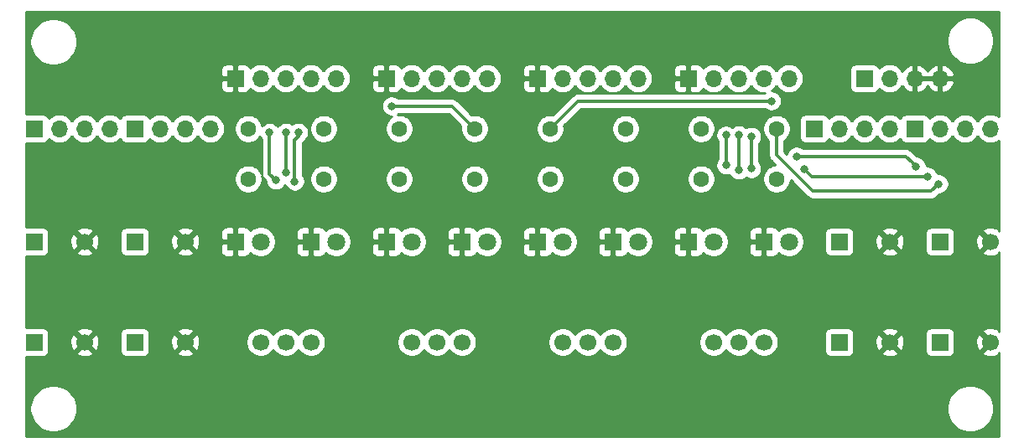
<source format=gbr>
G04 #@! TF.GenerationSoftware,KiCad,Pcbnew,(5.1.2-1)-1*
G04 #@! TF.CreationDate,2020-02-23T09:00:00-05:00*
G04 #@! TF.ProjectId,IO_Board,494f5f42-6f61-4726-942e-6b696361645f,rev?*
G04 #@! TF.SameCoordinates,Original*
G04 #@! TF.FileFunction,Copper,L2,Bot*
G04 #@! TF.FilePolarity,Positive*
%FSLAX46Y46*%
G04 Gerber Fmt 4.6, Leading zero omitted, Abs format (unit mm)*
G04 Created by KiCad (PCBNEW (5.1.2-1)-1) date 2020-02-23 09:00:00*
%MOMM*%
%LPD*%
G04 APERTURE LIST*
%ADD10R,1.800000X1.800000*%
%ADD11C,1.800000*%
%ADD12O,1.700000X1.700000*%
%ADD13R,1.700000X1.700000*%
%ADD14C,1.699260*%
%ADD15R,1.699260X1.699260*%
%ADD16C,1.600000*%
%ADD17C,0.800000*%
%ADD18C,0.304800*%
%ADD19C,0.254000*%
G04 APERTURE END LIST*
D10*
X55880000Y-58420000D03*
D11*
X58420000Y-58420000D03*
X66040000Y-58420000D03*
D10*
X63500000Y-58420000D03*
X86360000Y-58420000D03*
D11*
X88900000Y-58420000D03*
X96520000Y-58420000D03*
D10*
X93980000Y-58420000D03*
X71120000Y-58420000D03*
D11*
X73660000Y-58420000D03*
X81280000Y-58420000D03*
D10*
X78740000Y-58420000D03*
X101600000Y-58420000D03*
D11*
X104140000Y-58420000D03*
X111760000Y-58420000D03*
D10*
X109220000Y-58420000D03*
D12*
X43180000Y-46990000D03*
X40640000Y-46990000D03*
X38100000Y-46990000D03*
D13*
X35560000Y-46990000D03*
X45720000Y-46990000D03*
D12*
X48260000Y-46990000D03*
X50800000Y-46990000D03*
X53340000Y-46990000D03*
X66040000Y-41910000D03*
X63500000Y-41910000D03*
X60960000Y-41910000D03*
X58420000Y-41910000D03*
D13*
X55880000Y-41910000D03*
X71120000Y-41910000D03*
D12*
X73660000Y-41910000D03*
X76200000Y-41910000D03*
X78740000Y-41910000D03*
X81280000Y-41910000D03*
X96520000Y-41910000D03*
X93980000Y-41910000D03*
X91440000Y-41910000D03*
X88900000Y-41910000D03*
D13*
X86360000Y-41910000D03*
X101600000Y-41910000D03*
D12*
X104140000Y-41910000D03*
X106680000Y-41910000D03*
X109220000Y-41910000D03*
X111760000Y-41910000D03*
D13*
X114300000Y-46990000D03*
D12*
X116840000Y-46990000D03*
X119380000Y-46990000D03*
X121920000Y-46990000D03*
X132080000Y-46990000D03*
X129540000Y-46990000D03*
X127000000Y-46990000D03*
D13*
X124460000Y-46990000D03*
X119380000Y-41910000D03*
D12*
X121920000Y-41910000D03*
X124460000Y-41910000D03*
X127000000Y-41910000D03*
D14*
X63500000Y-68580000D03*
X60960000Y-68580000D03*
X58420000Y-68580000D03*
X73660000Y-68580000D03*
X76200000Y-68580000D03*
X78740000Y-68580000D03*
X93980000Y-68580000D03*
X91440000Y-68580000D03*
X88900000Y-68580000D03*
X104140000Y-68580000D03*
X106680000Y-68580000D03*
X109220000Y-68580000D03*
D15*
X35560000Y-58420000D03*
D14*
X40640000Y-58420000D03*
X50800000Y-58420000D03*
D15*
X45720000Y-58420000D03*
X116840000Y-58420000D03*
D14*
X121920000Y-58420000D03*
X132080000Y-58420000D03*
D15*
X127000000Y-58420000D03*
X35560000Y-68580000D03*
D14*
X40640000Y-68580000D03*
X50800000Y-68580000D03*
D15*
X45720000Y-68580000D03*
X116840000Y-68580000D03*
D14*
X121920000Y-68580000D03*
X132080000Y-68580000D03*
D15*
X127000000Y-68580000D03*
D16*
X57150000Y-46990000D03*
X57150000Y-52070000D03*
X64770000Y-52070000D03*
X64770000Y-46990000D03*
X87630000Y-46990000D03*
X87630000Y-52070000D03*
X95250000Y-52070000D03*
X95250000Y-46990000D03*
X72390000Y-46990000D03*
X72390000Y-52070000D03*
X80010000Y-52070000D03*
X80010000Y-46990000D03*
X102870000Y-46990000D03*
X102870000Y-52070000D03*
X110490000Y-52070000D03*
X110490000Y-46990000D03*
D17*
X71628000Y-44704000D03*
X61849000Y-52324000D03*
X62230000Y-47371000D03*
X60960000Y-51435000D03*
X60960000Y-47371000D03*
X59944000Y-52197000D03*
X59309000Y-47371000D03*
X105392401Y-50690599D03*
X105392401Y-47642599D03*
X106680000Y-47625000D03*
X106680000Y-51181000D03*
X107967599Y-51036401D03*
X107967599Y-47769599D03*
X126873000Y-52578000D03*
X113284000Y-51054000D03*
X125730000Y-51816000D03*
X112522000Y-49784000D03*
X124587000Y-50800000D03*
X109982000Y-44196000D03*
D18*
X72193685Y-44704000D02*
X71628000Y-44704000D01*
X77724000Y-44704000D02*
X72193685Y-44704000D01*
X80010000Y-46990000D02*
X77724000Y-44704000D01*
X61849000Y-52324000D02*
X61849000Y-48133000D01*
X62230000Y-47752000D02*
X62230000Y-47371000D01*
X61849000Y-48133000D02*
X62230000Y-47752000D01*
X60960000Y-51435000D02*
X60960000Y-47371000D01*
X59944000Y-52197000D02*
X59309000Y-51562000D01*
X59309000Y-51562000D02*
X59309000Y-47371000D01*
X105392401Y-50690599D02*
X105392401Y-47642599D01*
X106680000Y-47625000D02*
X106680000Y-48190685D01*
X106680000Y-48190685D02*
X106680000Y-51181000D01*
X107967599Y-51036401D02*
X107967599Y-47769599D01*
X110490000Y-48121370D02*
X110490000Y-46990000D01*
X110490000Y-49657000D02*
X110490000Y-48121370D01*
X126120599Y-53330401D02*
X114163401Y-53330401D01*
X114163401Y-53330401D02*
X110490000Y-49657000D01*
X126873000Y-52578000D02*
X126120599Y-53330401D01*
X125164315Y-51816000D02*
X125730000Y-51816000D01*
X114046000Y-51816000D02*
X125164315Y-51816000D01*
X113284000Y-51054000D02*
X114046000Y-51816000D01*
X124187001Y-50400001D02*
X124587000Y-50800000D01*
X112522000Y-49784000D02*
X123571000Y-49784000D01*
X123571000Y-49784000D02*
X124187001Y-50400001D01*
X90424000Y-44196000D02*
X87630000Y-46990000D01*
X109982000Y-44196000D02*
X90424000Y-44196000D01*
D19*
G36*
X132944001Y-45778007D02*
G01*
X132909014Y-45749294D01*
X132651034Y-45611401D01*
X132371111Y-45526487D01*
X132152950Y-45505000D01*
X132007050Y-45505000D01*
X131788889Y-45526487D01*
X131508966Y-45611401D01*
X131250986Y-45749294D01*
X131024866Y-45934866D01*
X130839294Y-46160986D01*
X130810000Y-46215791D01*
X130780706Y-46160986D01*
X130595134Y-45934866D01*
X130369014Y-45749294D01*
X130111034Y-45611401D01*
X129831111Y-45526487D01*
X129612950Y-45505000D01*
X129467050Y-45505000D01*
X129248889Y-45526487D01*
X128968966Y-45611401D01*
X128710986Y-45749294D01*
X128484866Y-45934866D01*
X128299294Y-46160986D01*
X128270000Y-46215791D01*
X128240706Y-46160986D01*
X128055134Y-45934866D01*
X127829014Y-45749294D01*
X127571034Y-45611401D01*
X127291111Y-45526487D01*
X127072950Y-45505000D01*
X126927050Y-45505000D01*
X126708889Y-45526487D01*
X126428966Y-45611401D01*
X126170986Y-45749294D01*
X125944866Y-45934866D01*
X125920393Y-45964687D01*
X125899502Y-45895820D01*
X125840537Y-45785506D01*
X125761185Y-45688815D01*
X125664494Y-45609463D01*
X125554180Y-45550498D01*
X125434482Y-45514188D01*
X125310000Y-45501928D01*
X123610000Y-45501928D01*
X123485518Y-45514188D01*
X123365820Y-45550498D01*
X123255506Y-45609463D01*
X123158815Y-45688815D01*
X123079463Y-45785506D01*
X123020498Y-45895820D01*
X122999607Y-45964687D01*
X122975134Y-45934866D01*
X122749014Y-45749294D01*
X122491034Y-45611401D01*
X122211111Y-45526487D01*
X121992950Y-45505000D01*
X121847050Y-45505000D01*
X121628889Y-45526487D01*
X121348966Y-45611401D01*
X121090986Y-45749294D01*
X120864866Y-45934866D01*
X120679294Y-46160986D01*
X120650000Y-46215791D01*
X120620706Y-46160986D01*
X120435134Y-45934866D01*
X120209014Y-45749294D01*
X119951034Y-45611401D01*
X119671111Y-45526487D01*
X119452950Y-45505000D01*
X119307050Y-45505000D01*
X119088889Y-45526487D01*
X118808966Y-45611401D01*
X118550986Y-45749294D01*
X118324866Y-45934866D01*
X118139294Y-46160986D01*
X118110000Y-46215791D01*
X118080706Y-46160986D01*
X117895134Y-45934866D01*
X117669014Y-45749294D01*
X117411034Y-45611401D01*
X117131111Y-45526487D01*
X116912950Y-45505000D01*
X116767050Y-45505000D01*
X116548889Y-45526487D01*
X116268966Y-45611401D01*
X116010986Y-45749294D01*
X115784866Y-45934866D01*
X115760393Y-45964687D01*
X115739502Y-45895820D01*
X115680537Y-45785506D01*
X115601185Y-45688815D01*
X115504494Y-45609463D01*
X115394180Y-45550498D01*
X115274482Y-45514188D01*
X115150000Y-45501928D01*
X113450000Y-45501928D01*
X113325518Y-45514188D01*
X113205820Y-45550498D01*
X113095506Y-45609463D01*
X112998815Y-45688815D01*
X112919463Y-45785506D01*
X112860498Y-45895820D01*
X112824188Y-46015518D01*
X112811928Y-46140000D01*
X112811928Y-47840000D01*
X112824188Y-47964482D01*
X112860498Y-48084180D01*
X112919463Y-48194494D01*
X112998815Y-48291185D01*
X113095506Y-48370537D01*
X113205820Y-48429502D01*
X113325518Y-48465812D01*
X113450000Y-48478072D01*
X115150000Y-48478072D01*
X115274482Y-48465812D01*
X115394180Y-48429502D01*
X115504494Y-48370537D01*
X115601185Y-48291185D01*
X115680537Y-48194494D01*
X115739502Y-48084180D01*
X115760393Y-48015313D01*
X115784866Y-48045134D01*
X116010986Y-48230706D01*
X116268966Y-48368599D01*
X116548889Y-48453513D01*
X116767050Y-48475000D01*
X116912950Y-48475000D01*
X117131111Y-48453513D01*
X117411034Y-48368599D01*
X117669014Y-48230706D01*
X117895134Y-48045134D01*
X118080706Y-47819014D01*
X118110000Y-47764209D01*
X118139294Y-47819014D01*
X118324866Y-48045134D01*
X118550986Y-48230706D01*
X118808966Y-48368599D01*
X119088889Y-48453513D01*
X119307050Y-48475000D01*
X119452950Y-48475000D01*
X119671111Y-48453513D01*
X119951034Y-48368599D01*
X120209014Y-48230706D01*
X120435134Y-48045134D01*
X120620706Y-47819014D01*
X120650000Y-47764209D01*
X120679294Y-47819014D01*
X120864866Y-48045134D01*
X121090986Y-48230706D01*
X121348966Y-48368599D01*
X121628889Y-48453513D01*
X121847050Y-48475000D01*
X121992950Y-48475000D01*
X122211111Y-48453513D01*
X122491034Y-48368599D01*
X122749014Y-48230706D01*
X122975134Y-48045134D01*
X122999607Y-48015313D01*
X123020498Y-48084180D01*
X123079463Y-48194494D01*
X123158815Y-48291185D01*
X123255506Y-48370537D01*
X123365820Y-48429502D01*
X123485518Y-48465812D01*
X123610000Y-48478072D01*
X125310000Y-48478072D01*
X125434482Y-48465812D01*
X125554180Y-48429502D01*
X125664494Y-48370537D01*
X125761185Y-48291185D01*
X125840537Y-48194494D01*
X125899502Y-48084180D01*
X125920393Y-48015313D01*
X125944866Y-48045134D01*
X126170986Y-48230706D01*
X126428966Y-48368599D01*
X126708889Y-48453513D01*
X126927050Y-48475000D01*
X127072950Y-48475000D01*
X127291111Y-48453513D01*
X127571034Y-48368599D01*
X127829014Y-48230706D01*
X128055134Y-48045134D01*
X128240706Y-47819014D01*
X128270000Y-47764209D01*
X128299294Y-47819014D01*
X128484866Y-48045134D01*
X128710986Y-48230706D01*
X128968966Y-48368599D01*
X129248889Y-48453513D01*
X129467050Y-48475000D01*
X129612950Y-48475000D01*
X129831111Y-48453513D01*
X130111034Y-48368599D01*
X130369014Y-48230706D01*
X130595134Y-48045134D01*
X130780706Y-47819014D01*
X130810000Y-47764209D01*
X130839294Y-47819014D01*
X131024866Y-48045134D01*
X131250986Y-48230706D01*
X131508966Y-48368599D01*
X131788889Y-48453513D01*
X132007050Y-48475000D01*
X132152950Y-48475000D01*
X132371111Y-48453513D01*
X132651034Y-48368599D01*
X132909014Y-48230706D01*
X132944001Y-48201993D01*
X132944000Y-57376392D01*
X132928527Y-57391865D01*
X132850937Y-57142831D01*
X132586960Y-57016969D01*
X132303501Y-56945025D01*
X132011453Y-56929763D01*
X131722039Y-56971770D01*
X131446381Y-57069432D01*
X131309063Y-57142831D01*
X131231472Y-57391867D01*
X132080000Y-58240395D01*
X132094143Y-58226253D01*
X132273748Y-58405858D01*
X132259605Y-58420000D01*
X132273748Y-58434143D01*
X132094143Y-58613748D01*
X132080000Y-58599605D01*
X131231472Y-59448133D01*
X131309063Y-59697169D01*
X131573040Y-59823031D01*
X131856499Y-59894975D01*
X132148547Y-59910237D01*
X132437961Y-59868230D01*
X132713619Y-59770568D01*
X132850937Y-59697169D01*
X132928527Y-59448135D01*
X132944000Y-59463608D01*
X132944000Y-67536392D01*
X132928527Y-67551865D01*
X132850937Y-67302831D01*
X132586960Y-67176969D01*
X132303501Y-67105025D01*
X132011453Y-67089763D01*
X131722039Y-67131770D01*
X131446381Y-67229432D01*
X131309063Y-67302831D01*
X131231472Y-67551867D01*
X132080000Y-68400395D01*
X132094143Y-68386253D01*
X132273748Y-68565858D01*
X132259605Y-68580000D01*
X132273748Y-68594143D01*
X132094143Y-68773748D01*
X132080000Y-68759605D01*
X131231472Y-69608133D01*
X131309063Y-69857169D01*
X131573040Y-69983031D01*
X131856499Y-70054975D01*
X132148547Y-70070237D01*
X132437961Y-70028230D01*
X132713619Y-69930568D01*
X132850937Y-69857169D01*
X132928527Y-69608135D01*
X132944000Y-69623608D01*
X132944000Y-78080000D01*
X34696000Y-78080000D01*
X34696000Y-75050698D01*
X35105400Y-75050698D01*
X35105400Y-75520502D01*
X35197054Y-75981279D01*
X35376840Y-76415321D01*
X35637850Y-76805949D01*
X35970051Y-77138150D01*
X36360679Y-77399160D01*
X36794721Y-77578946D01*
X37255498Y-77670600D01*
X37725302Y-77670600D01*
X38186079Y-77578946D01*
X38620121Y-77399160D01*
X39010749Y-77138150D01*
X39342950Y-76805949D01*
X39603960Y-76415321D01*
X39783746Y-75981279D01*
X39875400Y-75520502D01*
X39875400Y-75050698D01*
X127663000Y-75050698D01*
X127663000Y-75520502D01*
X127754654Y-75981279D01*
X127934440Y-76415321D01*
X128195450Y-76805949D01*
X128527651Y-77138150D01*
X128918279Y-77399160D01*
X129352321Y-77578946D01*
X129813098Y-77670600D01*
X130282902Y-77670600D01*
X130743679Y-77578946D01*
X131177721Y-77399160D01*
X131568349Y-77138150D01*
X131900550Y-76805949D01*
X132161560Y-76415321D01*
X132341346Y-75981279D01*
X132433000Y-75520502D01*
X132433000Y-75050698D01*
X132341346Y-74589921D01*
X132161560Y-74155879D01*
X131900550Y-73765251D01*
X131568349Y-73433050D01*
X131177721Y-73172040D01*
X130743679Y-72992254D01*
X130282902Y-72900600D01*
X129813098Y-72900600D01*
X129352321Y-72992254D01*
X128918279Y-73172040D01*
X128527651Y-73433050D01*
X128195450Y-73765251D01*
X127934440Y-74155879D01*
X127754654Y-74589921D01*
X127663000Y-75050698D01*
X39875400Y-75050698D01*
X39783746Y-74589921D01*
X39603960Y-74155879D01*
X39342950Y-73765251D01*
X39010749Y-73433050D01*
X38620121Y-73172040D01*
X38186079Y-72992254D01*
X37725302Y-72900600D01*
X37255498Y-72900600D01*
X36794721Y-72992254D01*
X36360679Y-73172040D01*
X35970051Y-73433050D01*
X35637850Y-73765251D01*
X35376840Y-74155879D01*
X35197054Y-74589921D01*
X35105400Y-75050698D01*
X34696000Y-75050698D01*
X34696000Y-70066287D01*
X34710370Y-70067702D01*
X36409630Y-70067702D01*
X36534112Y-70055442D01*
X36653810Y-70019132D01*
X36764124Y-69960167D01*
X36860815Y-69880815D01*
X36940167Y-69784124D01*
X36999132Y-69673810D01*
X37019054Y-69608133D01*
X39791472Y-69608133D01*
X39869063Y-69857169D01*
X40133040Y-69983031D01*
X40416499Y-70054975D01*
X40708547Y-70070237D01*
X40997961Y-70028230D01*
X41273619Y-69930568D01*
X41410937Y-69857169D01*
X41488528Y-69608133D01*
X40640000Y-68759605D01*
X39791472Y-69608133D01*
X37019054Y-69608133D01*
X37035442Y-69554112D01*
X37047702Y-69429630D01*
X37047702Y-68648547D01*
X39149763Y-68648547D01*
X39191770Y-68937961D01*
X39289432Y-69213619D01*
X39362831Y-69350937D01*
X39611867Y-69428528D01*
X40460395Y-68580000D01*
X40819605Y-68580000D01*
X41668133Y-69428528D01*
X41917169Y-69350937D01*
X42043031Y-69086960D01*
X42114975Y-68803501D01*
X42130237Y-68511453D01*
X42088230Y-68222039D01*
X41990568Y-67946381D01*
X41917169Y-67809063D01*
X41668133Y-67731472D01*
X40819605Y-68580000D01*
X40460395Y-68580000D01*
X39611867Y-67731472D01*
X39362831Y-67809063D01*
X39236969Y-68073040D01*
X39165025Y-68356499D01*
X39149763Y-68648547D01*
X37047702Y-68648547D01*
X37047702Y-67730370D01*
X37035442Y-67605888D01*
X37019055Y-67551867D01*
X39791472Y-67551867D01*
X40640000Y-68400395D01*
X41310025Y-67730370D01*
X44232298Y-67730370D01*
X44232298Y-69429630D01*
X44244558Y-69554112D01*
X44280868Y-69673810D01*
X44339833Y-69784124D01*
X44419185Y-69880815D01*
X44515876Y-69960167D01*
X44626190Y-70019132D01*
X44745888Y-70055442D01*
X44870370Y-70067702D01*
X46569630Y-70067702D01*
X46694112Y-70055442D01*
X46813810Y-70019132D01*
X46924124Y-69960167D01*
X47020815Y-69880815D01*
X47100167Y-69784124D01*
X47159132Y-69673810D01*
X47179054Y-69608133D01*
X49951472Y-69608133D01*
X50029063Y-69857169D01*
X50293040Y-69983031D01*
X50576499Y-70054975D01*
X50868547Y-70070237D01*
X51157961Y-70028230D01*
X51433619Y-69930568D01*
X51570937Y-69857169D01*
X51648528Y-69608133D01*
X50800000Y-68759605D01*
X49951472Y-69608133D01*
X47179054Y-69608133D01*
X47195442Y-69554112D01*
X47207702Y-69429630D01*
X47207702Y-68648547D01*
X49309763Y-68648547D01*
X49351770Y-68937961D01*
X49449432Y-69213619D01*
X49522831Y-69350937D01*
X49771867Y-69428528D01*
X50620395Y-68580000D01*
X50979605Y-68580000D01*
X51828133Y-69428528D01*
X52077169Y-69350937D01*
X52203031Y-69086960D01*
X52274975Y-68803501D01*
X52290237Y-68511453D01*
X52278963Y-68433777D01*
X56935370Y-68433777D01*
X56935370Y-68726223D01*
X56992424Y-69013050D01*
X57104338Y-69283236D01*
X57266813Y-69526396D01*
X57473604Y-69733187D01*
X57716764Y-69895662D01*
X57986950Y-70007576D01*
X58273777Y-70064630D01*
X58566223Y-70064630D01*
X58853050Y-70007576D01*
X59123236Y-69895662D01*
X59366396Y-69733187D01*
X59573187Y-69526396D01*
X59690000Y-69351574D01*
X59806813Y-69526396D01*
X60013604Y-69733187D01*
X60256764Y-69895662D01*
X60526950Y-70007576D01*
X60813777Y-70064630D01*
X61106223Y-70064630D01*
X61393050Y-70007576D01*
X61663236Y-69895662D01*
X61906396Y-69733187D01*
X62113187Y-69526396D01*
X62230000Y-69351574D01*
X62346813Y-69526396D01*
X62553604Y-69733187D01*
X62796764Y-69895662D01*
X63066950Y-70007576D01*
X63353777Y-70064630D01*
X63646223Y-70064630D01*
X63933050Y-70007576D01*
X64203236Y-69895662D01*
X64446396Y-69733187D01*
X64653187Y-69526396D01*
X64815662Y-69283236D01*
X64927576Y-69013050D01*
X64984630Y-68726223D01*
X64984630Y-68433777D01*
X72175370Y-68433777D01*
X72175370Y-68726223D01*
X72232424Y-69013050D01*
X72344338Y-69283236D01*
X72506813Y-69526396D01*
X72713604Y-69733187D01*
X72956764Y-69895662D01*
X73226950Y-70007576D01*
X73513777Y-70064630D01*
X73806223Y-70064630D01*
X74093050Y-70007576D01*
X74363236Y-69895662D01*
X74606396Y-69733187D01*
X74813187Y-69526396D01*
X74930000Y-69351574D01*
X75046813Y-69526396D01*
X75253604Y-69733187D01*
X75496764Y-69895662D01*
X75766950Y-70007576D01*
X76053777Y-70064630D01*
X76346223Y-70064630D01*
X76633050Y-70007576D01*
X76903236Y-69895662D01*
X77146396Y-69733187D01*
X77353187Y-69526396D01*
X77470000Y-69351574D01*
X77586813Y-69526396D01*
X77793604Y-69733187D01*
X78036764Y-69895662D01*
X78306950Y-70007576D01*
X78593777Y-70064630D01*
X78886223Y-70064630D01*
X79173050Y-70007576D01*
X79443236Y-69895662D01*
X79686396Y-69733187D01*
X79893187Y-69526396D01*
X80055662Y-69283236D01*
X80167576Y-69013050D01*
X80224630Y-68726223D01*
X80224630Y-68433777D01*
X87415370Y-68433777D01*
X87415370Y-68726223D01*
X87472424Y-69013050D01*
X87584338Y-69283236D01*
X87746813Y-69526396D01*
X87953604Y-69733187D01*
X88196764Y-69895662D01*
X88466950Y-70007576D01*
X88753777Y-70064630D01*
X89046223Y-70064630D01*
X89333050Y-70007576D01*
X89603236Y-69895662D01*
X89846396Y-69733187D01*
X90053187Y-69526396D01*
X90170000Y-69351574D01*
X90286813Y-69526396D01*
X90493604Y-69733187D01*
X90736764Y-69895662D01*
X91006950Y-70007576D01*
X91293777Y-70064630D01*
X91586223Y-70064630D01*
X91873050Y-70007576D01*
X92143236Y-69895662D01*
X92386396Y-69733187D01*
X92593187Y-69526396D01*
X92710000Y-69351574D01*
X92826813Y-69526396D01*
X93033604Y-69733187D01*
X93276764Y-69895662D01*
X93546950Y-70007576D01*
X93833777Y-70064630D01*
X94126223Y-70064630D01*
X94413050Y-70007576D01*
X94683236Y-69895662D01*
X94926396Y-69733187D01*
X95133187Y-69526396D01*
X95295662Y-69283236D01*
X95407576Y-69013050D01*
X95464630Y-68726223D01*
X95464630Y-68433777D01*
X102655370Y-68433777D01*
X102655370Y-68726223D01*
X102712424Y-69013050D01*
X102824338Y-69283236D01*
X102986813Y-69526396D01*
X103193604Y-69733187D01*
X103436764Y-69895662D01*
X103706950Y-70007576D01*
X103993777Y-70064630D01*
X104286223Y-70064630D01*
X104573050Y-70007576D01*
X104843236Y-69895662D01*
X105086396Y-69733187D01*
X105293187Y-69526396D01*
X105410000Y-69351574D01*
X105526813Y-69526396D01*
X105733604Y-69733187D01*
X105976764Y-69895662D01*
X106246950Y-70007576D01*
X106533777Y-70064630D01*
X106826223Y-70064630D01*
X107113050Y-70007576D01*
X107383236Y-69895662D01*
X107626396Y-69733187D01*
X107833187Y-69526396D01*
X107950000Y-69351574D01*
X108066813Y-69526396D01*
X108273604Y-69733187D01*
X108516764Y-69895662D01*
X108786950Y-70007576D01*
X109073777Y-70064630D01*
X109366223Y-70064630D01*
X109653050Y-70007576D01*
X109923236Y-69895662D01*
X110166396Y-69733187D01*
X110373187Y-69526396D01*
X110535662Y-69283236D01*
X110647576Y-69013050D01*
X110704630Y-68726223D01*
X110704630Y-68433777D01*
X110647576Y-68146950D01*
X110535662Y-67876764D01*
X110437845Y-67730370D01*
X115352298Y-67730370D01*
X115352298Y-69429630D01*
X115364558Y-69554112D01*
X115400868Y-69673810D01*
X115459833Y-69784124D01*
X115539185Y-69880815D01*
X115635876Y-69960167D01*
X115746190Y-70019132D01*
X115865888Y-70055442D01*
X115990370Y-70067702D01*
X117689630Y-70067702D01*
X117814112Y-70055442D01*
X117933810Y-70019132D01*
X118044124Y-69960167D01*
X118140815Y-69880815D01*
X118220167Y-69784124D01*
X118279132Y-69673810D01*
X118299054Y-69608133D01*
X121071472Y-69608133D01*
X121149063Y-69857169D01*
X121413040Y-69983031D01*
X121696499Y-70054975D01*
X121988547Y-70070237D01*
X122277961Y-70028230D01*
X122553619Y-69930568D01*
X122690937Y-69857169D01*
X122768528Y-69608133D01*
X121920000Y-68759605D01*
X121071472Y-69608133D01*
X118299054Y-69608133D01*
X118315442Y-69554112D01*
X118327702Y-69429630D01*
X118327702Y-68648547D01*
X120429763Y-68648547D01*
X120471770Y-68937961D01*
X120569432Y-69213619D01*
X120642831Y-69350937D01*
X120891867Y-69428528D01*
X121740395Y-68580000D01*
X122099605Y-68580000D01*
X122948133Y-69428528D01*
X123197169Y-69350937D01*
X123323031Y-69086960D01*
X123394975Y-68803501D01*
X123410237Y-68511453D01*
X123368230Y-68222039D01*
X123270568Y-67946381D01*
X123197169Y-67809063D01*
X122948133Y-67731472D01*
X122099605Y-68580000D01*
X121740395Y-68580000D01*
X120891867Y-67731472D01*
X120642831Y-67809063D01*
X120516969Y-68073040D01*
X120445025Y-68356499D01*
X120429763Y-68648547D01*
X118327702Y-68648547D01*
X118327702Y-67730370D01*
X118315442Y-67605888D01*
X118299055Y-67551867D01*
X121071472Y-67551867D01*
X121920000Y-68400395D01*
X122590025Y-67730370D01*
X125512298Y-67730370D01*
X125512298Y-69429630D01*
X125524558Y-69554112D01*
X125560868Y-69673810D01*
X125619833Y-69784124D01*
X125699185Y-69880815D01*
X125795876Y-69960167D01*
X125906190Y-70019132D01*
X126025888Y-70055442D01*
X126150370Y-70067702D01*
X127849630Y-70067702D01*
X127974112Y-70055442D01*
X128093810Y-70019132D01*
X128204124Y-69960167D01*
X128300815Y-69880815D01*
X128380167Y-69784124D01*
X128439132Y-69673810D01*
X128475442Y-69554112D01*
X128487702Y-69429630D01*
X128487702Y-68648547D01*
X130589763Y-68648547D01*
X130631770Y-68937961D01*
X130729432Y-69213619D01*
X130802831Y-69350937D01*
X131051867Y-69428528D01*
X131900395Y-68580000D01*
X131051867Y-67731472D01*
X130802831Y-67809063D01*
X130676969Y-68073040D01*
X130605025Y-68356499D01*
X130589763Y-68648547D01*
X128487702Y-68648547D01*
X128487702Y-67730370D01*
X128475442Y-67605888D01*
X128439132Y-67486190D01*
X128380167Y-67375876D01*
X128300815Y-67279185D01*
X128204124Y-67199833D01*
X128093810Y-67140868D01*
X127974112Y-67104558D01*
X127849630Y-67092298D01*
X126150370Y-67092298D01*
X126025888Y-67104558D01*
X125906190Y-67140868D01*
X125795876Y-67199833D01*
X125699185Y-67279185D01*
X125619833Y-67375876D01*
X125560868Y-67486190D01*
X125524558Y-67605888D01*
X125512298Y-67730370D01*
X122590025Y-67730370D01*
X122768528Y-67551867D01*
X122690937Y-67302831D01*
X122426960Y-67176969D01*
X122143501Y-67105025D01*
X121851453Y-67089763D01*
X121562039Y-67131770D01*
X121286381Y-67229432D01*
X121149063Y-67302831D01*
X121071472Y-67551867D01*
X118299055Y-67551867D01*
X118279132Y-67486190D01*
X118220167Y-67375876D01*
X118140815Y-67279185D01*
X118044124Y-67199833D01*
X117933810Y-67140868D01*
X117814112Y-67104558D01*
X117689630Y-67092298D01*
X115990370Y-67092298D01*
X115865888Y-67104558D01*
X115746190Y-67140868D01*
X115635876Y-67199833D01*
X115539185Y-67279185D01*
X115459833Y-67375876D01*
X115400868Y-67486190D01*
X115364558Y-67605888D01*
X115352298Y-67730370D01*
X110437845Y-67730370D01*
X110373187Y-67633604D01*
X110166396Y-67426813D01*
X109923236Y-67264338D01*
X109653050Y-67152424D01*
X109366223Y-67095370D01*
X109073777Y-67095370D01*
X108786950Y-67152424D01*
X108516764Y-67264338D01*
X108273604Y-67426813D01*
X108066813Y-67633604D01*
X107950000Y-67808426D01*
X107833187Y-67633604D01*
X107626396Y-67426813D01*
X107383236Y-67264338D01*
X107113050Y-67152424D01*
X106826223Y-67095370D01*
X106533777Y-67095370D01*
X106246950Y-67152424D01*
X105976764Y-67264338D01*
X105733604Y-67426813D01*
X105526813Y-67633604D01*
X105410000Y-67808426D01*
X105293187Y-67633604D01*
X105086396Y-67426813D01*
X104843236Y-67264338D01*
X104573050Y-67152424D01*
X104286223Y-67095370D01*
X103993777Y-67095370D01*
X103706950Y-67152424D01*
X103436764Y-67264338D01*
X103193604Y-67426813D01*
X102986813Y-67633604D01*
X102824338Y-67876764D01*
X102712424Y-68146950D01*
X102655370Y-68433777D01*
X95464630Y-68433777D01*
X95407576Y-68146950D01*
X95295662Y-67876764D01*
X95133187Y-67633604D01*
X94926396Y-67426813D01*
X94683236Y-67264338D01*
X94413050Y-67152424D01*
X94126223Y-67095370D01*
X93833777Y-67095370D01*
X93546950Y-67152424D01*
X93276764Y-67264338D01*
X93033604Y-67426813D01*
X92826813Y-67633604D01*
X92710000Y-67808426D01*
X92593187Y-67633604D01*
X92386396Y-67426813D01*
X92143236Y-67264338D01*
X91873050Y-67152424D01*
X91586223Y-67095370D01*
X91293777Y-67095370D01*
X91006950Y-67152424D01*
X90736764Y-67264338D01*
X90493604Y-67426813D01*
X90286813Y-67633604D01*
X90170000Y-67808426D01*
X90053187Y-67633604D01*
X89846396Y-67426813D01*
X89603236Y-67264338D01*
X89333050Y-67152424D01*
X89046223Y-67095370D01*
X88753777Y-67095370D01*
X88466950Y-67152424D01*
X88196764Y-67264338D01*
X87953604Y-67426813D01*
X87746813Y-67633604D01*
X87584338Y-67876764D01*
X87472424Y-68146950D01*
X87415370Y-68433777D01*
X80224630Y-68433777D01*
X80167576Y-68146950D01*
X80055662Y-67876764D01*
X79893187Y-67633604D01*
X79686396Y-67426813D01*
X79443236Y-67264338D01*
X79173050Y-67152424D01*
X78886223Y-67095370D01*
X78593777Y-67095370D01*
X78306950Y-67152424D01*
X78036764Y-67264338D01*
X77793604Y-67426813D01*
X77586813Y-67633604D01*
X77470000Y-67808426D01*
X77353187Y-67633604D01*
X77146396Y-67426813D01*
X76903236Y-67264338D01*
X76633050Y-67152424D01*
X76346223Y-67095370D01*
X76053777Y-67095370D01*
X75766950Y-67152424D01*
X75496764Y-67264338D01*
X75253604Y-67426813D01*
X75046813Y-67633604D01*
X74930000Y-67808426D01*
X74813187Y-67633604D01*
X74606396Y-67426813D01*
X74363236Y-67264338D01*
X74093050Y-67152424D01*
X73806223Y-67095370D01*
X73513777Y-67095370D01*
X73226950Y-67152424D01*
X72956764Y-67264338D01*
X72713604Y-67426813D01*
X72506813Y-67633604D01*
X72344338Y-67876764D01*
X72232424Y-68146950D01*
X72175370Y-68433777D01*
X64984630Y-68433777D01*
X64927576Y-68146950D01*
X64815662Y-67876764D01*
X64653187Y-67633604D01*
X64446396Y-67426813D01*
X64203236Y-67264338D01*
X63933050Y-67152424D01*
X63646223Y-67095370D01*
X63353777Y-67095370D01*
X63066950Y-67152424D01*
X62796764Y-67264338D01*
X62553604Y-67426813D01*
X62346813Y-67633604D01*
X62230000Y-67808426D01*
X62113187Y-67633604D01*
X61906396Y-67426813D01*
X61663236Y-67264338D01*
X61393050Y-67152424D01*
X61106223Y-67095370D01*
X60813777Y-67095370D01*
X60526950Y-67152424D01*
X60256764Y-67264338D01*
X60013604Y-67426813D01*
X59806813Y-67633604D01*
X59690000Y-67808426D01*
X59573187Y-67633604D01*
X59366396Y-67426813D01*
X59123236Y-67264338D01*
X58853050Y-67152424D01*
X58566223Y-67095370D01*
X58273777Y-67095370D01*
X57986950Y-67152424D01*
X57716764Y-67264338D01*
X57473604Y-67426813D01*
X57266813Y-67633604D01*
X57104338Y-67876764D01*
X56992424Y-68146950D01*
X56935370Y-68433777D01*
X52278963Y-68433777D01*
X52248230Y-68222039D01*
X52150568Y-67946381D01*
X52077169Y-67809063D01*
X51828133Y-67731472D01*
X50979605Y-68580000D01*
X50620395Y-68580000D01*
X49771867Y-67731472D01*
X49522831Y-67809063D01*
X49396969Y-68073040D01*
X49325025Y-68356499D01*
X49309763Y-68648547D01*
X47207702Y-68648547D01*
X47207702Y-67730370D01*
X47195442Y-67605888D01*
X47179055Y-67551867D01*
X49951472Y-67551867D01*
X50800000Y-68400395D01*
X51648528Y-67551867D01*
X51570937Y-67302831D01*
X51306960Y-67176969D01*
X51023501Y-67105025D01*
X50731453Y-67089763D01*
X50442039Y-67131770D01*
X50166381Y-67229432D01*
X50029063Y-67302831D01*
X49951472Y-67551867D01*
X47179055Y-67551867D01*
X47159132Y-67486190D01*
X47100167Y-67375876D01*
X47020815Y-67279185D01*
X46924124Y-67199833D01*
X46813810Y-67140868D01*
X46694112Y-67104558D01*
X46569630Y-67092298D01*
X44870370Y-67092298D01*
X44745888Y-67104558D01*
X44626190Y-67140868D01*
X44515876Y-67199833D01*
X44419185Y-67279185D01*
X44339833Y-67375876D01*
X44280868Y-67486190D01*
X44244558Y-67605888D01*
X44232298Y-67730370D01*
X41310025Y-67730370D01*
X41488528Y-67551867D01*
X41410937Y-67302831D01*
X41146960Y-67176969D01*
X40863501Y-67105025D01*
X40571453Y-67089763D01*
X40282039Y-67131770D01*
X40006381Y-67229432D01*
X39869063Y-67302831D01*
X39791472Y-67551867D01*
X37019055Y-67551867D01*
X36999132Y-67486190D01*
X36940167Y-67375876D01*
X36860815Y-67279185D01*
X36764124Y-67199833D01*
X36653810Y-67140868D01*
X36534112Y-67104558D01*
X36409630Y-67092298D01*
X34710370Y-67092298D01*
X34696000Y-67093713D01*
X34696000Y-59906287D01*
X34710370Y-59907702D01*
X36409630Y-59907702D01*
X36534112Y-59895442D01*
X36653810Y-59859132D01*
X36764124Y-59800167D01*
X36860815Y-59720815D01*
X36940167Y-59624124D01*
X36999132Y-59513810D01*
X37019054Y-59448133D01*
X39791472Y-59448133D01*
X39869063Y-59697169D01*
X40133040Y-59823031D01*
X40416499Y-59894975D01*
X40708547Y-59910237D01*
X40997961Y-59868230D01*
X41273619Y-59770568D01*
X41410937Y-59697169D01*
X41488528Y-59448133D01*
X40640000Y-58599605D01*
X39791472Y-59448133D01*
X37019054Y-59448133D01*
X37035442Y-59394112D01*
X37047702Y-59269630D01*
X37047702Y-58488547D01*
X39149763Y-58488547D01*
X39191770Y-58777961D01*
X39289432Y-59053619D01*
X39362831Y-59190937D01*
X39611867Y-59268528D01*
X40460395Y-58420000D01*
X40819605Y-58420000D01*
X41668133Y-59268528D01*
X41917169Y-59190937D01*
X42043031Y-58926960D01*
X42114975Y-58643501D01*
X42130237Y-58351453D01*
X42088230Y-58062039D01*
X41990568Y-57786381D01*
X41917169Y-57649063D01*
X41668133Y-57571472D01*
X40819605Y-58420000D01*
X40460395Y-58420000D01*
X39611867Y-57571472D01*
X39362831Y-57649063D01*
X39236969Y-57913040D01*
X39165025Y-58196499D01*
X39149763Y-58488547D01*
X37047702Y-58488547D01*
X37047702Y-57570370D01*
X37035442Y-57445888D01*
X37019055Y-57391867D01*
X39791472Y-57391867D01*
X40640000Y-58240395D01*
X41310025Y-57570370D01*
X44232298Y-57570370D01*
X44232298Y-59269630D01*
X44244558Y-59394112D01*
X44280868Y-59513810D01*
X44339833Y-59624124D01*
X44419185Y-59720815D01*
X44515876Y-59800167D01*
X44626190Y-59859132D01*
X44745888Y-59895442D01*
X44870370Y-59907702D01*
X46569630Y-59907702D01*
X46694112Y-59895442D01*
X46813810Y-59859132D01*
X46924124Y-59800167D01*
X47020815Y-59720815D01*
X47100167Y-59624124D01*
X47159132Y-59513810D01*
X47179054Y-59448133D01*
X49951472Y-59448133D01*
X50029063Y-59697169D01*
X50293040Y-59823031D01*
X50576499Y-59894975D01*
X50868547Y-59910237D01*
X51157961Y-59868230D01*
X51433619Y-59770568D01*
X51570937Y-59697169D01*
X51648528Y-59448133D01*
X51520395Y-59320000D01*
X54341928Y-59320000D01*
X54354188Y-59444482D01*
X54390498Y-59564180D01*
X54449463Y-59674494D01*
X54528815Y-59771185D01*
X54625506Y-59850537D01*
X54735820Y-59909502D01*
X54855518Y-59945812D01*
X54980000Y-59958072D01*
X55594250Y-59955000D01*
X55753000Y-59796250D01*
X55753000Y-58547000D01*
X54503750Y-58547000D01*
X54345000Y-58705750D01*
X54341928Y-59320000D01*
X51520395Y-59320000D01*
X50800000Y-58599605D01*
X49951472Y-59448133D01*
X47179054Y-59448133D01*
X47195442Y-59394112D01*
X47207702Y-59269630D01*
X47207702Y-58488547D01*
X49309763Y-58488547D01*
X49351770Y-58777961D01*
X49449432Y-59053619D01*
X49522831Y-59190937D01*
X49771867Y-59268528D01*
X50620395Y-58420000D01*
X50979605Y-58420000D01*
X51828133Y-59268528D01*
X52077169Y-59190937D01*
X52203031Y-58926960D01*
X52274975Y-58643501D01*
X52290237Y-58351453D01*
X52248230Y-58062039D01*
X52150568Y-57786381D01*
X52077169Y-57649063D01*
X51828133Y-57571472D01*
X50979605Y-58420000D01*
X50620395Y-58420000D01*
X49771867Y-57571472D01*
X49522831Y-57649063D01*
X49396969Y-57913040D01*
X49325025Y-58196499D01*
X49309763Y-58488547D01*
X47207702Y-58488547D01*
X47207702Y-57570370D01*
X47195442Y-57445888D01*
X47179055Y-57391867D01*
X49951472Y-57391867D01*
X50800000Y-58240395D01*
X51520395Y-57520000D01*
X54341928Y-57520000D01*
X54345000Y-58134250D01*
X54503750Y-58293000D01*
X55753000Y-58293000D01*
X55753000Y-57043750D01*
X56007000Y-57043750D01*
X56007000Y-58293000D01*
X56027000Y-58293000D01*
X56027000Y-58547000D01*
X56007000Y-58547000D01*
X56007000Y-59796250D01*
X56165750Y-59955000D01*
X56780000Y-59958072D01*
X56904482Y-59945812D01*
X57024180Y-59909502D01*
X57134494Y-59850537D01*
X57231185Y-59771185D01*
X57310537Y-59674494D01*
X57369502Y-59564180D01*
X57375056Y-59545873D01*
X57441495Y-59612312D01*
X57692905Y-59780299D01*
X57972257Y-59896011D01*
X58268816Y-59955000D01*
X58571184Y-59955000D01*
X58867743Y-59896011D01*
X59147095Y-59780299D01*
X59398505Y-59612312D01*
X59612312Y-59398505D01*
X59664767Y-59320000D01*
X61961928Y-59320000D01*
X61974188Y-59444482D01*
X62010498Y-59564180D01*
X62069463Y-59674494D01*
X62148815Y-59771185D01*
X62245506Y-59850537D01*
X62355820Y-59909502D01*
X62475518Y-59945812D01*
X62600000Y-59958072D01*
X63214250Y-59955000D01*
X63373000Y-59796250D01*
X63373000Y-58547000D01*
X62123750Y-58547000D01*
X61965000Y-58705750D01*
X61961928Y-59320000D01*
X59664767Y-59320000D01*
X59780299Y-59147095D01*
X59896011Y-58867743D01*
X59955000Y-58571184D01*
X59955000Y-58268816D01*
X59896011Y-57972257D01*
X59780299Y-57692905D01*
X59664768Y-57520000D01*
X61961928Y-57520000D01*
X61965000Y-58134250D01*
X62123750Y-58293000D01*
X63373000Y-58293000D01*
X63373000Y-57043750D01*
X63627000Y-57043750D01*
X63627000Y-58293000D01*
X63647000Y-58293000D01*
X63647000Y-58547000D01*
X63627000Y-58547000D01*
X63627000Y-59796250D01*
X63785750Y-59955000D01*
X64400000Y-59958072D01*
X64524482Y-59945812D01*
X64644180Y-59909502D01*
X64754494Y-59850537D01*
X64851185Y-59771185D01*
X64930537Y-59674494D01*
X64989502Y-59564180D01*
X64995056Y-59545873D01*
X65061495Y-59612312D01*
X65312905Y-59780299D01*
X65592257Y-59896011D01*
X65888816Y-59955000D01*
X66191184Y-59955000D01*
X66487743Y-59896011D01*
X66767095Y-59780299D01*
X67018505Y-59612312D01*
X67232312Y-59398505D01*
X67284767Y-59320000D01*
X69581928Y-59320000D01*
X69594188Y-59444482D01*
X69630498Y-59564180D01*
X69689463Y-59674494D01*
X69768815Y-59771185D01*
X69865506Y-59850537D01*
X69975820Y-59909502D01*
X70095518Y-59945812D01*
X70220000Y-59958072D01*
X70834250Y-59955000D01*
X70993000Y-59796250D01*
X70993000Y-58547000D01*
X69743750Y-58547000D01*
X69585000Y-58705750D01*
X69581928Y-59320000D01*
X67284767Y-59320000D01*
X67400299Y-59147095D01*
X67516011Y-58867743D01*
X67575000Y-58571184D01*
X67575000Y-58268816D01*
X67516011Y-57972257D01*
X67400299Y-57692905D01*
X67284768Y-57520000D01*
X69581928Y-57520000D01*
X69585000Y-58134250D01*
X69743750Y-58293000D01*
X70993000Y-58293000D01*
X70993000Y-57043750D01*
X71247000Y-57043750D01*
X71247000Y-58293000D01*
X71267000Y-58293000D01*
X71267000Y-58547000D01*
X71247000Y-58547000D01*
X71247000Y-59796250D01*
X71405750Y-59955000D01*
X72020000Y-59958072D01*
X72144482Y-59945812D01*
X72264180Y-59909502D01*
X72374494Y-59850537D01*
X72471185Y-59771185D01*
X72550537Y-59674494D01*
X72609502Y-59564180D01*
X72615056Y-59545873D01*
X72681495Y-59612312D01*
X72932905Y-59780299D01*
X73212257Y-59896011D01*
X73508816Y-59955000D01*
X73811184Y-59955000D01*
X74107743Y-59896011D01*
X74387095Y-59780299D01*
X74638505Y-59612312D01*
X74852312Y-59398505D01*
X74904767Y-59320000D01*
X77201928Y-59320000D01*
X77214188Y-59444482D01*
X77250498Y-59564180D01*
X77309463Y-59674494D01*
X77388815Y-59771185D01*
X77485506Y-59850537D01*
X77595820Y-59909502D01*
X77715518Y-59945812D01*
X77840000Y-59958072D01*
X78454250Y-59955000D01*
X78613000Y-59796250D01*
X78613000Y-58547000D01*
X77363750Y-58547000D01*
X77205000Y-58705750D01*
X77201928Y-59320000D01*
X74904767Y-59320000D01*
X75020299Y-59147095D01*
X75136011Y-58867743D01*
X75195000Y-58571184D01*
X75195000Y-58268816D01*
X75136011Y-57972257D01*
X75020299Y-57692905D01*
X74904768Y-57520000D01*
X77201928Y-57520000D01*
X77205000Y-58134250D01*
X77363750Y-58293000D01*
X78613000Y-58293000D01*
X78613000Y-57043750D01*
X78867000Y-57043750D01*
X78867000Y-58293000D01*
X78887000Y-58293000D01*
X78887000Y-58547000D01*
X78867000Y-58547000D01*
X78867000Y-59796250D01*
X79025750Y-59955000D01*
X79640000Y-59958072D01*
X79764482Y-59945812D01*
X79884180Y-59909502D01*
X79994494Y-59850537D01*
X80091185Y-59771185D01*
X80170537Y-59674494D01*
X80229502Y-59564180D01*
X80235056Y-59545873D01*
X80301495Y-59612312D01*
X80552905Y-59780299D01*
X80832257Y-59896011D01*
X81128816Y-59955000D01*
X81431184Y-59955000D01*
X81727743Y-59896011D01*
X82007095Y-59780299D01*
X82258505Y-59612312D01*
X82472312Y-59398505D01*
X82524767Y-59320000D01*
X84821928Y-59320000D01*
X84834188Y-59444482D01*
X84870498Y-59564180D01*
X84929463Y-59674494D01*
X85008815Y-59771185D01*
X85105506Y-59850537D01*
X85215820Y-59909502D01*
X85335518Y-59945812D01*
X85460000Y-59958072D01*
X86074250Y-59955000D01*
X86233000Y-59796250D01*
X86233000Y-58547000D01*
X84983750Y-58547000D01*
X84825000Y-58705750D01*
X84821928Y-59320000D01*
X82524767Y-59320000D01*
X82640299Y-59147095D01*
X82756011Y-58867743D01*
X82815000Y-58571184D01*
X82815000Y-58268816D01*
X82756011Y-57972257D01*
X82640299Y-57692905D01*
X82524768Y-57520000D01*
X84821928Y-57520000D01*
X84825000Y-58134250D01*
X84983750Y-58293000D01*
X86233000Y-58293000D01*
X86233000Y-57043750D01*
X86487000Y-57043750D01*
X86487000Y-58293000D01*
X86507000Y-58293000D01*
X86507000Y-58547000D01*
X86487000Y-58547000D01*
X86487000Y-59796250D01*
X86645750Y-59955000D01*
X87260000Y-59958072D01*
X87384482Y-59945812D01*
X87504180Y-59909502D01*
X87614494Y-59850537D01*
X87711185Y-59771185D01*
X87790537Y-59674494D01*
X87849502Y-59564180D01*
X87855056Y-59545873D01*
X87921495Y-59612312D01*
X88172905Y-59780299D01*
X88452257Y-59896011D01*
X88748816Y-59955000D01*
X89051184Y-59955000D01*
X89347743Y-59896011D01*
X89627095Y-59780299D01*
X89878505Y-59612312D01*
X90092312Y-59398505D01*
X90144767Y-59320000D01*
X92441928Y-59320000D01*
X92454188Y-59444482D01*
X92490498Y-59564180D01*
X92549463Y-59674494D01*
X92628815Y-59771185D01*
X92725506Y-59850537D01*
X92835820Y-59909502D01*
X92955518Y-59945812D01*
X93080000Y-59958072D01*
X93694250Y-59955000D01*
X93853000Y-59796250D01*
X93853000Y-58547000D01*
X92603750Y-58547000D01*
X92445000Y-58705750D01*
X92441928Y-59320000D01*
X90144767Y-59320000D01*
X90260299Y-59147095D01*
X90376011Y-58867743D01*
X90435000Y-58571184D01*
X90435000Y-58268816D01*
X90376011Y-57972257D01*
X90260299Y-57692905D01*
X90144768Y-57520000D01*
X92441928Y-57520000D01*
X92445000Y-58134250D01*
X92603750Y-58293000D01*
X93853000Y-58293000D01*
X93853000Y-57043750D01*
X94107000Y-57043750D01*
X94107000Y-58293000D01*
X94127000Y-58293000D01*
X94127000Y-58547000D01*
X94107000Y-58547000D01*
X94107000Y-59796250D01*
X94265750Y-59955000D01*
X94880000Y-59958072D01*
X95004482Y-59945812D01*
X95124180Y-59909502D01*
X95234494Y-59850537D01*
X95331185Y-59771185D01*
X95410537Y-59674494D01*
X95469502Y-59564180D01*
X95475056Y-59545873D01*
X95541495Y-59612312D01*
X95792905Y-59780299D01*
X96072257Y-59896011D01*
X96368816Y-59955000D01*
X96671184Y-59955000D01*
X96967743Y-59896011D01*
X97247095Y-59780299D01*
X97498505Y-59612312D01*
X97712312Y-59398505D01*
X97764767Y-59320000D01*
X100061928Y-59320000D01*
X100074188Y-59444482D01*
X100110498Y-59564180D01*
X100169463Y-59674494D01*
X100248815Y-59771185D01*
X100345506Y-59850537D01*
X100455820Y-59909502D01*
X100575518Y-59945812D01*
X100700000Y-59958072D01*
X101314250Y-59955000D01*
X101473000Y-59796250D01*
X101473000Y-58547000D01*
X100223750Y-58547000D01*
X100065000Y-58705750D01*
X100061928Y-59320000D01*
X97764767Y-59320000D01*
X97880299Y-59147095D01*
X97996011Y-58867743D01*
X98055000Y-58571184D01*
X98055000Y-58268816D01*
X97996011Y-57972257D01*
X97880299Y-57692905D01*
X97764768Y-57520000D01*
X100061928Y-57520000D01*
X100065000Y-58134250D01*
X100223750Y-58293000D01*
X101473000Y-58293000D01*
X101473000Y-57043750D01*
X101727000Y-57043750D01*
X101727000Y-58293000D01*
X101747000Y-58293000D01*
X101747000Y-58547000D01*
X101727000Y-58547000D01*
X101727000Y-59796250D01*
X101885750Y-59955000D01*
X102500000Y-59958072D01*
X102624482Y-59945812D01*
X102744180Y-59909502D01*
X102854494Y-59850537D01*
X102951185Y-59771185D01*
X103030537Y-59674494D01*
X103089502Y-59564180D01*
X103095056Y-59545873D01*
X103161495Y-59612312D01*
X103412905Y-59780299D01*
X103692257Y-59896011D01*
X103988816Y-59955000D01*
X104291184Y-59955000D01*
X104587743Y-59896011D01*
X104867095Y-59780299D01*
X105118505Y-59612312D01*
X105332312Y-59398505D01*
X105384767Y-59320000D01*
X107681928Y-59320000D01*
X107694188Y-59444482D01*
X107730498Y-59564180D01*
X107789463Y-59674494D01*
X107868815Y-59771185D01*
X107965506Y-59850537D01*
X108075820Y-59909502D01*
X108195518Y-59945812D01*
X108320000Y-59958072D01*
X108934250Y-59955000D01*
X109093000Y-59796250D01*
X109093000Y-58547000D01*
X107843750Y-58547000D01*
X107685000Y-58705750D01*
X107681928Y-59320000D01*
X105384767Y-59320000D01*
X105500299Y-59147095D01*
X105616011Y-58867743D01*
X105675000Y-58571184D01*
X105675000Y-58268816D01*
X105616011Y-57972257D01*
X105500299Y-57692905D01*
X105384768Y-57520000D01*
X107681928Y-57520000D01*
X107685000Y-58134250D01*
X107843750Y-58293000D01*
X109093000Y-58293000D01*
X109093000Y-57043750D01*
X109347000Y-57043750D01*
X109347000Y-58293000D01*
X109367000Y-58293000D01*
X109367000Y-58547000D01*
X109347000Y-58547000D01*
X109347000Y-59796250D01*
X109505750Y-59955000D01*
X110120000Y-59958072D01*
X110244482Y-59945812D01*
X110364180Y-59909502D01*
X110474494Y-59850537D01*
X110571185Y-59771185D01*
X110650537Y-59674494D01*
X110709502Y-59564180D01*
X110715056Y-59545873D01*
X110781495Y-59612312D01*
X111032905Y-59780299D01*
X111312257Y-59896011D01*
X111608816Y-59955000D01*
X111911184Y-59955000D01*
X112207743Y-59896011D01*
X112487095Y-59780299D01*
X112738505Y-59612312D01*
X112952312Y-59398505D01*
X113120299Y-59147095D01*
X113236011Y-58867743D01*
X113295000Y-58571184D01*
X113295000Y-58268816D01*
X113236011Y-57972257D01*
X113120299Y-57692905D01*
X113038424Y-57570370D01*
X115352298Y-57570370D01*
X115352298Y-59269630D01*
X115364558Y-59394112D01*
X115400868Y-59513810D01*
X115459833Y-59624124D01*
X115539185Y-59720815D01*
X115635876Y-59800167D01*
X115746190Y-59859132D01*
X115865888Y-59895442D01*
X115990370Y-59907702D01*
X117689630Y-59907702D01*
X117814112Y-59895442D01*
X117933810Y-59859132D01*
X118044124Y-59800167D01*
X118140815Y-59720815D01*
X118220167Y-59624124D01*
X118279132Y-59513810D01*
X118299054Y-59448133D01*
X121071472Y-59448133D01*
X121149063Y-59697169D01*
X121413040Y-59823031D01*
X121696499Y-59894975D01*
X121988547Y-59910237D01*
X122277961Y-59868230D01*
X122553619Y-59770568D01*
X122690937Y-59697169D01*
X122768528Y-59448133D01*
X121920000Y-58599605D01*
X121071472Y-59448133D01*
X118299054Y-59448133D01*
X118315442Y-59394112D01*
X118327702Y-59269630D01*
X118327702Y-58488547D01*
X120429763Y-58488547D01*
X120471770Y-58777961D01*
X120569432Y-59053619D01*
X120642831Y-59190937D01*
X120891867Y-59268528D01*
X121740395Y-58420000D01*
X122099605Y-58420000D01*
X122948133Y-59268528D01*
X123197169Y-59190937D01*
X123323031Y-58926960D01*
X123394975Y-58643501D01*
X123410237Y-58351453D01*
X123368230Y-58062039D01*
X123270568Y-57786381D01*
X123197169Y-57649063D01*
X122948133Y-57571472D01*
X122099605Y-58420000D01*
X121740395Y-58420000D01*
X120891867Y-57571472D01*
X120642831Y-57649063D01*
X120516969Y-57913040D01*
X120445025Y-58196499D01*
X120429763Y-58488547D01*
X118327702Y-58488547D01*
X118327702Y-57570370D01*
X118315442Y-57445888D01*
X118299055Y-57391867D01*
X121071472Y-57391867D01*
X121920000Y-58240395D01*
X122590025Y-57570370D01*
X125512298Y-57570370D01*
X125512298Y-59269630D01*
X125524558Y-59394112D01*
X125560868Y-59513810D01*
X125619833Y-59624124D01*
X125699185Y-59720815D01*
X125795876Y-59800167D01*
X125906190Y-59859132D01*
X126025888Y-59895442D01*
X126150370Y-59907702D01*
X127849630Y-59907702D01*
X127974112Y-59895442D01*
X128093810Y-59859132D01*
X128204124Y-59800167D01*
X128300815Y-59720815D01*
X128380167Y-59624124D01*
X128439132Y-59513810D01*
X128475442Y-59394112D01*
X128487702Y-59269630D01*
X128487702Y-58488547D01*
X130589763Y-58488547D01*
X130631770Y-58777961D01*
X130729432Y-59053619D01*
X130802831Y-59190937D01*
X131051867Y-59268528D01*
X131900395Y-58420000D01*
X131051867Y-57571472D01*
X130802831Y-57649063D01*
X130676969Y-57913040D01*
X130605025Y-58196499D01*
X130589763Y-58488547D01*
X128487702Y-58488547D01*
X128487702Y-57570370D01*
X128475442Y-57445888D01*
X128439132Y-57326190D01*
X128380167Y-57215876D01*
X128300815Y-57119185D01*
X128204124Y-57039833D01*
X128093810Y-56980868D01*
X127974112Y-56944558D01*
X127849630Y-56932298D01*
X126150370Y-56932298D01*
X126025888Y-56944558D01*
X125906190Y-56980868D01*
X125795876Y-57039833D01*
X125699185Y-57119185D01*
X125619833Y-57215876D01*
X125560868Y-57326190D01*
X125524558Y-57445888D01*
X125512298Y-57570370D01*
X122590025Y-57570370D01*
X122768528Y-57391867D01*
X122690937Y-57142831D01*
X122426960Y-57016969D01*
X122143501Y-56945025D01*
X121851453Y-56929763D01*
X121562039Y-56971770D01*
X121286381Y-57069432D01*
X121149063Y-57142831D01*
X121071472Y-57391867D01*
X118299055Y-57391867D01*
X118279132Y-57326190D01*
X118220167Y-57215876D01*
X118140815Y-57119185D01*
X118044124Y-57039833D01*
X117933810Y-56980868D01*
X117814112Y-56944558D01*
X117689630Y-56932298D01*
X115990370Y-56932298D01*
X115865888Y-56944558D01*
X115746190Y-56980868D01*
X115635876Y-57039833D01*
X115539185Y-57119185D01*
X115459833Y-57215876D01*
X115400868Y-57326190D01*
X115364558Y-57445888D01*
X115352298Y-57570370D01*
X113038424Y-57570370D01*
X112952312Y-57441495D01*
X112738505Y-57227688D01*
X112487095Y-57059701D01*
X112207743Y-56943989D01*
X111911184Y-56885000D01*
X111608816Y-56885000D01*
X111312257Y-56943989D01*
X111032905Y-57059701D01*
X110781495Y-57227688D01*
X110715056Y-57294127D01*
X110709502Y-57275820D01*
X110650537Y-57165506D01*
X110571185Y-57068815D01*
X110474494Y-56989463D01*
X110364180Y-56930498D01*
X110244482Y-56894188D01*
X110120000Y-56881928D01*
X109505750Y-56885000D01*
X109347000Y-57043750D01*
X109093000Y-57043750D01*
X108934250Y-56885000D01*
X108320000Y-56881928D01*
X108195518Y-56894188D01*
X108075820Y-56930498D01*
X107965506Y-56989463D01*
X107868815Y-57068815D01*
X107789463Y-57165506D01*
X107730498Y-57275820D01*
X107694188Y-57395518D01*
X107681928Y-57520000D01*
X105384768Y-57520000D01*
X105332312Y-57441495D01*
X105118505Y-57227688D01*
X104867095Y-57059701D01*
X104587743Y-56943989D01*
X104291184Y-56885000D01*
X103988816Y-56885000D01*
X103692257Y-56943989D01*
X103412905Y-57059701D01*
X103161495Y-57227688D01*
X103095056Y-57294127D01*
X103089502Y-57275820D01*
X103030537Y-57165506D01*
X102951185Y-57068815D01*
X102854494Y-56989463D01*
X102744180Y-56930498D01*
X102624482Y-56894188D01*
X102500000Y-56881928D01*
X101885750Y-56885000D01*
X101727000Y-57043750D01*
X101473000Y-57043750D01*
X101314250Y-56885000D01*
X100700000Y-56881928D01*
X100575518Y-56894188D01*
X100455820Y-56930498D01*
X100345506Y-56989463D01*
X100248815Y-57068815D01*
X100169463Y-57165506D01*
X100110498Y-57275820D01*
X100074188Y-57395518D01*
X100061928Y-57520000D01*
X97764768Y-57520000D01*
X97712312Y-57441495D01*
X97498505Y-57227688D01*
X97247095Y-57059701D01*
X96967743Y-56943989D01*
X96671184Y-56885000D01*
X96368816Y-56885000D01*
X96072257Y-56943989D01*
X95792905Y-57059701D01*
X95541495Y-57227688D01*
X95475056Y-57294127D01*
X95469502Y-57275820D01*
X95410537Y-57165506D01*
X95331185Y-57068815D01*
X95234494Y-56989463D01*
X95124180Y-56930498D01*
X95004482Y-56894188D01*
X94880000Y-56881928D01*
X94265750Y-56885000D01*
X94107000Y-57043750D01*
X93853000Y-57043750D01*
X93694250Y-56885000D01*
X93080000Y-56881928D01*
X92955518Y-56894188D01*
X92835820Y-56930498D01*
X92725506Y-56989463D01*
X92628815Y-57068815D01*
X92549463Y-57165506D01*
X92490498Y-57275820D01*
X92454188Y-57395518D01*
X92441928Y-57520000D01*
X90144768Y-57520000D01*
X90092312Y-57441495D01*
X89878505Y-57227688D01*
X89627095Y-57059701D01*
X89347743Y-56943989D01*
X89051184Y-56885000D01*
X88748816Y-56885000D01*
X88452257Y-56943989D01*
X88172905Y-57059701D01*
X87921495Y-57227688D01*
X87855056Y-57294127D01*
X87849502Y-57275820D01*
X87790537Y-57165506D01*
X87711185Y-57068815D01*
X87614494Y-56989463D01*
X87504180Y-56930498D01*
X87384482Y-56894188D01*
X87260000Y-56881928D01*
X86645750Y-56885000D01*
X86487000Y-57043750D01*
X86233000Y-57043750D01*
X86074250Y-56885000D01*
X85460000Y-56881928D01*
X85335518Y-56894188D01*
X85215820Y-56930498D01*
X85105506Y-56989463D01*
X85008815Y-57068815D01*
X84929463Y-57165506D01*
X84870498Y-57275820D01*
X84834188Y-57395518D01*
X84821928Y-57520000D01*
X82524768Y-57520000D01*
X82472312Y-57441495D01*
X82258505Y-57227688D01*
X82007095Y-57059701D01*
X81727743Y-56943989D01*
X81431184Y-56885000D01*
X81128816Y-56885000D01*
X80832257Y-56943989D01*
X80552905Y-57059701D01*
X80301495Y-57227688D01*
X80235056Y-57294127D01*
X80229502Y-57275820D01*
X80170537Y-57165506D01*
X80091185Y-57068815D01*
X79994494Y-56989463D01*
X79884180Y-56930498D01*
X79764482Y-56894188D01*
X79640000Y-56881928D01*
X79025750Y-56885000D01*
X78867000Y-57043750D01*
X78613000Y-57043750D01*
X78454250Y-56885000D01*
X77840000Y-56881928D01*
X77715518Y-56894188D01*
X77595820Y-56930498D01*
X77485506Y-56989463D01*
X77388815Y-57068815D01*
X77309463Y-57165506D01*
X77250498Y-57275820D01*
X77214188Y-57395518D01*
X77201928Y-57520000D01*
X74904768Y-57520000D01*
X74852312Y-57441495D01*
X74638505Y-57227688D01*
X74387095Y-57059701D01*
X74107743Y-56943989D01*
X73811184Y-56885000D01*
X73508816Y-56885000D01*
X73212257Y-56943989D01*
X72932905Y-57059701D01*
X72681495Y-57227688D01*
X72615056Y-57294127D01*
X72609502Y-57275820D01*
X72550537Y-57165506D01*
X72471185Y-57068815D01*
X72374494Y-56989463D01*
X72264180Y-56930498D01*
X72144482Y-56894188D01*
X72020000Y-56881928D01*
X71405750Y-56885000D01*
X71247000Y-57043750D01*
X70993000Y-57043750D01*
X70834250Y-56885000D01*
X70220000Y-56881928D01*
X70095518Y-56894188D01*
X69975820Y-56930498D01*
X69865506Y-56989463D01*
X69768815Y-57068815D01*
X69689463Y-57165506D01*
X69630498Y-57275820D01*
X69594188Y-57395518D01*
X69581928Y-57520000D01*
X67284768Y-57520000D01*
X67232312Y-57441495D01*
X67018505Y-57227688D01*
X66767095Y-57059701D01*
X66487743Y-56943989D01*
X66191184Y-56885000D01*
X65888816Y-56885000D01*
X65592257Y-56943989D01*
X65312905Y-57059701D01*
X65061495Y-57227688D01*
X64995056Y-57294127D01*
X64989502Y-57275820D01*
X64930537Y-57165506D01*
X64851185Y-57068815D01*
X64754494Y-56989463D01*
X64644180Y-56930498D01*
X64524482Y-56894188D01*
X64400000Y-56881928D01*
X63785750Y-56885000D01*
X63627000Y-57043750D01*
X63373000Y-57043750D01*
X63214250Y-56885000D01*
X62600000Y-56881928D01*
X62475518Y-56894188D01*
X62355820Y-56930498D01*
X62245506Y-56989463D01*
X62148815Y-57068815D01*
X62069463Y-57165506D01*
X62010498Y-57275820D01*
X61974188Y-57395518D01*
X61961928Y-57520000D01*
X59664768Y-57520000D01*
X59612312Y-57441495D01*
X59398505Y-57227688D01*
X59147095Y-57059701D01*
X58867743Y-56943989D01*
X58571184Y-56885000D01*
X58268816Y-56885000D01*
X57972257Y-56943989D01*
X57692905Y-57059701D01*
X57441495Y-57227688D01*
X57375056Y-57294127D01*
X57369502Y-57275820D01*
X57310537Y-57165506D01*
X57231185Y-57068815D01*
X57134494Y-56989463D01*
X57024180Y-56930498D01*
X56904482Y-56894188D01*
X56780000Y-56881928D01*
X56165750Y-56885000D01*
X56007000Y-57043750D01*
X55753000Y-57043750D01*
X55594250Y-56885000D01*
X54980000Y-56881928D01*
X54855518Y-56894188D01*
X54735820Y-56930498D01*
X54625506Y-56989463D01*
X54528815Y-57068815D01*
X54449463Y-57165506D01*
X54390498Y-57275820D01*
X54354188Y-57395518D01*
X54341928Y-57520000D01*
X51520395Y-57520000D01*
X51648528Y-57391867D01*
X51570937Y-57142831D01*
X51306960Y-57016969D01*
X51023501Y-56945025D01*
X50731453Y-56929763D01*
X50442039Y-56971770D01*
X50166381Y-57069432D01*
X50029063Y-57142831D01*
X49951472Y-57391867D01*
X47179055Y-57391867D01*
X47159132Y-57326190D01*
X47100167Y-57215876D01*
X47020815Y-57119185D01*
X46924124Y-57039833D01*
X46813810Y-56980868D01*
X46694112Y-56944558D01*
X46569630Y-56932298D01*
X44870370Y-56932298D01*
X44745888Y-56944558D01*
X44626190Y-56980868D01*
X44515876Y-57039833D01*
X44419185Y-57119185D01*
X44339833Y-57215876D01*
X44280868Y-57326190D01*
X44244558Y-57445888D01*
X44232298Y-57570370D01*
X41310025Y-57570370D01*
X41488528Y-57391867D01*
X41410937Y-57142831D01*
X41146960Y-57016969D01*
X40863501Y-56945025D01*
X40571453Y-56929763D01*
X40282039Y-56971770D01*
X40006381Y-57069432D01*
X39869063Y-57142831D01*
X39791472Y-57391867D01*
X37019055Y-57391867D01*
X36999132Y-57326190D01*
X36940167Y-57215876D01*
X36860815Y-57119185D01*
X36764124Y-57039833D01*
X36653810Y-56980868D01*
X36534112Y-56944558D01*
X36409630Y-56932298D01*
X34710370Y-56932298D01*
X34696000Y-56933713D01*
X34696000Y-48476693D01*
X34710000Y-48478072D01*
X36410000Y-48478072D01*
X36534482Y-48465812D01*
X36654180Y-48429502D01*
X36764494Y-48370537D01*
X36861185Y-48291185D01*
X36940537Y-48194494D01*
X36999502Y-48084180D01*
X37020393Y-48015313D01*
X37044866Y-48045134D01*
X37270986Y-48230706D01*
X37528966Y-48368599D01*
X37808889Y-48453513D01*
X38027050Y-48475000D01*
X38172950Y-48475000D01*
X38391111Y-48453513D01*
X38671034Y-48368599D01*
X38929014Y-48230706D01*
X39155134Y-48045134D01*
X39340706Y-47819014D01*
X39370000Y-47764209D01*
X39399294Y-47819014D01*
X39584866Y-48045134D01*
X39810986Y-48230706D01*
X40068966Y-48368599D01*
X40348889Y-48453513D01*
X40567050Y-48475000D01*
X40712950Y-48475000D01*
X40931111Y-48453513D01*
X41211034Y-48368599D01*
X41469014Y-48230706D01*
X41695134Y-48045134D01*
X41880706Y-47819014D01*
X41910000Y-47764209D01*
X41939294Y-47819014D01*
X42124866Y-48045134D01*
X42350986Y-48230706D01*
X42608966Y-48368599D01*
X42888889Y-48453513D01*
X43107050Y-48475000D01*
X43252950Y-48475000D01*
X43471111Y-48453513D01*
X43751034Y-48368599D01*
X44009014Y-48230706D01*
X44235134Y-48045134D01*
X44259607Y-48015313D01*
X44280498Y-48084180D01*
X44339463Y-48194494D01*
X44418815Y-48291185D01*
X44515506Y-48370537D01*
X44625820Y-48429502D01*
X44745518Y-48465812D01*
X44870000Y-48478072D01*
X46570000Y-48478072D01*
X46694482Y-48465812D01*
X46814180Y-48429502D01*
X46924494Y-48370537D01*
X47021185Y-48291185D01*
X47100537Y-48194494D01*
X47159502Y-48084180D01*
X47180393Y-48015313D01*
X47204866Y-48045134D01*
X47430986Y-48230706D01*
X47688966Y-48368599D01*
X47968889Y-48453513D01*
X48187050Y-48475000D01*
X48332950Y-48475000D01*
X48551111Y-48453513D01*
X48831034Y-48368599D01*
X49089014Y-48230706D01*
X49315134Y-48045134D01*
X49500706Y-47819014D01*
X49530000Y-47764209D01*
X49559294Y-47819014D01*
X49744866Y-48045134D01*
X49970986Y-48230706D01*
X50228966Y-48368599D01*
X50508889Y-48453513D01*
X50727050Y-48475000D01*
X50872950Y-48475000D01*
X51091111Y-48453513D01*
X51371034Y-48368599D01*
X51629014Y-48230706D01*
X51855134Y-48045134D01*
X52040706Y-47819014D01*
X52070000Y-47764209D01*
X52099294Y-47819014D01*
X52284866Y-48045134D01*
X52510986Y-48230706D01*
X52768966Y-48368599D01*
X53048889Y-48453513D01*
X53267050Y-48475000D01*
X53412950Y-48475000D01*
X53631111Y-48453513D01*
X53911034Y-48368599D01*
X54169014Y-48230706D01*
X54395134Y-48045134D01*
X54580706Y-47819014D01*
X54718599Y-47561034D01*
X54803513Y-47281111D01*
X54832185Y-46990000D01*
X54818265Y-46848665D01*
X55715000Y-46848665D01*
X55715000Y-47131335D01*
X55770147Y-47408574D01*
X55878320Y-47669727D01*
X56035363Y-47904759D01*
X56235241Y-48104637D01*
X56470273Y-48261680D01*
X56731426Y-48369853D01*
X57008665Y-48425000D01*
X57291335Y-48425000D01*
X57568574Y-48369853D01*
X57829727Y-48261680D01*
X58064759Y-48104637D01*
X58264637Y-47904759D01*
X58354257Y-47770633D01*
X58391795Y-47861256D01*
X58505063Y-48030774D01*
X58521601Y-48047312D01*
X58521600Y-51523337D01*
X58517792Y-51562000D01*
X58521600Y-51600663D01*
X58521600Y-51600672D01*
X58525584Y-51641119D01*
X58421680Y-51390273D01*
X58264637Y-51155241D01*
X58064759Y-50955363D01*
X57829727Y-50798320D01*
X57568574Y-50690147D01*
X57291335Y-50635000D01*
X57008665Y-50635000D01*
X56731426Y-50690147D01*
X56470273Y-50798320D01*
X56235241Y-50955363D01*
X56035363Y-51155241D01*
X55878320Y-51390273D01*
X55770147Y-51651426D01*
X55715000Y-51928665D01*
X55715000Y-52211335D01*
X55770147Y-52488574D01*
X55878320Y-52749727D01*
X56035363Y-52984759D01*
X56235241Y-53184637D01*
X56470273Y-53341680D01*
X56731426Y-53449853D01*
X57008665Y-53505000D01*
X57291335Y-53505000D01*
X57568574Y-53449853D01*
X57829727Y-53341680D01*
X58064759Y-53184637D01*
X58264637Y-52984759D01*
X58421680Y-52749727D01*
X58529853Y-52488574D01*
X58585000Y-52211335D01*
X58585000Y-51928665D01*
X58561387Y-51809957D01*
X58578018Y-51864782D01*
X58651134Y-52001571D01*
X58749531Y-52121469D01*
X58779577Y-52146127D01*
X58909000Y-52275551D01*
X58909000Y-52298939D01*
X58948774Y-52498898D01*
X59026795Y-52687256D01*
X59140063Y-52856774D01*
X59284226Y-53000937D01*
X59453744Y-53114205D01*
X59642102Y-53192226D01*
X59842061Y-53232000D01*
X60045939Y-53232000D01*
X60245898Y-53192226D01*
X60434256Y-53114205D01*
X60603774Y-53000937D01*
X60747937Y-52856774D01*
X60861205Y-52687256D01*
X60870197Y-52665547D01*
X60931795Y-52814256D01*
X61045063Y-52983774D01*
X61189226Y-53127937D01*
X61358744Y-53241205D01*
X61547102Y-53319226D01*
X61747061Y-53359000D01*
X61950939Y-53359000D01*
X62150898Y-53319226D01*
X62339256Y-53241205D01*
X62508774Y-53127937D01*
X62652937Y-52983774D01*
X62766205Y-52814256D01*
X62844226Y-52625898D01*
X62884000Y-52425939D01*
X62884000Y-52222061D01*
X62844226Y-52022102D01*
X62805523Y-51928665D01*
X63335000Y-51928665D01*
X63335000Y-52211335D01*
X63390147Y-52488574D01*
X63498320Y-52749727D01*
X63655363Y-52984759D01*
X63855241Y-53184637D01*
X64090273Y-53341680D01*
X64351426Y-53449853D01*
X64628665Y-53505000D01*
X64911335Y-53505000D01*
X65188574Y-53449853D01*
X65449727Y-53341680D01*
X65684759Y-53184637D01*
X65884637Y-52984759D01*
X66041680Y-52749727D01*
X66149853Y-52488574D01*
X66205000Y-52211335D01*
X66205000Y-51928665D01*
X70955000Y-51928665D01*
X70955000Y-52211335D01*
X71010147Y-52488574D01*
X71118320Y-52749727D01*
X71275363Y-52984759D01*
X71475241Y-53184637D01*
X71710273Y-53341680D01*
X71971426Y-53449853D01*
X72248665Y-53505000D01*
X72531335Y-53505000D01*
X72808574Y-53449853D01*
X73069727Y-53341680D01*
X73304759Y-53184637D01*
X73504637Y-52984759D01*
X73661680Y-52749727D01*
X73769853Y-52488574D01*
X73825000Y-52211335D01*
X73825000Y-51928665D01*
X78575000Y-51928665D01*
X78575000Y-52211335D01*
X78630147Y-52488574D01*
X78738320Y-52749727D01*
X78895363Y-52984759D01*
X79095241Y-53184637D01*
X79330273Y-53341680D01*
X79591426Y-53449853D01*
X79868665Y-53505000D01*
X80151335Y-53505000D01*
X80428574Y-53449853D01*
X80689727Y-53341680D01*
X80924759Y-53184637D01*
X81124637Y-52984759D01*
X81281680Y-52749727D01*
X81389853Y-52488574D01*
X81445000Y-52211335D01*
X81445000Y-51928665D01*
X86195000Y-51928665D01*
X86195000Y-52211335D01*
X86250147Y-52488574D01*
X86358320Y-52749727D01*
X86515363Y-52984759D01*
X86715241Y-53184637D01*
X86950273Y-53341680D01*
X87211426Y-53449853D01*
X87488665Y-53505000D01*
X87771335Y-53505000D01*
X88048574Y-53449853D01*
X88309727Y-53341680D01*
X88544759Y-53184637D01*
X88744637Y-52984759D01*
X88901680Y-52749727D01*
X89009853Y-52488574D01*
X89065000Y-52211335D01*
X89065000Y-51928665D01*
X93815000Y-51928665D01*
X93815000Y-52211335D01*
X93870147Y-52488574D01*
X93978320Y-52749727D01*
X94135363Y-52984759D01*
X94335241Y-53184637D01*
X94570273Y-53341680D01*
X94831426Y-53449853D01*
X95108665Y-53505000D01*
X95391335Y-53505000D01*
X95668574Y-53449853D01*
X95929727Y-53341680D01*
X96164759Y-53184637D01*
X96364637Y-52984759D01*
X96521680Y-52749727D01*
X96629853Y-52488574D01*
X96685000Y-52211335D01*
X96685000Y-51928665D01*
X101435000Y-51928665D01*
X101435000Y-52211335D01*
X101490147Y-52488574D01*
X101598320Y-52749727D01*
X101755363Y-52984759D01*
X101955241Y-53184637D01*
X102190273Y-53341680D01*
X102451426Y-53449853D01*
X102728665Y-53505000D01*
X103011335Y-53505000D01*
X103288574Y-53449853D01*
X103549727Y-53341680D01*
X103784759Y-53184637D01*
X103984637Y-52984759D01*
X104141680Y-52749727D01*
X104249853Y-52488574D01*
X104305000Y-52211335D01*
X104305000Y-51928665D01*
X104249853Y-51651426D01*
X104141680Y-51390273D01*
X103984637Y-51155241D01*
X103784759Y-50955363D01*
X103549727Y-50798320D01*
X103288574Y-50690147D01*
X103011335Y-50635000D01*
X102728665Y-50635000D01*
X102451426Y-50690147D01*
X102190273Y-50798320D01*
X101955241Y-50955363D01*
X101755363Y-51155241D01*
X101598320Y-51390273D01*
X101490147Y-51651426D01*
X101435000Y-51928665D01*
X96685000Y-51928665D01*
X96629853Y-51651426D01*
X96521680Y-51390273D01*
X96364637Y-51155241D01*
X96164759Y-50955363D01*
X95929727Y-50798320D01*
X95668574Y-50690147D01*
X95391335Y-50635000D01*
X95108665Y-50635000D01*
X94831426Y-50690147D01*
X94570273Y-50798320D01*
X94335241Y-50955363D01*
X94135363Y-51155241D01*
X93978320Y-51390273D01*
X93870147Y-51651426D01*
X93815000Y-51928665D01*
X89065000Y-51928665D01*
X89009853Y-51651426D01*
X88901680Y-51390273D01*
X88744637Y-51155241D01*
X88544759Y-50955363D01*
X88309727Y-50798320D01*
X88048574Y-50690147D01*
X87771335Y-50635000D01*
X87488665Y-50635000D01*
X87211426Y-50690147D01*
X86950273Y-50798320D01*
X86715241Y-50955363D01*
X86515363Y-51155241D01*
X86358320Y-51390273D01*
X86250147Y-51651426D01*
X86195000Y-51928665D01*
X81445000Y-51928665D01*
X81389853Y-51651426D01*
X81281680Y-51390273D01*
X81124637Y-51155241D01*
X80924759Y-50955363D01*
X80689727Y-50798320D01*
X80428574Y-50690147D01*
X80151335Y-50635000D01*
X79868665Y-50635000D01*
X79591426Y-50690147D01*
X79330273Y-50798320D01*
X79095241Y-50955363D01*
X78895363Y-51155241D01*
X78738320Y-51390273D01*
X78630147Y-51651426D01*
X78575000Y-51928665D01*
X73825000Y-51928665D01*
X73769853Y-51651426D01*
X73661680Y-51390273D01*
X73504637Y-51155241D01*
X73304759Y-50955363D01*
X73069727Y-50798320D01*
X72808574Y-50690147D01*
X72531335Y-50635000D01*
X72248665Y-50635000D01*
X71971426Y-50690147D01*
X71710273Y-50798320D01*
X71475241Y-50955363D01*
X71275363Y-51155241D01*
X71118320Y-51390273D01*
X71010147Y-51651426D01*
X70955000Y-51928665D01*
X66205000Y-51928665D01*
X66149853Y-51651426D01*
X66041680Y-51390273D01*
X65884637Y-51155241D01*
X65684759Y-50955363D01*
X65449727Y-50798320D01*
X65188574Y-50690147D01*
X64911335Y-50635000D01*
X64628665Y-50635000D01*
X64351426Y-50690147D01*
X64090273Y-50798320D01*
X63855241Y-50955363D01*
X63655363Y-51155241D01*
X63498320Y-51390273D01*
X63390147Y-51651426D01*
X63335000Y-51928665D01*
X62805523Y-51928665D01*
X62766205Y-51833744D01*
X62652937Y-51664226D01*
X62636400Y-51647689D01*
X62636400Y-48459151D01*
X62759428Y-48336123D01*
X62789469Y-48311469D01*
X62887866Y-48191572D01*
X62904777Y-48159934D01*
X63033937Y-48030774D01*
X63147205Y-47861256D01*
X63225226Y-47672898D01*
X63265000Y-47472939D01*
X63265000Y-47269061D01*
X63225226Y-47069102D01*
X63147205Y-46880744D01*
X63125771Y-46848665D01*
X63335000Y-46848665D01*
X63335000Y-47131335D01*
X63390147Y-47408574D01*
X63498320Y-47669727D01*
X63655363Y-47904759D01*
X63855241Y-48104637D01*
X64090273Y-48261680D01*
X64351426Y-48369853D01*
X64628665Y-48425000D01*
X64911335Y-48425000D01*
X65188574Y-48369853D01*
X65449727Y-48261680D01*
X65684759Y-48104637D01*
X65884637Y-47904759D01*
X66041680Y-47669727D01*
X66149853Y-47408574D01*
X66205000Y-47131335D01*
X66205000Y-46848665D01*
X66149853Y-46571426D01*
X66041680Y-46310273D01*
X65884637Y-46075241D01*
X65684759Y-45875363D01*
X65449727Y-45718320D01*
X65188574Y-45610147D01*
X64911335Y-45555000D01*
X64628665Y-45555000D01*
X64351426Y-45610147D01*
X64090273Y-45718320D01*
X63855241Y-45875363D01*
X63655363Y-46075241D01*
X63498320Y-46310273D01*
X63390147Y-46571426D01*
X63335000Y-46848665D01*
X63125771Y-46848665D01*
X63033937Y-46711226D01*
X62889774Y-46567063D01*
X62720256Y-46453795D01*
X62531898Y-46375774D01*
X62331939Y-46336000D01*
X62128061Y-46336000D01*
X61928102Y-46375774D01*
X61739744Y-46453795D01*
X61595000Y-46550510D01*
X61450256Y-46453795D01*
X61261898Y-46375774D01*
X61061939Y-46336000D01*
X60858061Y-46336000D01*
X60658102Y-46375774D01*
X60469744Y-46453795D01*
X60300226Y-46567063D01*
X60156063Y-46711226D01*
X60134500Y-46743497D01*
X60112937Y-46711226D01*
X59968774Y-46567063D01*
X59799256Y-46453795D01*
X59610898Y-46375774D01*
X59410939Y-46336000D01*
X59207061Y-46336000D01*
X59007102Y-46375774D01*
X58818744Y-46453795D01*
X58649226Y-46567063D01*
X58548935Y-46667354D01*
X58529853Y-46571426D01*
X58421680Y-46310273D01*
X58264637Y-46075241D01*
X58064759Y-45875363D01*
X57829727Y-45718320D01*
X57568574Y-45610147D01*
X57291335Y-45555000D01*
X57008665Y-45555000D01*
X56731426Y-45610147D01*
X56470273Y-45718320D01*
X56235241Y-45875363D01*
X56035363Y-46075241D01*
X55878320Y-46310273D01*
X55770147Y-46571426D01*
X55715000Y-46848665D01*
X54818265Y-46848665D01*
X54803513Y-46698889D01*
X54718599Y-46418966D01*
X54580706Y-46160986D01*
X54395134Y-45934866D01*
X54169014Y-45749294D01*
X53911034Y-45611401D01*
X53631111Y-45526487D01*
X53412950Y-45505000D01*
X53267050Y-45505000D01*
X53048889Y-45526487D01*
X52768966Y-45611401D01*
X52510986Y-45749294D01*
X52284866Y-45934866D01*
X52099294Y-46160986D01*
X52070000Y-46215791D01*
X52040706Y-46160986D01*
X51855134Y-45934866D01*
X51629014Y-45749294D01*
X51371034Y-45611401D01*
X51091111Y-45526487D01*
X50872950Y-45505000D01*
X50727050Y-45505000D01*
X50508889Y-45526487D01*
X50228966Y-45611401D01*
X49970986Y-45749294D01*
X49744866Y-45934866D01*
X49559294Y-46160986D01*
X49530000Y-46215791D01*
X49500706Y-46160986D01*
X49315134Y-45934866D01*
X49089014Y-45749294D01*
X48831034Y-45611401D01*
X48551111Y-45526487D01*
X48332950Y-45505000D01*
X48187050Y-45505000D01*
X47968889Y-45526487D01*
X47688966Y-45611401D01*
X47430986Y-45749294D01*
X47204866Y-45934866D01*
X47180393Y-45964687D01*
X47159502Y-45895820D01*
X47100537Y-45785506D01*
X47021185Y-45688815D01*
X46924494Y-45609463D01*
X46814180Y-45550498D01*
X46694482Y-45514188D01*
X46570000Y-45501928D01*
X44870000Y-45501928D01*
X44745518Y-45514188D01*
X44625820Y-45550498D01*
X44515506Y-45609463D01*
X44418815Y-45688815D01*
X44339463Y-45785506D01*
X44280498Y-45895820D01*
X44259607Y-45964687D01*
X44235134Y-45934866D01*
X44009014Y-45749294D01*
X43751034Y-45611401D01*
X43471111Y-45526487D01*
X43252950Y-45505000D01*
X43107050Y-45505000D01*
X42888889Y-45526487D01*
X42608966Y-45611401D01*
X42350986Y-45749294D01*
X42124866Y-45934866D01*
X41939294Y-46160986D01*
X41910000Y-46215791D01*
X41880706Y-46160986D01*
X41695134Y-45934866D01*
X41469014Y-45749294D01*
X41211034Y-45611401D01*
X40931111Y-45526487D01*
X40712950Y-45505000D01*
X40567050Y-45505000D01*
X40348889Y-45526487D01*
X40068966Y-45611401D01*
X39810986Y-45749294D01*
X39584866Y-45934866D01*
X39399294Y-46160986D01*
X39370000Y-46215791D01*
X39340706Y-46160986D01*
X39155134Y-45934866D01*
X38929014Y-45749294D01*
X38671034Y-45611401D01*
X38391111Y-45526487D01*
X38172950Y-45505000D01*
X38027050Y-45505000D01*
X37808889Y-45526487D01*
X37528966Y-45611401D01*
X37270986Y-45749294D01*
X37044866Y-45934866D01*
X37020393Y-45964687D01*
X36999502Y-45895820D01*
X36940537Y-45785506D01*
X36861185Y-45688815D01*
X36764494Y-45609463D01*
X36654180Y-45550498D01*
X36534482Y-45514188D01*
X36410000Y-45501928D01*
X34710000Y-45501928D01*
X34696000Y-45503307D01*
X34696000Y-44602061D01*
X70593000Y-44602061D01*
X70593000Y-44805939D01*
X70632774Y-45005898D01*
X70710795Y-45194256D01*
X70824063Y-45363774D01*
X70968226Y-45507937D01*
X71137744Y-45621205D01*
X71326102Y-45699226D01*
X71526061Y-45739000D01*
X71679323Y-45739000D01*
X71475241Y-45875363D01*
X71275363Y-46075241D01*
X71118320Y-46310273D01*
X71010147Y-46571426D01*
X70955000Y-46848665D01*
X70955000Y-47131335D01*
X71010147Y-47408574D01*
X71118320Y-47669727D01*
X71275363Y-47904759D01*
X71475241Y-48104637D01*
X71710273Y-48261680D01*
X71971426Y-48369853D01*
X72248665Y-48425000D01*
X72531335Y-48425000D01*
X72808574Y-48369853D01*
X73069727Y-48261680D01*
X73304759Y-48104637D01*
X73504637Y-47904759D01*
X73661680Y-47669727D01*
X73769853Y-47408574D01*
X73825000Y-47131335D01*
X73825000Y-46848665D01*
X73769853Y-46571426D01*
X73661680Y-46310273D01*
X73504637Y-46075241D01*
X73304759Y-45875363D01*
X73069727Y-45718320D01*
X72808574Y-45610147D01*
X72531335Y-45555000D01*
X72248665Y-45555000D01*
X72204060Y-45563873D01*
X72287774Y-45507937D01*
X72304311Y-45491400D01*
X77397850Y-45491400D01*
X78604883Y-46698434D01*
X78575000Y-46848665D01*
X78575000Y-47131335D01*
X78630147Y-47408574D01*
X78738320Y-47669727D01*
X78895363Y-47904759D01*
X79095241Y-48104637D01*
X79330273Y-48261680D01*
X79591426Y-48369853D01*
X79868665Y-48425000D01*
X80151335Y-48425000D01*
X80428574Y-48369853D01*
X80689727Y-48261680D01*
X80924759Y-48104637D01*
X81124637Y-47904759D01*
X81281680Y-47669727D01*
X81389853Y-47408574D01*
X81445000Y-47131335D01*
X81445000Y-46848665D01*
X86195000Y-46848665D01*
X86195000Y-47131335D01*
X86250147Y-47408574D01*
X86358320Y-47669727D01*
X86515363Y-47904759D01*
X86715241Y-48104637D01*
X86950273Y-48261680D01*
X87211426Y-48369853D01*
X87488665Y-48425000D01*
X87771335Y-48425000D01*
X88048574Y-48369853D01*
X88309727Y-48261680D01*
X88544759Y-48104637D01*
X88744637Y-47904759D01*
X88901680Y-47669727D01*
X89009853Y-47408574D01*
X89065000Y-47131335D01*
X89065000Y-46848665D01*
X93815000Y-46848665D01*
X93815000Y-47131335D01*
X93870147Y-47408574D01*
X93978320Y-47669727D01*
X94135363Y-47904759D01*
X94335241Y-48104637D01*
X94570273Y-48261680D01*
X94831426Y-48369853D01*
X95108665Y-48425000D01*
X95391335Y-48425000D01*
X95668574Y-48369853D01*
X95929727Y-48261680D01*
X96164759Y-48104637D01*
X96364637Y-47904759D01*
X96521680Y-47669727D01*
X96629853Y-47408574D01*
X96685000Y-47131335D01*
X96685000Y-46848665D01*
X101435000Y-46848665D01*
X101435000Y-47131335D01*
X101490147Y-47408574D01*
X101598320Y-47669727D01*
X101755363Y-47904759D01*
X101955241Y-48104637D01*
X102190273Y-48261680D01*
X102451426Y-48369853D01*
X102728665Y-48425000D01*
X103011335Y-48425000D01*
X103288574Y-48369853D01*
X103549727Y-48261680D01*
X103784759Y-48104637D01*
X103984637Y-47904759D01*
X104141680Y-47669727D01*
X104195141Y-47540660D01*
X104357401Y-47540660D01*
X104357401Y-47744538D01*
X104397175Y-47944497D01*
X104475196Y-48132855D01*
X104588464Y-48302373D01*
X104605002Y-48318911D01*
X104605001Y-50014288D01*
X104588464Y-50030825D01*
X104475196Y-50200343D01*
X104397175Y-50388701D01*
X104357401Y-50588660D01*
X104357401Y-50792538D01*
X104397175Y-50992497D01*
X104475196Y-51180855D01*
X104588464Y-51350373D01*
X104732627Y-51494536D01*
X104902145Y-51607804D01*
X105090503Y-51685825D01*
X105290462Y-51725599D01*
X105494340Y-51725599D01*
X105694299Y-51685825D01*
X105757915Y-51659474D01*
X105762795Y-51671256D01*
X105876063Y-51840774D01*
X106020226Y-51984937D01*
X106189744Y-52098205D01*
X106378102Y-52176226D01*
X106578061Y-52216000D01*
X106781939Y-52216000D01*
X106981898Y-52176226D01*
X107170256Y-52098205D01*
X107339774Y-51984937D01*
X107413658Y-51911053D01*
X107477343Y-51953606D01*
X107665701Y-52031627D01*
X107865660Y-52071401D01*
X108069538Y-52071401D01*
X108269497Y-52031627D01*
X108457855Y-51953606D01*
X108627373Y-51840338D01*
X108771536Y-51696175D01*
X108884804Y-51526657D01*
X108962825Y-51338299D01*
X109002599Y-51138340D01*
X109002599Y-50934462D01*
X108962825Y-50734503D01*
X108884804Y-50546145D01*
X108771536Y-50376627D01*
X108754999Y-50360090D01*
X108754999Y-48445910D01*
X108771536Y-48429373D01*
X108884804Y-48259855D01*
X108962825Y-48071497D01*
X109002599Y-47871538D01*
X109002599Y-47667660D01*
X108962825Y-47467701D01*
X108884804Y-47279343D01*
X108771536Y-47109825D01*
X108627373Y-46965662D01*
X108457855Y-46852394D01*
X108448853Y-46848665D01*
X109055000Y-46848665D01*
X109055000Y-47131335D01*
X109110147Y-47408574D01*
X109218320Y-47669727D01*
X109375363Y-47904759D01*
X109575241Y-48104637D01*
X109702601Y-48189736D01*
X109702600Y-49618337D01*
X109698792Y-49657000D01*
X109702600Y-49695663D01*
X109702600Y-49695672D01*
X109713994Y-49811356D01*
X109759018Y-49959782D01*
X109832134Y-50096571D01*
X109930531Y-50216469D01*
X109960578Y-50241128D01*
X110354450Y-50635000D01*
X110348665Y-50635000D01*
X110071426Y-50690147D01*
X109810273Y-50798320D01*
X109575241Y-50955363D01*
X109375363Y-51155241D01*
X109218320Y-51390273D01*
X109110147Y-51651426D01*
X109055000Y-51928665D01*
X109055000Y-52211335D01*
X109110147Y-52488574D01*
X109218320Y-52749727D01*
X109375363Y-52984759D01*
X109575241Y-53184637D01*
X109810273Y-53341680D01*
X110071426Y-53449853D01*
X110348665Y-53505000D01*
X110631335Y-53505000D01*
X110908574Y-53449853D01*
X111169727Y-53341680D01*
X111404759Y-53184637D01*
X111604637Y-52984759D01*
X111761680Y-52749727D01*
X111869853Y-52488574D01*
X111925000Y-52211335D01*
X111925000Y-52205551D01*
X113579282Y-53859834D01*
X113603932Y-53889870D01*
X113633968Y-53914520D01*
X113633971Y-53914523D01*
X113723828Y-53988266D01*
X113723829Y-53988267D01*
X113860618Y-54061383D01*
X114009044Y-54106407D01*
X114124728Y-54117801D01*
X114124736Y-54117801D01*
X114163401Y-54121609D01*
X114202066Y-54117801D01*
X126081936Y-54117801D01*
X126120599Y-54121609D01*
X126159262Y-54117801D01*
X126159272Y-54117801D01*
X126274956Y-54106407D01*
X126423382Y-54061383D01*
X126560171Y-53988267D01*
X126680068Y-53889870D01*
X126704726Y-53859824D01*
X126951551Y-53613000D01*
X126974939Y-53613000D01*
X127174898Y-53573226D01*
X127363256Y-53495205D01*
X127532774Y-53381937D01*
X127676937Y-53237774D01*
X127790205Y-53068256D01*
X127868226Y-52879898D01*
X127908000Y-52679939D01*
X127908000Y-52476061D01*
X127868226Y-52276102D01*
X127790205Y-52087744D01*
X127676937Y-51918226D01*
X127532774Y-51774063D01*
X127363256Y-51660795D01*
X127174898Y-51582774D01*
X126974939Y-51543000D01*
X126771061Y-51543000D01*
X126732500Y-51550670D01*
X126725226Y-51514102D01*
X126647205Y-51325744D01*
X126533937Y-51156226D01*
X126389774Y-51012063D01*
X126220256Y-50898795D01*
X126031898Y-50820774D01*
X125831939Y-50781000D01*
X125628061Y-50781000D01*
X125622000Y-50782206D01*
X125622000Y-50698061D01*
X125582226Y-50498102D01*
X125504205Y-50309744D01*
X125390937Y-50140226D01*
X125246774Y-49996063D01*
X125077256Y-49882795D01*
X124888898Y-49804774D01*
X124688939Y-49765000D01*
X124665551Y-49765000D01*
X124155127Y-49254577D01*
X124130469Y-49224531D01*
X124010572Y-49126134D01*
X123873783Y-49053018D01*
X123725357Y-49007994D01*
X123609673Y-48996600D01*
X123609663Y-48996600D01*
X123571000Y-48992792D01*
X123532337Y-48996600D01*
X113198311Y-48996600D01*
X113181774Y-48980063D01*
X113012256Y-48866795D01*
X112823898Y-48788774D01*
X112623939Y-48749000D01*
X112420061Y-48749000D01*
X112220102Y-48788774D01*
X112031744Y-48866795D01*
X111862226Y-48980063D01*
X111718063Y-49124226D01*
X111604795Y-49293744D01*
X111526774Y-49482102D01*
X111510495Y-49563944D01*
X111277400Y-49330850D01*
X111277400Y-48189735D01*
X111404759Y-48104637D01*
X111604637Y-47904759D01*
X111761680Y-47669727D01*
X111869853Y-47408574D01*
X111925000Y-47131335D01*
X111925000Y-46848665D01*
X111869853Y-46571426D01*
X111761680Y-46310273D01*
X111604637Y-46075241D01*
X111404759Y-45875363D01*
X111169727Y-45718320D01*
X110908574Y-45610147D01*
X110631335Y-45555000D01*
X110348665Y-45555000D01*
X110071426Y-45610147D01*
X109810273Y-45718320D01*
X109575241Y-45875363D01*
X109375363Y-46075241D01*
X109218320Y-46310273D01*
X109110147Y-46571426D01*
X109055000Y-46848665D01*
X108448853Y-46848665D01*
X108269497Y-46774373D01*
X108069538Y-46734599D01*
X107865660Y-46734599D01*
X107665701Y-46774373D01*
X107477343Y-46852394D01*
X107413658Y-46894947D01*
X107339774Y-46821063D01*
X107170256Y-46707795D01*
X106981898Y-46629774D01*
X106781939Y-46590000D01*
X106578061Y-46590000D01*
X106378102Y-46629774D01*
X106189744Y-46707795D01*
X106023031Y-46819189D01*
X105882657Y-46725394D01*
X105694299Y-46647373D01*
X105494340Y-46607599D01*
X105290462Y-46607599D01*
X105090503Y-46647373D01*
X104902145Y-46725394D01*
X104732627Y-46838662D01*
X104588464Y-46982825D01*
X104475196Y-47152343D01*
X104397175Y-47340701D01*
X104357401Y-47540660D01*
X104195141Y-47540660D01*
X104249853Y-47408574D01*
X104305000Y-47131335D01*
X104305000Y-46848665D01*
X104249853Y-46571426D01*
X104141680Y-46310273D01*
X103984637Y-46075241D01*
X103784759Y-45875363D01*
X103549727Y-45718320D01*
X103288574Y-45610147D01*
X103011335Y-45555000D01*
X102728665Y-45555000D01*
X102451426Y-45610147D01*
X102190273Y-45718320D01*
X101955241Y-45875363D01*
X101755363Y-46075241D01*
X101598320Y-46310273D01*
X101490147Y-46571426D01*
X101435000Y-46848665D01*
X96685000Y-46848665D01*
X96629853Y-46571426D01*
X96521680Y-46310273D01*
X96364637Y-46075241D01*
X96164759Y-45875363D01*
X95929727Y-45718320D01*
X95668574Y-45610147D01*
X95391335Y-45555000D01*
X95108665Y-45555000D01*
X94831426Y-45610147D01*
X94570273Y-45718320D01*
X94335241Y-45875363D01*
X94135363Y-46075241D01*
X93978320Y-46310273D01*
X93870147Y-46571426D01*
X93815000Y-46848665D01*
X89065000Y-46848665D01*
X89035117Y-46698434D01*
X90750152Y-44983400D01*
X109305689Y-44983400D01*
X109322226Y-44999937D01*
X109491744Y-45113205D01*
X109680102Y-45191226D01*
X109880061Y-45231000D01*
X110083939Y-45231000D01*
X110283898Y-45191226D01*
X110472256Y-45113205D01*
X110641774Y-44999937D01*
X110785937Y-44855774D01*
X110899205Y-44686256D01*
X110977226Y-44497898D01*
X111017000Y-44297939D01*
X111017000Y-44094061D01*
X110977226Y-43894102D01*
X110899205Y-43705744D01*
X110785937Y-43536226D01*
X110641774Y-43392063D01*
X110472256Y-43278795D01*
X110283898Y-43200774D01*
X110083939Y-43161000D01*
X110029755Y-43161000D01*
X110049014Y-43150706D01*
X110275134Y-42965134D01*
X110460706Y-42739014D01*
X110490000Y-42684209D01*
X110519294Y-42739014D01*
X110704866Y-42965134D01*
X110930986Y-43150706D01*
X111188966Y-43288599D01*
X111468889Y-43373513D01*
X111687050Y-43395000D01*
X111832950Y-43395000D01*
X112051111Y-43373513D01*
X112331034Y-43288599D01*
X112589014Y-43150706D01*
X112815134Y-42965134D01*
X113000706Y-42739014D01*
X113138599Y-42481034D01*
X113223513Y-42201111D01*
X113252185Y-41910000D01*
X113223513Y-41618889D01*
X113138599Y-41338966D01*
X113000706Y-41080986D01*
X112983484Y-41060000D01*
X117891928Y-41060000D01*
X117891928Y-42760000D01*
X117904188Y-42884482D01*
X117940498Y-43004180D01*
X117999463Y-43114494D01*
X118078815Y-43211185D01*
X118175506Y-43290537D01*
X118285820Y-43349502D01*
X118405518Y-43385812D01*
X118530000Y-43398072D01*
X120230000Y-43398072D01*
X120354482Y-43385812D01*
X120474180Y-43349502D01*
X120584494Y-43290537D01*
X120681185Y-43211185D01*
X120760537Y-43114494D01*
X120819502Y-43004180D01*
X120840393Y-42935313D01*
X120864866Y-42965134D01*
X121090986Y-43150706D01*
X121348966Y-43288599D01*
X121628889Y-43373513D01*
X121847050Y-43395000D01*
X121992950Y-43395000D01*
X122211111Y-43373513D01*
X122491034Y-43288599D01*
X122749014Y-43150706D01*
X122975134Y-42965134D01*
X123160706Y-42739014D01*
X123195201Y-42674477D01*
X123264822Y-42791355D01*
X123459731Y-43007588D01*
X123693080Y-43181641D01*
X123955901Y-43306825D01*
X124103110Y-43351476D01*
X124333000Y-43230155D01*
X124333000Y-42037000D01*
X124587000Y-42037000D01*
X124587000Y-43230155D01*
X124816890Y-43351476D01*
X124964099Y-43306825D01*
X125226920Y-43181641D01*
X125460269Y-43007588D01*
X125655178Y-42791355D01*
X125730000Y-42665745D01*
X125804822Y-42791355D01*
X125999731Y-43007588D01*
X126233080Y-43181641D01*
X126495901Y-43306825D01*
X126643110Y-43351476D01*
X126873000Y-43230155D01*
X126873000Y-42037000D01*
X127127000Y-42037000D01*
X127127000Y-43230155D01*
X127356890Y-43351476D01*
X127504099Y-43306825D01*
X127766920Y-43181641D01*
X128000269Y-43007588D01*
X128195178Y-42791355D01*
X128344157Y-42541252D01*
X128441481Y-42266891D01*
X128320814Y-42037000D01*
X127127000Y-42037000D01*
X126873000Y-42037000D01*
X124587000Y-42037000D01*
X124333000Y-42037000D01*
X124313000Y-42037000D01*
X124313000Y-41783000D01*
X124333000Y-41783000D01*
X124333000Y-40589845D01*
X124587000Y-40589845D01*
X124587000Y-41783000D01*
X126873000Y-41783000D01*
X126873000Y-40589845D01*
X127127000Y-40589845D01*
X127127000Y-41783000D01*
X128320814Y-41783000D01*
X128441481Y-41553109D01*
X128344157Y-41278748D01*
X128195178Y-41028645D01*
X128000269Y-40812412D01*
X127766920Y-40638359D01*
X127504099Y-40513175D01*
X127356890Y-40468524D01*
X127127000Y-40589845D01*
X126873000Y-40589845D01*
X126643110Y-40468524D01*
X126495901Y-40513175D01*
X126233080Y-40638359D01*
X125999731Y-40812412D01*
X125804822Y-41028645D01*
X125730000Y-41154255D01*
X125655178Y-41028645D01*
X125460269Y-40812412D01*
X125226920Y-40638359D01*
X124964099Y-40513175D01*
X124816890Y-40468524D01*
X124587000Y-40589845D01*
X124333000Y-40589845D01*
X124103110Y-40468524D01*
X123955901Y-40513175D01*
X123693080Y-40638359D01*
X123459731Y-40812412D01*
X123264822Y-41028645D01*
X123195201Y-41145523D01*
X123160706Y-41080986D01*
X122975134Y-40854866D01*
X122749014Y-40669294D01*
X122491034Y-40531401D01*
X122211111Y-40446487D01*
X121992950Y-40425000D01*
X121847050Y-40425000D01*
X121628889Y-40446487D01*
X121348966Y-40531401D01*
X121090986Y-40669294D01*
X120864866Y-40854866D01*
X120840393Y-40884687D01*
X120819502Y-40815820D01*
X120760537Y-40705506D01*
X120681185Y-40608815D01*
X120584494Y-40529463D01*
X120474180Y-40470498D01*
X120354482Y-40434188D01*
X120230000Y-40421928D01*
X118530000Y-40421928D01*
X118405518Y-40434188D01*
X118285820Y-40470498D01*
X118175506Y-40529463D01*
X118078815Y-40608815D01*
X117999463Y-40705506D01*
X117940498Y-40815820D01*
X117904188Y-40935518D01*
X117891928Y-41060000D01*
X112983484Y-41060000D01*
X112815134Y-40854866D01*
X112589014Y-40669294D01*
X112331034Y-40531401D01*
X112051111Y-40446487D01*
X111832950Y-40425000D01*
X111687050Y-40425000D01*
X111468889Y-40446487D01*
X111188966Y-40531401D01*
X110930986Y-40669294D01*
X110704866Y-40854866D01*
X110519294Y-41080986D01*
X110490000Y-41135791D01*
X110460706Y-41080986D01*
X110275134Y-40854866D01*
X110049014Y-40669294D01*
X109791034Y-40531401D01*
X109511111Y-40446487D01*
X109292950Y-40425000D01*
X109147050Y-40425000D01*
X108928889Y-40446487D01*
X108648966Y-40531401D01*
X108390986Y-40669294D01*
X108164866Y-40854866D01*
X107979294Y-41080986D01*
X107950000Y-41135791D01*
X107920706Y-41080986D01*
X107735134Y-40854866D01*
X107509014Y-40669294D01*
X107251034Y-40531401D01*
X106971111Y-40446487D01*
X106752950Y-40425000D01*
X106607050Y-40425000D01*
X106388889Y-40446487D01*
X106108966Y-40531401D01*
X105850986Y-40669294D01*
X105624866Y-40854866D01*
X105439294Y-41080986D01*
X105410000Y-41135791D01*
X105380706Y-41080986D01*
X105195134Y-40854866D01*
X104969014Y-40669294D01*
X104711034Y-40531401D01*
X104431111Y-40446487D01*
X104212950Y-40425000D01*
X104067050Y-40425000D01*
X103848889Y-40446487D01*
X103568966Y-40531401D01*
X103310986Y-40669294D01*
X103084866Y-40854866D01*
X103060393Y-40884687D01*
X103039502Y-40815820D01*
X102980537Y-40705506D01*
X102901185Y-40608815D01*
X102804494Y-40529463D01*
X102694180Y-40470498D01*
X102574482Y-40434188D01*
X102450000Y-40421928D01*
X101885750Y-40425000D01*
X101727000Y-40583750D01*
X101727000Y-41783000D01*
X101747000Y-41783000D01*
X101747000Y-42037000D01*
X101727000Y-42037000D01*
X101727000Y-43236250D01*
X101885750Y-43395000D01*
X102450000Y-43398072D01*
X102574482Y-43385812D01*
X102694180Y-43349502D01*
X102804494Y-43290537D01*
X102901185Y-43211185D01*
X102980537Y-43114494D01*
X103039502Y-43004180D01*
X103060393Y-42935313D01*
X103084866Y-42965134D01*
X103310986Y-43150706D01*
X103568966Y-43288599D01*
X103848889Y-43373513D01*
X104067050Y-43395000D01*
X104212950Y-43395000D01*
X104431111Y-43373513D01*
X104711034Y-43288599D01*
X104969014Y-43150706D01*
X105195134Y-42965134D01*
X105380706Y-42739014D01*
X105410000Y-42684209D01*
X105439294Y-42739014D01*
X105624866Y-42965134D01*
X105850986Y-43150706D01*
X106108966Y-43288599D01*
X106388889Y-43373513D01*
X106607050Y-43395000D01*
X106752950Y-43395000D01*
X106971111Y-43373513D01*
X107251034Y-43288599D01*
X107509014Y-43150706D01*
X107735134Y-42965134D01*
X107920706Y-42739014D01*
X107950000Y-42684209D01*
X107979294Y-42739014D01*
X108164866Y-42965134D01*
X108390986Y-43150706D01*
X108648966Y-43288599D01*
X108928889Y-43373513D01*
X109147050Y-43395000D01*
X109292950Y-43395000D01*
X109322167Y-43392122D01*
X109305689Y-43408600D01*
X90462665Y-43408600D01*
X90424000Y-43404792D01*
X90385335Y-43408600D01*
X90385327Y-43408600D01*
X90269643Y-43419994D01*
X90121217Y-43465018D01*
X89984427Y-43538134D01*
X89894570Y-43611878D01*
X89894567Y-43611881D01*
X89864531Y-43636531D01*
X89839881Y-43666567D01*
X87921566Y-45584883D01*
X87771335Y-45555000D01*
X87488665Y-45555000D01*
X87211426Y-45610147D01*
X86950273Y-45718320D01*
X86715241Y-45875363D01*
X86515363Y-46075241D01*
X86358320Y-46310273D01*
X86250147Y-46571426D01*
X86195000Y-46848665D01*
X81445000Y-46848665D01*
X81389853Y-46571426D01*
X81281680Y-46310273D01*
X81124637Y-46075241D01*
X80924759Y-45875363D01*
X80689727Y-45718320D01*
X80428574Y-45610147D01*
X80151335Y-45555000D01*
X79868665Y-45555000D01*
X79718434Y-45584883D01*
X78308128Y-44174577D01*
X78283469Y-44144531D01*
X78163572Y-44046134D01*
X78026783Y-43973018D01*
X77878357Y-43927994D01*
X77762673Y-43916600D01*
X77762663Y-43916600D01*
X77724000Y-43912792D01*
X77685337Y-43916600D01*
X72304311Y-43916600D01*
X72287774Y-43900063D01*
X72118256Y-43786795D01*
X71929898Y-43708774D01*
X71729939Y-43669000D01*
X71526061Y-43669000D01*
X71326102Y-43708774D01*
X71137744Y-43786795D01*
X70968226Y-43900063D01*
X70824063Y-44044226D01*
X70710795Y-44213744D01*
X70632774Y-44402102D01*
X70593000Y-44602061D01*
X34696000Y-44602061D01*
X34696000Y-42760000D01*
X54391928Y-42760000D01*
X54404188Y-42884482D01*
X54440498Y-43004180D01*
X54499463Y-43114494D01*
X54578815Y-43211185D01*
X54675506Y-43290537D01*
X54785820Y-43349502D01*
X54905518Y-43385812D01*
X55030000Y-43398072D01*
X55594250Y-43395000D01*
X55753000Y-43236250D01*
X55753000Y-42037000D01*
X54553750Y-42037000D01*
X54395000Y-42195750D01*
X54391928Y-42760000D01*
X34696000Y-42760000D01*
X34696000Y-41060000D01*
X54391928Y-41060000D01*
X54395000Y-41624250D01*
X54553750Y-41783000D01*
X55753000Y-41783000D01*
X55753000Y-40583750D01*
X56007000Y-40583750D01*
X56007000Y-41783000D01*
X56027000Y-41783000D01*
X56027000Y-42037000D01*
X56007000Y-42037000D01*
X56007000Y-43236250D01*
X56165750Y-43395000D01*
X56730000Y-43398072D01*
X56854482Y-43385812D01*
X56974180Y-43349502D01*
X57084494Y-43290537D01*
X57181185Y-43211185D01*
X57260537Y-43114494D01*
X57319502Y-43004180D01*
X57340393Y-42935313D01*
X57364866Y-42965134D01*
X57590986Y-43150706D01*
X57848966Y-43288599D01*
X58128889Y-43373513D01*
X58347050Y-43395000D01*
X58492950Y-43395000D01*
X58711111Y-43373513D01*
X58991034Y-43288599D01*
X59249014Y-43150706D01*
X59475134Y-42965134D01*
X59660706Y-42739014D01*
X59690000Y-42684209D01*
X59719294Y-42739014D01*
X59904866Y-42965134D01*
X60130986Y-43150706D01*
X60388966Y-43288599D01*
X60668889Y-43373513D01*
X60887050Y-43395000D01*
X61032950Y-43395000D01*
X61251111Y-43373513D01*
X61531034Y-43288599D01*
X61789014Y-43150706D01*
X62015134Y-42965134D01*
X62200706Y-42739014D01*
X62230000Y-42684209D01*
X62259294Y-42739014D01*
X62444866Y-42965134D01*
X62670986Y-43150706D01*
X62928966Y-43288599D01*
X63208889Y-43373513D01*
X63427050Y-43395000D01*
X63572950Y-43395000D01*
X63791111Y-43373513D01*
X64071034Y-43288599D01*
X64329014Y-43150706D01*
X64555134Y-42965134D01*
X64740706Y-42739014D01*
X64770000Y-42684209D01*
X64799294Y-42739014D01*
X64984866Y-42965134D01*
X65210986Y-43150706D01*
X65468966Y-43288599D01*
X65748889Y-43373513D01*
X65967050Y-43395000D01*
X66112950Y-43395000D01*
X66331111Y-43373513D01*
X66611034Y-43288599D01*
X66869014Y-43150706D01*
X67095134Y-42965134D01*
X67263483Y-42760000D01*
X69631928Y-42760000D01*
X69644188Y-42884482D01*
X69680498Y-43004180D01*
X69739463Y-43114494D01*
X69818815Y-43211185D01*
X69915506Y-43290537D01*
X70025820Y-43349502D01*
X70145518Y-43385812D01*
X70270000Y-43398072D01*
X70834250Y-43395000D01*
X70993000Y-43236250D01*
X70993000Y-42037000D01*
X69793750Y-42037000D01*
X69635000Y-42195750D01*
X69631928Y-42760000D01*
X67263483Y-42760000D01*
X67280706Y-42739014D01*
X67418599Y-42481034D01*
X67503513Y-42201111D01*
X67532185Y-41910000D01*
X67503513Y-41618889D01*
X67418599Y-41338966D01*
X67280706Y-41080986D01*
X67263484Y-41060000D01*
X69631928Y-41060000D01*
X69635000Y-41624250D01*
X69793750Y-41783000D01*
X70993000Y-41783000D01*
X70993000Y-40583750D01*
X71247000Y-40583750D01*
X71247000Y-41783000D01*
X71267000Y-41783000D01*
X71267000Y-42037000D01*
X71247000Y-42037000D01*
X71247000Y-43236250D01*
X71405750Y-43395000D01*
X71970000Y-43398072D01*
X72094482Y-43385812D01*
X72214180Y-43349502D01*
X72324494Y-43290537D01*
X72421185Y-43211185D01*
X72500537Y-43114494D01*
X72559502Y-43004180D01*
X72580393Y-42935313D01*
X72604866Y-42965134D01*
X72830986Y-43150706D01*
X73088966Y-43288599D01*
X73368889Y-43373513D01*
X73587050Y-43395000D01*
X73732950Y-43395000D01*
X73951111Y-43373513D01*
X74231034Y-43288599D01*
X74489014Y-43150706D01*
X74715134Y-42965134D01*
X74900706Y-42739014D01*
X74930000Y-42684209D01*
X74959294Y-42739014D01*
X75144866Y-42965134D01*
X75370986Y-43150706D01*
X75628966Y-43288599D01*
X75908889Y-43373513D01*
X76127050Y-43395000D01*
X76272950Y-43395000D01*
X76491111Y-43373513D01*
X76771034Y-43288599D01*
X77029014Y-43150706D01*
X77255134Y-42965134D01*
X77440706Y-42739014D01*
X77470000Y-42684209D01*
X77499294Y-42739014D01*
X77684866Y-42965134D01*
X77910986Y-43150706D01*
X78168966Y-43288599D01*
X78448889Y-43373513D01*
X78667050Y-43395000D01*
X78812950Y-43395000D01*
X79031111Y-43373513D01*
X79311034Y-43288599D01*
X79569014Y-43150706D01*
X79795134Y-42965134D01*
X79980706Y-42739014D01*
X80010000Y-42684209D01*
X80039294Y-42739014D01*
X80224866Y-42965134D01*
X80450986Y-43150706D01*
X80708966Y-43288599D01*
X80988889Y-43373513D01*
X81207050Y-43395000D01*
X81352950Y-43395000D01*
X81571111Y-43373513D01*
X81851034Y-43288599D01*
X82109014Y-43150706D01*
X82335134Y-42965134D01*
X82503483Y-42760000D01*
X84871928Y-42760000D01*
X84884188Y-42884482D01*
X84920498Y-43004180D01*
X84979463Y-43114494D01*
X85058815Y-43211185D01*
X85155506Y-43290537D01*
X85265820Y-43349502D01*
X85385518Y-43385812D01*
X85510000Y-43398072D01*
X86074250Y-43395000D01*
X86233000Y-43236250D01*
X86233000Y-42037000D01*
X85033750Y-42037000D01*
X84875000Y-42195750D01*
X84871928Y-42760000D01*
X82503483Y-42760000D01*
X82520706Y-42739014D01*
X82658599Y-42481034D01*
X82743513Y-42201111D01*
X82772185Y-41910000D01*
X82743513Y-41618889D01*
X82658599Y-41338966D01*
X82520706Y-41080986D01*
X82503484Y-41060000D01*
X84871928Y-41060000D01*
X84875000Y-41624250D01*
X85033750Y-41783000D01*
X86233000Y-41783000D01*
X86233000Y-40583750D01*
X86487000Y-40583750D01*
X86487000Y-41783000D01*
X86507000Y-41783000D01*
X86507000Y-42037000D01*
X86487000Y-42037000D01*
X86487000Y-43236250D01*
X86645750Y-43395000D01*
X87210000Y-43398072D01*
X87334482Y-43385812D01*
X87454180Y-43349502D01*
X87564494Y-43290537D01*
X87661185Y-43211185D01*
X87740537Y-43114494D01*
X87799502Y-43004180D01*
X87820393Y-42935313D01*
X87844866Y-42965134D01*
X88070986Y-43150706D01*
X88328966Y-43288599D01*
X88608889Y-43373513D01*
X88827050Y-43395000D01*
X88972950Y-43395000D01*
X89191111Y-43373513D01*
X89471034Y-43288599D01*
X89729014Y-43150706D01*
X89955134Y-42965134D01*
X90140706Y-42739014D01*
X90170000Y-42684209D01*
X90199294Y-42739014D01*
X90384866Y-42965134D01*
X90610986Y-43150706D01*
X90868966Y-43288599D01*
X91148889Y-43373513D01*
X91367050Y-43395000D01*
X91512950Y-43395000D01*
X91731111Y-43373513D01*
X92011034Y-43288599D01*
X92269014Y-43150706D01*
X92495134Y-42965134D01*
X92680706Y-42739014D01*
X92710000Y-42684209D01*
X92739294Y-42739014D01*
X92924866Y-42965134D01*
X93150986Y-43150706D01*
X93408966Y-43288599D01*
X93688889Y-43373513D01*
X93907050Y-43395000D01*
X94052950Y-43395000D01*
X94271111Y-43373513D01*
X94551034Y-43288599D01*
X94809014Y-43150706D01*
X95035134Y-42965134D01*
X95220706Y-42739014D01*
X95250000Y-42684209D01*
X95279294Y-42739014D01*
X95464866Y-42965134D01*
X95690986Y-43150706D01*
X95948966Y-43288599D01*
X96228889Y-43373513D01*
X96447050Y-43395000D01*
X96592950Y-43395000D01*
X96811111Y-43373513D01*
X97091034Y-43288599D01*
X97349014Y-43150706D01*
X97575134Y-42965134D01*
X97743483Y-42760000D01*
X100111928Y-42760000D01*
X100124188Y-42884482D01*
X100160498Y-43004180D01*
X100219463Y-43114494D01*
X100298815Y-43211185D01*
X100395506Y-43290537D01*
X100505820Y-43349502D01*
X100625518Y-43385812D01*
X100750000Y-43398072D01*
X101314250Y-43395000D01*
X101473000Y-43236250D01*
X101473000Y-42037000D01*
X100273750Y-42037000D01*
X100115000Y-42195750D01*
X100111928Y-42760000D01*
X97743483Y-42760000D01*
X97760706Y-42739014D01*
X97898599Y-42481034D01*
X97983513Y-42201111D01*
X98012185Y-41910000D01*
X97983513Y-41618889D01*
X97898599Y-41338966D01*
X97760706Y-41080986D01*
X97743484Y-41060000D01*
X100111928Y-41060000D01*
X100115000Y-41624250D01*
X100273750Y-41783000D01*
X101473000Y-41783000D01*
X101473000Y-40583750D01*
X101314250Y-40425000D01*
X100750000Y-40421928D01*
X100625518Y-40434188D01*
X100505820Y-40470498D01*
X100395506Y-40529463D01*
X100298815Y-40608815D01*
X100219463Y-40705506D01*
X100160498Y-40815820D01*
X100124188Y-40935518D01*
X100111928Y-41060000D01*
X97743484Y-41060000D01*
X97575134Y-40854866D01*
X97349014Y-40669294D01*
X97091034Y-40531401D01*
X96811111Y-40446487D01*
X96592950Y-40425000D01*
X96447050Y-40425000D01*
X96228889Y-40446487D01*
X95948966Y-40531401D01*
X95690986Y-40669294D01*
X95464866Y-40854866D01*
X95279294Y-41080986D01*
X95250000Y-41135791D01*
X95220706Y-41080986D01*
X95035134Y-40854866D01*
X94809014Y-40669294D01*
X94551034Y-40531401D01*
X94271111Y-40446487D01*
X94052950Y-40425000D01*
X93907050Y-40425000D01*
X93688889Y-40446487D01*
X93408966Y-40531401D01*
X93150986Y-40669294D01*
X92924866Y-40854866D01*
X92739294Y-41080986D01*
X92710000Y-41135791D01*
X92680706Y-41080986D01*
X92495134Y-40854866D01*
X92269014Y-40669294D01*
X92011034Y-40531401D01*
X91731111Y-40446487D01*
X91512950Y-40425000D01*
X91367050Y-40425000D01*
X91148889Y-40446487D01*
X90868966Y-40531401D01*
X90610986Y-40669294D01*
X90384866Y-40854866D01*
X90199294Y-41080986D01*
X90170000Y-41135791D01*
X90140706Y-41080986D01*
X89955134Y-40854866D01*
X89729014Y-40669294D01*
X89471034Y-40531401D01*
X89191111Y-40446487D01*
X88972950Y-40425000D01*
X88827050Y-40425000D01*
X88608889Y-40446487D01*
X88328966Y-40531401D01*
X88070986Y-40669294D01*
X87844866Y-40854866D01*
X87820393Y-40884687D01*
X87799502Y-40815820D01*
X87740537Y-40705506D01*
X87661185Y-40608815D01*
X87564494Y-40529463D01*
X87454180Y-40470498D01*
X87334482Y-40434188D01*
X87210000Y-40421928D01*
X86645750Y-40425000D01*
X86487000Y-40583750D01*
X86233000Y-40583750D01*
X86074250Y-40425000D01*
X85510000Y-40421928D01*
X85385518Y-40434188D01*
X85265820Y-40470498D01*
X85155506Y-40529463D01*
X85058815Y-40608815D01*
X84979463Y-40705506D01*
X84920498Y-40815820D01*
X84884188Y-40935518D01*
X84871928Y-41060000D01*
X82503484Y-41060000D01*
X82335134Y-40854866D01*
X82109014Y-40669294D01*
X81851034Y-40531401D01*
X81571111Y-40446487D01*
X81352950Y-40425000D01*
X81207050Y-40425000D01*
X80988889Y-40446487D01*
X80708966Y-40531401D01*
X80450986Y-40669294D01*
X80224866Y-40854866D01*
X80039294Y-41080986D01*
X80010000Y-41135791D01*
X79980706Y-41080986D01*
X79795134Y-40854866D01*
X79569014Y-40669294D01*
X79311034Y-40531401D01*
X79031111Y-40446487D01*
X78812950Y-40425000D01*
X78667050Y-40425000D01*
X78448889Y-40446487D01*
X78168966Y-40531401D01*
X77910986Y-40669294D01*
X77684866Y-40854866D01*
X77499294Y-41080986D01*
X77470000Y-41135791D01*
X77440706Y-41080986D01*
X77255134Y-40854866D01*
X77029014Y-40669294D01*
X76771034Y-40531401D01*
X76491111Y-40446487D01*
X76272950Y-40425000D01*
X76127050Y-40425000D01*
X75908889Y-40446487D01*
X75628966Y-40531401D01*
X75370986Y-40669294D01*
X75144866Y-40854866D01*
X74959294Y-41080986D01*
X74930000Y-41135791D01*
X74900706Y-41080986D01*
X74715134Y-40854866D01*
X74489014Y-40669294D01*
X74231034Y-40531401D01*
X73951111Y-40446487D01*
X73732950Y-40425000D01*
X73587050Y-40425000D01*
X73368889Y-40446487D01*
X73088966Y-40531401D01*
X72830986Y-40669294D01*
X72604866Y-40854866D01*
X72580393Y-40884687D01*
X72559502Y-40815820D01*
X72500537Y-40705506D01*
X72421185Y-40608815D01*
X72324494Y-40529463D01*
X72214180Y-40470498D01*
X72094482Y-40434188D01*
X71970000Y-40421928D01*
X71405750Y-40425000D01*
X71247000Y-40583750D01*
X70993000Y-40583750D01*
X70834250Y-40425000D01*
X70270000Y-40421928D01*
X70145518Y-40434188D01*
X70025820Y-40470498D01*
X69915506Y-40529463D01*
X69818815Y-40608815D01*
X69739463Y-40705506D01*
X69680498Y-40815820D01*
X69644188Y-40935518D01*
X69631928Y-41060000D01*
X67263484Y-41060000D01*
X67095134Y-40854866D01*
X66869014Y-40669294D01*
X66611034Y-40531401D01*
X66331111Y-40446487D01*
X66112950Y-40425000D01*
X65967050Y-40425000D01*
X65748889Y-40446487D01*
X65468966Y-40531401D01*
X65210986Y-40669294D01*
X64984866Y-40854866D01*
X64799294Y-41080986D01*
X64770000Y-41135791D01*
X64740706Y-41080986D01*
X64555134Y-40854866D01*
X64329014Y-40669294D01*
X64071034Y-40531401D01*
X63791111Y-40446487D01*
X63572950Y-40425000D01*
X63427050Y-40425000D01*
X63208889Y-40446487D01*
X62928966Y-40531401D01*
X62670986Y-40669294D01*
X62444866Y-40854866D01*
X62259294Y-41080986D01*
X62230000Y-41135791D01*
X62200706Y-41080986D01*
X62015134Y-40854866D01*
X61789014Y-40669294D01*
X61531034Y-40531401D01*
X61251111Y-40446487D01*
X61032950Y-40425000D01*
X60887050Y-40425000D01*
X60668889Y-40446487D01*
X60388966Y-40531401D01*
X60130986Y-40669294D01*
X59904866Y-40854866D01*
X59719294Y-41080986D01*
X59690000Y-41135791D01*
X59660706Y-41080986D01*
X59475134Y-40854866D01*
X59249014Y-40669294D01*
X58991034Y-40531401D01*
X58711111Y-40446487D01*
X58492950Y-40425000D01*
X58347050Y-40425000D01*
X58128889Y-40446487D01*
X57848966Y-40531401D01*
X57590986Y-40669294D01*
X57364866Y-40854866D01*
X57340393Y-40884687D01*
X57319502Y-40815820D01*
X57260537Y-40705506D01*
X57181185Y-40608815D01*
X57084494Y-40529463D01*
X56974180Y-40470498D01*
X56854482Y-40434188D01*
X56730000Y-40421928D01*
X56165750Y-40425000D01*
X56007000Y-40583750D01*
X55753000Y-40583750D01*
X55594250Y-40425000D01*
X55030000Y-40421928D01*
X54905518Y-40434188D01*
X54785820Y-40470498D01*
X54675506Y-40529463D01*
X54578815Y-40608815D01*
X54499463Y-40705506D01*
X54440498Y-40815820D01*
X54404188Y-40935518D01*
X54391928Y-41060000D01*
X34696000Y-41060000D01*
X34696000Y-37966698D01*
X35105400Y-37966698D01*
X35105400Y-38436502D01*
X35197054Y-38897279D01*
X35376840Y-39331321D01*
X35637850Y-39721949D01*
X35970051Y-40054150D01*
X36360679Y-40315160D01*
X36794721Y-40494946D01*
X37255498Y-40586600D01*
X37725302Y-40586600D01*
X38186079Y-40494946D01*
X38620121Y-40315160D01*
X39010749Y-40054150D01*
X39342950Y-39721949D01*
X39603960Y-39331321D01*
X39783746Y-38897279D01*
X39875400Y-38436502D01*
X39875400Y-37966698D01*
X39855191Y-37865098D01*
X127663000Y-37865098D01*
X127663000Y-38334902D01*
X127754654Y-38795679D01*
X127934440Y-39229721D01*
X128195450Y-39620349D01*
X128527651Y-39952550D01*
X128918279Y-40213560D01*
X129352321Y-40393346D01*
X129813098Y-40485000D01*
X130282902Y-40485000D01*
X130743679Y-40393346D01*
X131177721Y-40213560D01*
X131568349Y-39952550D01*
X131900550Y-39620349D01*
X132161560Y-39229721D01*
X132341346Y-38795679D01*
X132433000Y-38334902D01*
X132433000Y-37865098D01*
X132341346Y-37404321D01*
X132161560Y-36970279D01*
X131900550Y-36579651D01*
X131568349Y-36247450D01*
X131177721Y-35986440D01*
X130743679Y-35806654D01*
X130282902Y-35715000D01*
X129813098Y-35715000D01*
X129352321Y-35806654D01*
X128918279Y-35986440D01*
X128527651Y-36247450D01*
X128195450Y-36579651D01*
X127934440Y-36970279D01*
X127754654Y-37404321D01*
X127663000Y-37865098D01*
X39855191Y-37865098D01*
X39783746Y-37505921D01*
X39603960Y-37071879D01*
X39342950Y-36681251D01*
X39010749Y-36349050D01*
X38620121Y-36088040D01*
X38186079Y-35908254D01*
X37725302Y-35816600D01*
X37255498Y-35816600D01*
X36794721Y-35908254D01*
X36360679Y-36088040D01*
X35970051Y-36349050D01*
X35637850Y-36681251D01*
X35376840Y-37071879D01*
X35197054Y-37505921D01*
X35105400Y-37966698D01*
X34696000Y-37966698D01*
X34696000Y-35204000D01*
X132944001Y-35204000D01*
X132944001Y-45778007D01*
X132944001Y-45778007D01*
G37*
X132944001Y-45778007D02*
X132909014Y-45749294D01*
X132651034Y-45611401D01*
X132371111Y-45526487D01*
X132152950Y-45505000D01*
X132007050Y-45505000D01*
X131788889Y-45526487D01*
X131508966Y-45611401D01*
X131250986Y-45749294D01*
X131024866Y-45934866D01*
X130839294Y-46160986D01*
X130810000Y-46215791D01*
X130780706Y-46160986D01*
X130595134Y-45934866D01*
X130369014Y-45749294D01*
X130111034Y-45611401D01*
X129831111Y-45526487D01*
X129612950Y-45505000D01*
X129467050Y-45505000D01*
X129248889Y-45526487D01*
X128968966Y-45611401D01*
X128710986Y-45749294D01*
X128484866Y-45934866D01*
X128299294Y-46160986D01*
X128270000Y-46215791D01*
X128240706Y-46160986D01*
X128055134Y-45934866D01*
X127829014Y-45749294D01*
X127571034Y-45611401D01*
X127291111Y-45526487D01*
X127072950Y-45505000D01*
X126927050Y-45505000D01*
X126708889Y-45526487D01*
X126428966Y-45611401D01*
X126170986Y-45749294D01*
X125944866Y-45934866D01*
X125920393Y-45964687D01*
X125899502Y-45895820D01*
X125840537Y-45785506D01*
X125761185Y-45688815D01*
X125664494Y-45609463D01*
X125554180Y-45550498D01*
X125434482Y-45514188D01*
X125310000Y-45501928D01*
X123610000Y-45501928D01*
X123485518Y-45514188D01*
X123365820Y-45550498D01*
X123255506Y-45609463D01*
X123158815Y-45688815D01*
X123079463Y-45785506D01*
X123020498Y-45895820D01*
X122999607Y-45964687D01*
X122975134Y-45934866D01*
X122749014Y-45749294D01*
X122491034Y-45611401D01*
X122211111Y-45526487D01*
X121992950Y-45505000D01*
X121847050Y-45505000D01*
X121628889Y-45526487D01*
X121348966Y-45611401D01*
X121090986Y-45749294D01*
X120864866Y-45934866D01*
X120679294Y-46160986D01*
X120650000Y-46215791D01*
X120620706Y-46160986D01*
X120435134Y-45934866D01*
X120209014Y-45749294D01*
X119951034Y-45611401D01*
X119671111Y-45526487D01*
X119452950Y-45505000D01*
X119307050Y-45505000D01*
X119088889Y-45526487D01*
X118808966Y-45611401D01*
X118550986Y-45749294D01*
X118324866Y-45934866D01*
X118139294Y-46160986D01*
X118110000Y-46215791D01*
X118080706Y-46160986D01*
X117895134Y-45934866D01*
X117669014Y-45749294D01*
X117411034Y-45611401D01*
X117131111Y-45526487D01*
X116912950Y-45505000D01*
X116767050Y-45505000D01*
X116548889Y-45526487D01*
X116268966Y-45611401D01*
X116010986Y-45749294D01*
X115784866Y-45934866D01*
X115760393Y-45964687D01*
X115739502Y-45895820D01*
X115680537Y-45785506D01*
X115601185Y-45688815D01*
X115504494Y-45609463D01*
X115394180Y-45550498D01*
X115274482Y-45514188D01*
X115150000Y-45501928D01*
X113450000Y-45501928D01*
X113325518Y-45514188D01*
X113205820Y-45550498D01*
X113095506Y-45609463D01*
X112998815Y-45688815D01*
X112919463Y-45785506D01*
X112860498Y-45895820D01*
X112824188Y-46015518D01*
X112811928Y-46140000D01*
X112811928Y-47840000D01*
X112824188Y-47964482D01*
X112860498Y-48084180D01*
X112919463Y-48194494D01*
X112998815Y-48291185D01*
X113095506Y-48370537D01*
X113205820Y-48429502D01*
X113325518Y-48465812D01*
X113450000Y-48478072D01*
X115150000Y-48478072D01*
X115274482Y-48465812D01*
X115394180Y-48429502D01*
X115504494Y-48370537D01*
X115601185Y-48291185D01*
X115680537Y-48194494D01*
X115739502Y-48084180D01*
X115760393Y-48015313D01*
X115784866Y-48045134D01*
X116010986Y-48230706D01*
X116268966Y-48368599D01*
X116548889Y-48453513D01*
X116767050Y-48475000D01*
X116912950Y-48475000D01*
X117131111Y-48453513D01*
X117411034Y-48368599D01*
X117669014Y-48230706D01*
X117895134Y-48045134D01*
X118080706Y-47819014D01*
X118110000Y-47764209D01*
X118139294Y-47819014D01*
X118324866Y-48045134D01*
X118550986Y-48230706D01*
X118808966Y-48368599D01*
X119088889Y-48453513D01*
X119307050Y-48475000D01*
X119452950Y-48475000D01*
X119671111Y-48453513D01*
X119951034Y-48368599D01*
X120209014Y-48230706D01*
X120435134Y-48045134D01*
X120620706Y-47819014D01*
X120650000Y-47764209D01*
X120679294Y-47819014D01*
X120864866Y-48045134D01*
X121090986Y-48230706D01*
X121348966Y-48368599D01*
X121628889Y-48453513D01*
X121847050Y-48475000D01*
X121992950Y-48475000D01*
X122211111Y-48453513D01*
X122491034Y-48368599D01*
X122749014Y-48230706D01*
X122975134Y-48045134D01*
X122999607Y-48015313D01*
X123020498Y-48084180D01*
X123079463Y-48194494D01*
X123158815Y-48291185D01*
X123255506Y-48370537D01*
X123365820Y-48429502D01*
X123485518Y-48465812D01*
X123610000Y-48478072D01*
X125310000Y-48478072D01*
X125434482Y-48465812D01*
X125554180Y-48429502D01*
X125664494Y-48370537D01*
X125761185Y-48291185D01*
X125840537Y-48194494D01*
X125899502Y-48084180D01*
X125920393Y-48015313D01*
X125944866Y-48045134D01*
X126170986Y-48230706D01*
X126428966Y-48368599D01*
X126708889Y-48453513D01*
X126927050Y-48475000D01*
X127072950Y-48475000D01*
X127291111Y-48453513D01*
X127571034Y-48368599D01*
X127829014Y-48230706D01*
X128055134Y-48045134D01*
X128240706Y-47819014D01*
X128270000Y-47764209D01*
X128299294Y-47819014D01*
X128484866Y-48045134D01*
X128710986Y-48230706D01*
X128968966Y-48368599D01*
X129248889Y-48453513D01*
X129467050Y-48475000D01*
X129612950Y-48475000D01*
X129831111Y-48453513D01*
X130111034Y-48368599D01*
X130369014Y-48230706D01*
X130595134Y-48045134D01*
X130780706Y-47819014D01*
X130810000Y-47764209D01*
X130839294Y-47819014D01*
X131024866Y-48045134D01*
X131250986Y-48230706D01*
X131508966Y-48368599D01*
X131788889Y-48453513D01*
X132007050Y-48475000D01*
X132152950Y-48475000D01*
X132371111Y-48453513D01*
X132651034Y-48368599D01*
X132909014Y-48230706D01*
X132944001Y-48201993D01*
X132944000Y-57376392D01*
X132928527Y-57391865D01*
X132850937Y-57142831D01*
X132586960Y-57016969D01*
X132303501Y-56945025D01*
X132011453Y-56929763D01*
X131722039Y-56971770D01*
X131446381Y-57069432D01*
X131309063Y-57142831D01*
X131231472Y-57391867D01*
X132080000Y-58240395D01*
X132094143Y-58226253D01*
X132273748Y-58405858D01*
X132259605Y-58420000D01*
X132273748Y-58434143D01*
X132094143Y-58613748D01*
X132080000Y-58599605D01*
X131231472Y-59448133D01*
X131309063Y-59697169D01*
X131573040Y-59823031D01*
X131856499Y-59894975D01*
X132148547Y-59910237D01*
X132437961Y-59868230D01*
X132713619Y-59770568D01*
X132850937Y-59697169D01*
X132928527Y-59448135D01*
X132944000Y-59463608D01*
X132944000Y-67536392D01*
X132928527Y-67551865D01*
X132850937Y-67302831D01*
X132586960Y-67176969D01*
X132303501Y-67105025D01*
X132011453Y-67089763D01*
X131722039Y-67131770D01*
X131446381Y-67229432D01*
X131309063Y-67302831D01*
X131231472Y-67551867D01*
X132080000Y-68400395D01*
X132094143Y-68386253D01*
X132273748Y-68565858D01*
X132259605Y-68580000D01*
X132273748Y-68594143D01*
X132094143Y-68773748D01*
X132080000Y-68759605D01*
X131231472Y-69608133D01*
X131309063Y-69857169D01*
X131573040Y-69983031D01*
X131856499Y-70054975D01*
X132148547Y-70070237D01*
X132437961Y-70028230D01*
X132713619Y-69930568D01*
X132850937Y-69857169D01*
X132928527Y-69608135D01*
X132944000Y-69623608D01*
X132944000Y-78080000D01*
X34696000Y-78080000D01*
X34696000Y-75050698D01*
X35105400Y-75050698D01*
X35105400Y-75520502D01*
X35197054Y-75981279D01*
X35376840Y-76415321D01*
X35637850Y-76805949D01*
X35970051Y-77138150D01*
X36360679Y-77399160D01*
X36794721Y-77578946D01*
X37255498Y-77670600D01*
X37725302Y-77670600D01*
X38186079Y-77578946D01*
X38620121Y-77399160D01*
X39010749Y-77138150D01*
X39342950Y-76805949D01*
X39603960Y-76415321D01*
X39783746Y-75981279D01*
X39875400Y-75520502D01*
X39875400Y-75050698D01*
X127663000Y-75050698D01*
X127663000Y-75520502D01*
X127754654Y-75981279D01*
X127934440Y-76415321D01*
X128195450Y-76805949D01*
X128527651Y-77138150D01*
X128918279Y-77399160D01*
X129352321Y-77578946D01*
X129813098Y-77670600D01*
X130282902Y-77670600D01*
X130743679Y-77578946D01*
X131177721Y-77399160D01*
X131568349Y-77138150D01*
X131900550Y-76805949D01*
X132161560Y-76415321D01*
X132341346Y-75981279D01*
X132433000Y-75520502D01*
X132433000Y-75050698D01*
X132341346Y-74589921D01*
X132161560Y-74155879D01*
X131900550Y-73765251D01*
X131568349Y-73433050D01*
X131177721Y-73172040D01*
X130743679Y-72992254D01*
X130282902Y-72900600D01*
X129813098Y-72900600D01*
X129352321Y-72992254D01*
X128918279Y-73172040D01*
X128527651Y-73433050D01*
X128195450Y-73765251D01*
X127934440Y-74155879D01*
X127754654Y-74589921D01*
X127663000Y-75050698D01*
X39875400Y-75050698D01*
X39783746Y-74589921D01*
X39603960Y-74155879D01*
X39342950Y-73765251D01*
X39010749Y-73433050D01*
X38620121Y-73172040D01*
X38186079Y-72992254D01*
X37725302Y-72900600D01*
X37255498Y-72900600D01*
X36794721Y-72992254D01*
X36360679Y-73172040D01*
X35970051Y-73433050D01*
X35637850Y-73765251D01*
X35376840Y-74155879D01*
X35197054Y-74589921D01*
X35105400Y-75050698D01*
X34696000Y-75050698D01*
X34696000Y-70066287D01*
X34710370Y-70067702D01*
X36409630Y-70067702D01*
X36534112Y-70055442D01*
X36653810Y-70019132D01*
X36764124Y-69960167D01*
X36860815Y-69880815D01*
X36940167Y-69784124D01*
X36999132Y-69673810D01*
X37019054Y-69608133D01*
X39791472Y-69608133D01*
X39869063Y-69857169D01*
X40133040Y-69983031D01*
X40416499Y-70054975D01*
X40708547Y-70070237D01*
X40997961Y-70028230D01*
X41273619Y-69930568D01*
X41410937Y-69857169D01*
X41488528Y-69608133D01*
X40640000Y-68759605D01*
X39791472Y-69608133D01*
X37019054Y-69608133D01*
X37035442Y-69554112D01*
X37047702Y-69429630D01*
X37047702Y-68648547D01*
X39149763Y-68648547D01*
X39191770Y-68937961D01*
X39289432Y-69213619D01*
X39362831Y-69350937D01*
X39611867Y-69428528D01*
X40460395Y-68580000D01*
X40819605Y-68580000D01*
X41668133Y-69428528D01*
X41917169Y-69350937D01*
X42043031Y-69086960D01*
X42114975Y-68803501D01*
X42130237Y-68511453D01*
X42088230Y-68222039D01*
X41990568Y-67946381D01*
X41917169Y-67809063D01*
X41668133Y-67731472D01*
X40819605Y-68580000D01*
X40460395Y-68580000D01*
X39611867Y-67731472D01*
X39362831Y-67809063D01*
X39236969Y-68073040D01*
X39165025Y-68356499D01*
X39149763Y-68648547D01*
X37047702Y-68648547D01*
X37047702Y-67730370D01*
X37035442Y-67605888D01*
X37019055Y-67551867D01*
X39791472Y-67551867D01*
X40640000Y-68400395D01*
X41310025Y-67730370D01*
X44232298Y-67730370D01*
X44232298Y-69429630D01*
X44244558Y-69554112D01*
X44280868Y-69673810D01*
X44339833Y-69784124D01*
X44419185Y-69880815D01*
X44515876Y-69960167D01*
X44626190Y-70019132D01*
X44745888Y-70055442D01*
X44870370Y-70067702D01*
X46569630Y-70067702D01*
X46694112Y-70055442D01*
X46813810Y-70019132D01*
X46924124Y-69960167D01*
X47020815Y-69880815D01*
X47100167Y-69784124D01*
X47159132Y-69673810D01*
X47179054Y-69608133D01*
X49951472Y-69608133D01*
X50029063Y-69857169D01*
X50293040Y-69983031D01*
X50576499Y-70054975D01*
X50868547Y-70070237D01*
X51157961Y-70028230D01*
X51433619Y-69930568D01*
X51570937Y-69857169D01*
X51648528Y-69608133D01*
X50800000Y-68759605D01*
X49951472Y-69608133D01*
X47179054Y-69608133D01*
X47195442Y-69554112D01*
X47207702Y-69429630D01*
X47207702Y-68648547D01*
X49309763Y-68648547D01*
X49351770Y-68937961D01*
X49449432Y-69213619D01*
X49522831Y-69350937D01*
X49771867Y-69428528D01*
X50620395Y-68580000D01*
X50979605Y-68580000D01*
X51828133Y-69428528D01*
X52077169Y-69350937D01*
X52203031Y-69086960D01*
X52274975Y-68803501D01*
X52290237Y-68511453D01*
X52278963Y-68433777D01*
X56935370Y-68433777D01*
X56935370Y-68726223D01*
X56992424Y-69013050D01*
X57104338Y-69283236D01*
X57266813Y-69526396D01*
X57473604Y-69733187D01*
X57716764Y-69895662D01*
X57986950Y-70007576D01*
X58273777Y-70064630D01*
X58566223Y-70064630D01*
X58853050Y-70007576D01*
X59123236Y-69895662D01*
X59366396Y-69733187D01*
X59573187Y-69526396D01*
X59690000Y-69351574D01*
X59806813Y-69526396D01*
X60013604Y-69733187D01*
X60256764Y-69895662D01*
X60526950Y-70007576D01*
X60813777Y-70064630D01*
X61106223Y-70064630D01*
X61393050Y-70007576D01*
X61663236Y-69895662D01*
X61906396Y-69733187D01*
X62113187Y-69526396D01*
X62230000Y-69351574D01*
X62346813Y-69526396D01*
X62553604Y-69733187D01*
X62796764Y-69895662D01*
X63066950Y-70007576D01*
X63353777Y-70064630D01*
X63646223Y-70064630D01*
X63933050Y-70007576D01*
X64203236Y-69895662D01*
X64446396Y-69733187D01*
X64653187Y-69526396D01*
X64815662Y-69283236D01*
X64927576Y-69013050D01*
X64984630Y-68726223D01*
X64984630Y-68433777D01*
X72175370Y-68433777D01*
X72175370Y-68726223D01*
X72232424Y-69013050D01*
X72344338Y-69283236D01*
X72506813Y-69526396D01*
X72713604Y-69733187D01*
X72956764Y-69895662D01*
X73226950Y-70007576D01*
X73513777Y-70064630D01*
X73806223Y-70064630D01*
X74093050Y-70007576D01*
X74363236Y-69895662D01*
X74606396Y-69733187D01*
X74813187Y-69526396D01*
X74930000Y-69351574D01*
X75046813Y-69526396D01*
X75253604Y-69733187D01*
X75496764Y-69895662D01*
X75766950Y-70007576D01*
X76053777Y-70064630D01*
X76346223Y-70064630D01*
X76633050Y-70007576D01*
X76903236Y-69895662D01*
X77146396Y-69733187D01*
X77353187Y-69526396D01*
X77470000Y-69351574D01*
X77586813Y-69526396D01*
X77793604Y-69733187D01*
X78036764Y-69895662D01*
X78306950Y-70007576D01*
X78593777Y-70064630D01*
X78886223Y-70064630D01*
X79173050Y-70007576D01*
X79443236Y-69895662D01*
X79686396Y-69733187D01*
X79893187Y-69526396D01*
X80055662Y-69283236D01*
X80167576Y-69013050D01*
X80224630Y-68726223D01*
X80224630Y-68433777D01*
X87415370Y-68433777D01*
X87415370Y-68726223D01*
X87472424Y-69013050D01*
X87584338Y-69283236D01*
X87746813Y-69526396D01*
X87953604Y-69733187D01*
X88196764Y-69895662D01*
X88466950Y-70007576D01*
X88753777Y-70064630D01*
X89046223Y-70064630D01*
X89333050Y-70007576D01*
X89603236Y-69895662D01*
X89846396Y-69733187D01*
X90053187Y-69526396D01*
X90170000Y-69351574D01*
X90286813Y-69526396D01*
X90493604Y-69733187D01*
X90736764Y-69895662D01*
X91006950Y-70007576D01*
X91293777Y-70064630D01*
X91586223Y-70064630D01*
X91873050Y-70007576D01*
X92143236Y-69895662D01*
X92386396Y-69733187D01*
X92593187Y-69526396D01*
X92710000Y-69351574D01*
X92826813Y-69526396D01*
X93033604Y-69733187D01*
X93276764Y-69895662D01*
X93546950Y-70007576D01*
X93833777Y-70064630D01*
X94126223Y-70064630D01*
X94413050Y-70007576D01*
X94683236Y-69895662D01*
X94926396Y-69733187D01*
X95133187Y-69526396D01*
X95295662Y-69283236D01*
X95407576Y-69013050D01*
X95464630Y-68726223D01*
X95464630Y-68433777D01*
X102655370Y-68433777D01*
X102655370Y-68726223D01*
X102712424Y-69013050D01*
X102824338Y-69283236D01*
X102986813Y-69526396D01*
X103193604Y-69733187D01*
X103436764Y-69895662D01*
X103706950Y-70007576D01*
X103993777Y-70064630D01*
X104286223Y-70064630D01*
X104573050Y-70007576D01*
X104843236Y-69895662D01*
X105086396Y-69733187D01*
X105293187Y-69526396D01*
X105410000Y-69351574D01*
X105526813Y-69526396D01*
X105733604Y-69733187D01*
X105976764Y-69895662D01*
X106246950Y-70007576D01*
X106533777Y-70064630D01*
X106826223Y-70064630D01*
X107113050Y-70007576D01*
X107383236Y-69895662D01*
X107626396Y-69733187D01*
X107833187Y-69526396D01*
X107950000Y-69351574D01*
X108066813Y-69526396D01*
X108273604Y-69733187D01*
X108516764Y-69895662D01*
X108786950Y-70007576D01*
X109073777Y-70064630D01*
X109366223Y-70064630D01*
X109653050Y-70007576D01*
X109923236Y-69895662D01*
X110166396Y-69733187D01*
X110373187Y-69526396D01*
X110535662Y-69283236D01*
X110647576Y-69013050D01*
X110704630Y-68726223D01*
X110704630Y-68433777D01*
X110647576Y-68146950D01*
X110535662Y-67876764D01*
X110437845Y-67730370D01*
X115352298Y-67730370D01*
X115352298Y-69429630D01*
X115364558Y-69554112D01*
X115400868Y-69673810D01*
X115459833Y-69784124D01*
X115539185Y-69880815D01*
X115635876Y-69960167D01*
X115746190Y-70019132D01*
X115865888Y-70055442D01*
X115990370Y-70067702D01*
X117689630Y-70067702D01*
X117814112Y-70055442D01*
X117933810Y-70019132D01*
X118044124Y-69960167D01*
X118140815Y-69880815D01*
X118220167Y-69784124D01*
X118279132Y-69673810D01*
X118299054Y-69608133D01*
X121071472Y-69608133D01*
X121149063Y-69857169D01*
X121413040Y-69983031D01*
X121696499Y-70054975D01*
X121988547Y-70070237D01*
X122277961Y-70028230D01*
X122553619Y-69930568D01*
X122690937Y-69857169D01*
X122768528Y-69608133D01*
X121920000Y-68759605D01*
X121071472Y-69608133D01*
X118299054Y-69608133D01*
X118315442Y-69554112D01*
X118327702Y-69429630D01*
X118327702Y-68648547D01*
X120429763Y-68648547D01*
X120471770Y-68937961D01*
X120569432Y-69213619D01*
X120642831Y-69350937D01*
X120891867Y-69428528D01*
X121740395Y-68580000D01*
X122099605Y-68580000D01*
X122948133Y-69428528D01*
X123197169Y-69350937D01*
X123323031Y-69086960D01*
X123394975Y-68803501D01*
X123410237Y-68511453D01*
X123368230Y-68222039D01*
X123270568Y-67946381D01*
X123197169Y-67809063D01*
X122948133Y-67731472D01*
X122099605Y-68580000D01*
X121740395Y-68580000D01*
X120891867Y-67731472D01*
X120642831Y-67809063D01*
X120516969Y-68073040D01*
X120445025Y-68356499D01*
X120429763Y-68648547D01*
X118327702Y-68648547D01*
X118327702Y-67730370D01*
X118315442Y-67605888D01*
X118299055Y-67551867D01*
X121071472Y-67551867D01*
X121920000Y-68400395D01*
X122590025Y-67730370D01*
X125512298Y-67730370D01*
X125512298Y-69429630D01*
X125524558Y-69554112D01*
X125560868Y-69673810D01*
X125619833Y-69784124D01*
X125699185Y-69880815D01*
X125795876Y-69960167D01*
X125906190Y-70019132D01*
X126025888Y-70055442D01*
X126150370Y-70067702D01*
X127849630Y-70067702D01*
X127974112Y-70055442D01*
X128093810Y-70019132D01*
X128204124Y-69960167D01*
X128300815Y-69880815D01*
X128380167Y-69784124D01*
X128439132Y-69673810D01*
X128475442Y-69554112D01*
X128487702Y-69429630D01*
X128487702Y-68648547D01*
X130589763Y-68648547D01*
X130631770Y-68937961D01*
X130729432Y-69213619D01*
X130802831Y-69350937D01*
X131051867Y-69428528D01*
X131900395Y-68580000D01*
X131051867Y-67731472D01*
X130802831Y-67809063D01*
X130676969Y-68073040D01*
X130605025Y-68356499D01*
X130589763Y-68648547D01*
X128487702Y-68648547D01*
X128487702Y-67730370D01*
X128475442Y-67605888D01*
X128439132Y-67486190D01*
X128380167Y-67375876D01*
X128300815Y-67279185D01*
X128204124Y-67199833D01*
X128093810Y-67140868D01*
X127974112Y-67104558D01*
X127849630Y-67092298D01*
X126150370Y-67092298D01*
X126025888Y-67104558D01*
X125906190Y-67140868D01*
X125795876Y-67199833D01*
X125699185Y-67279185D01*
X125619833Y-67375876D01*
X125560868Y-67486190D01*
X125524558Y-67605888D01*
X125512298Y-67730370D01*
X122590025Y-67730370D01*
X122768528Y-67551867D01*
X122690937Y-67302831D01*
X122426960Y-67176969D01*
X122143501Y-67105025D01*
X121851453Y-67089763D01*
X121562039Y-67131770D01*
X121286381Y-67229432D01*
X121149063Y-67302831D01*
X121071472Y-67551867D01*
X118299055Y-67551867D01*
X118279132Y-67486190D01*
X118220167Y-67375876D01*
X118140815Y-67279185D01*
X118044124Y-67199833D01*
X117933810Y-67140868D01*
X117814112Y-67104558D01*
X117689630Y-67092298D01*
X115990370Y-67092298D01*
X115865888Y-67104558D01*
X115746190Y-67140868D01*
X115635876Y-67199833D01*
X115539185Y-67279185D01*
X115459833Y-67375876D01*
X115400868Y-67486190D01*
X115364558Y-67605888D01*
X115352298Y-67730370D01*
X110437845Y-67730370D01*
X110373187Y-67633604D01*
X110166396Y-67426813D01*
X109923236Y-67264338D01*
X109653050Y-67152424D01*
X109366223Y-67095370D01*
X109073777Y-67095370D01*
X108786950Y-67152424D01*
X108516764Y-67264338D01*
X108273604Y-67426813D01*
X108066813Y-67633604D01*
X107950000Y-67808426D01*
X107833187Y-67633604D01*
X107626396Y-67426813D01*
X107383236Y-67264338D01*
X107113050Y-67152424D01*
X106826223Y-67095370D01*
X106533777Y-67095370D01*
X106246950Y-67152424D01*
X105976764Y-67264338D01*
X105733604Y-67426813D01*
X105526813Y-67633604D01*
X105410000Y-67808426D01*
X105293187Y-67633604D01*
X105086396Y-67426813D01*
X104843236Y-67264338D01*
X104573050Y-67152424D01*
X104286223Y-67095370D01*
X103993777Y-67095370D01*
X103706950Y-67152424D01*
X103436764Y-67264338D01*
X103193604Y-67426813D01*
X102986813Y-67633604D01*
X102824338Y-67876764D01*
X102712424Y-68146950D01*
X102655370Y-68433777D01*
X95464630Y-68433777D01*
X95407576Y-68146950D01*
X95295662Y-67876764D01*
X95133187Y-67633604D01*
X94926396Y-67426813D01*
X94683236Y-67264338D01*
X94413050Y-67152424D01*
X94126223Y-67095370D01*
X93833777Y-67095370D01*
X93546950Y-67152424D01*
X93276764Y-67264338D01*
X93033604Y-67426813D01*
X92826813Y-67633604D01*
X92710000Y-67808426D01*
X92593187Y-67633604D01*
X92386396Y-67426813D01*
X92143236Y-67264338D01*
X91873050Y-67152424D01*
X91586223Y-67095370D01*
X91293777Y-67095370D01*
X91006950Y-67152424D01*
X90736764Y-67264338D01*
X90493604Y-67426813D01*
X90286813Y-67633604D01*
X90170000Y-67808426D01*
X90053187Y-67633604D01*
X89846396Y-67426813D01*
X89603236Y-67264338D01*
X89333050Y-67152424D01*
X89046223Y-67095370D01*
X88753777Y-67095370D01*
X88466950Y-67152424D01*
X88196764Y-67264338D01*
X87953604Y-67426813D01*
X87746813Y-67633604D01*
X87584338Y-67876764D01*
X87472424Y-68146950D01*
X87415370Y-68433777D01*
X80224630Y-68433777D01*
X80167576Y-68146950D01*
X80055662Y-67876764D01*
X79893187Y-67633604D01*
X79686396Y-67426813D01*
X79443236Y-67264338D01*
X79173050Y-67152424D01*
X78886223Y-67095370D01*
X78593777Y-67095370D01*
X78306950Y-67152424D01*
X78036764Y-67264338D01*
X77793604Y-67426813D01*
X77586813Y-67633604D01*
X77470000Y-67808426D01*
X77353187Y-67633604D01*
X77146396Y-67426813D01*
X76903236Y-67264338D01*
X76633050Y-67152424D01*
X76346223Y-67095370D01*
X76053777Y-67095370D01*
X75766950Y-67152424D01*
X75496764Y-67264338D01*
X75253604Y-67426813D01*
X75046813Y-67633604D01*
X74930000Y-67808426D01*
X74813187Y-67633604D01*
X74606396Y-67426813D01*
X74363236Y-67264338D01*
X74093050Y-67152424D01*
X73806223Y-67095370D01*
X73513777Y-67095370D01*
X73226950Y-67152424D01*
X72956764Y-67264338D01*
X72713604Y-67426813D01*
X72506813Y-67633604D01*
X72344338Y-67876764D01*
X72232424Y-68146950D01*
X72175370Y-68433777D01*
X64984630Y-68433777D01*
X64927576Y-68146950D01*
X64815662Y-67876764D01*
X64653187Y-67633604D01*
X64446396Y-67426813D01*
X64203236Y-67264338D01*
X63933050Y-67152424D01*
X63646223Y-67095370D01*
X63353777Y-67095370D01*
X63066950Y-67152424D01*
X62796764Y-67264338D01*
X62553604Y-67426813D01*
X62346813Y-67633604D01*
X62230000Y-67808426D01*
X62113187Y-67633604D01*
X61906396Y-67426813D01*
X61663236Y-67264338D01*
X61393050Y-67152424D01*
X61106223Y-67095370D01*
X60813777Y-67095370D01*
X60526950Y-67152424D01*
X60256764Y-67264338D01*
X60013604Y-67426813D01*
X59806813Y-67633604D01*
X59690000Y-67808426D01*
X59573187Y-67633604D01*
X59366396Y-67426813D01*
X59123236Y-67264338D01*
X58853050Y-67152424D01*
X58566223Y-67095370D01*
X58273777Y-67095370D01*
X57986950Y-67152424D01*
X57716764Y-67264338D01*
X57473604Y-67426813D01*
X57266813Y-67633604D01*
X57104338Y-67876764D01*
X56992424Y-68146950D01*
X56935370Y-68433777D01*
X52278963Y-68433777D01*
X52248230Y-68222039D01*
X52150568Y-67946381D01*
X52077169Y-67809063D01*
X51828133Y-67731472D01*
X50979605Y-68580000D01*
X50620395Y-68580000D01*
X49771867Y-67731472D01*
X49522831Y-67809063D01*
X49396969Y-68073040D01*
X49325025Y-68356499D01*
X49309763Y-68648547D01*
X47207702Y-68648547D01*
X47207702Y-67730370D01*
X47195442Y-67605888D01*
X47179055Y-67551867D01*
X49951472Y-67551867D01*
X50800000Y-68400395D01*
X51648528Y-67551867D01*
X51570937Y-67302831D01*
X51306960Y-67176969D01*
X51023501Y-67105025D01*
X50731453Y-67089763D01*
X50442039Y-67131770D01*
X50166381Y-67229432D01*
X50029063Y-67302831D01*
X49951472Y-67551867D01*
X47179055Y-67551867D01*
X47159132Y-67486190D01*
X47100167Y-67375876D01*
X47020815Y-67279185D01*
X46924124Y-67199833D01*
X46813810Y-67140868D01*
X46694112Y-67104558D01*
X46569630Y-67092298D01*
X44870370Y-67092298D01*
X44745888Y-67104558D01*
X44626190Y-67140868D01*
X44515876Y-67199833D01*
X44419185Y-67279185D01*
X44339833Y-67375876D01*
X44280868Y-67486190D01*
X44244558Y-67605888D01*
X44232298Y-67730370D01*
X41310025Y-67730370D01*
X41488528Y-67551867D01*
X41410937Y-67302831D01*
X41146960Y-67176969D01*
X40863501Y-67105025D01*
X40571453Y-67089763D01*
X40282039Y-67131770D01*
X40006381Y-67229432D01*
X39869063Y-67302831D01*
X39791472Y-67551867D01*
X37019055Y-67551867D01*
X36999132Y-67486190D01*
X36940167Y-67375876D01*
X36860815Y-67279185D01*
X36764124Y-67199833D01*
X36653810Y-67140868D01*
X36534112Y-67104558D01*
X36409630Y-67092298D01*
X34710370Y-67092298D01*
X34696000Y-67093713D01*
X34696000Y-59906287D01*
X34710370Y-59907702D01*
X36409630Y-59907702D01*
X36534112Y-59895442D01*
X36653810Y-59859132D01*
X36764124Y-59800167D01*
X36860815Y-59720815D01*
X36940167Y-59624124D01*
X36999132Y-59513810D01*
X37019054Y-59448133D01*
X39791472Y-59448133D01*
X39869063Y-59697169D01*
X40133040Y-59823031D01*
X40416499Y-59894975D01*
X40708547Y-59910237D01*
X40997961Y-59868230D01*
X41273619Y-59770568D01*
X41410937Y-59697169D01*
X41488528Y-59448133D01*
X40640000Y-58599605D01*
X39791472Y-59448133D01*
X37019054Y-59448133D01*
X37035442Y-59394112D01*
X37047702Y-59269630D01*
X37047702Y-58488547D01*
X39149763Y-58488547D01*
X39191770Y-58777961D01*
X39289432Y-59053619D01*
X39362831Y-59190937D01*
X39611867Y-59268528D01*
X40460395Y-58420000D01*
X40819605Y-58420000D01*
X41668133Y-59268528D01*
X41917169Y-59190937D01*
X42043031Y-58926960D01*
X42114975Y-58643501D01*
X42130237Y-58351453D01*
X42088230Y-58062039D01*
X41990568Y-57786381D01*
X41917169Y-57649063D01*
X41668133Y-57571472D01*
X40819605Y-58420000D01*
X40460395Y-58420000D01*
X39611867Y-57571472D01*
X39362831Y-57649063D01*
X39236969Y-57913040D01*
X39165025Y-58196499D01*
X39149763Y-58488547D01*
X37047702Y-58488547D01*
X37047702Y-57570370D01*
X37035442Y-57445888D01*
X37019055Y-57391867D01*
X39791472Y-57391867D01*
X40640000Y-58240395D01*
X41310025Y-57570370D01*
X44232298Y-57570370D01*
X44232298Y-59269630D01*
X44244558Y-59394112D01*
X44280868Y-59513810D01*
X44339833Y-59624124D01*
X44419185Y-59720815D01*
X44515876Y-59800167D01*
X44626190Y-59859132D01*
X44745888Y-59895442D01*
X44870370Y-59907702D01*
X46569630Y-59907702D01*
X46694112Y-59895442D01*
X46813810Y-59859132D01*
X46924124Y-59800167D01*
X47020815Y-59720815D01*
X47100167Y-59624124D01*
X47159132Y-59513810D01*
X47179054Y-59448133D01*
X49951472Y-59448133D01*
X50029063Y-59697169D01*
X50293040Y-59823031D01*
X50576499Y-59894975D01*
X50868547Y-59910237D01*
X51157961Y-59868230D01*
X51433619Y-59770568D01*
X51570937Y-59697169D01*
X51648528Y-59448133D01*
X51520395Y-59320000D01*
X54341928Y-59320000D01*
X54354188Y-59444482D01*
X54390498Y-59564180D01*
X54449463Y-59674494D01*
X54528815Y-59771185D01*
X54625506Y-59850537D01*
X54735820Y-59909502D01*
X54855518Y-59945812D01*
X54980000Y-59958072D01*
X55594250Y-59955000D01*
X55753000Y-59796250D01*
X55753000Y-58547000D01*
X54503750Y-58547000D01*
X54345000Y-58705750D01*
X54341928Y-59320000D01*
X51520395Y-59320000D01*
X50800000Y-58599605D01*
X49951472Y-59448133D01*
X47179054Y-59448133D01*
X47195442Y-59394112D01*
X47207702Y-59269630D01*
X47207702Y-58488547D01*
X49309763Y-58488547D01*
X49351770Y-58777961D01*
X49449432Y-59053619D01*
X49522831Y-59190937D01*
X49771867Y-59268528D01*
X50620395Y-58420000D01*
X50979605Y-58420000D01*
X51828133Y-59268528D01*
X52077169Y-59190937D01*
X52203031Y-58926960D01*
X52274975Y-58643501D01*
X52290237Y-58351453D01*
X52248230Y-58062039D01*
X52150568Y-57786381D01*
X52077169Y-57649063D01*
X51828133Y-57571472D01*
X50979605Y-58420000D01*
X50620395Y-58420000D01*
X49771867Y-57571472D01*
X49522831Y-57649063D01*
X49396969Y-57913040D01*
X49325025Y-58196499D01*
X49309763Y-58488547D01*
X47207702Y-58488547D01*
X47207702Y-57570370D01*
X47195442Y-57445888D01*
X47179055Y-57391867D01*
X49951472Y-57391867D01*
X50800000Y-58240395D01*
X51520395Y-57520000D01*
X54341928Y-57520000D01*
X54345000Y-58134250D01*
X54503750Y-58293000D01*
X55753000Y-58293000D01*
X55753000Y-57043750D01*
X56007000Y-57043750D01*
X56007000Y-58293000D01*
X56027000Y-58293000D01*
X56027000Y-58547000D01*
X56007000Y-58547000D01*
X56007000Y-59796250D01*
X56165750Y-59955000D01*
X56780000Y-59958072D01*
X56904482Y-59945812D01*
X57024180Y-59909502D01*
X57134494Y-59850537D01*
X57231185Y-59771185D01*
X57310537Y-59674494D01*
X57369502Y-59564180D01*
X57375056Y-59545873D01*
X57441495Y-59612312D01*
X57692905Y-59780299D01*
X57972257Y-59896011D01*
X58268816Y-59955000D01*
X58571184Y-59955000D01*
X58867743Y-59896011D01*
X59147095Y-59780299D01*
X59398505Y-59612312D01*
X59612312Y-59398505D01*
X59664767Y-59320000D01*
X61961928Y-59320000D01*
X61974188Y-59444482D01*
X62010498Y-59564180D01*
X62069463Y-59674494D01*
X62148815Y-59771185D01*
X62245506Y-59850537D01*
X62355820Y-59909502D01*
X62475518Y-59945812D01*
X62600000Y-59958072D01*
X63214250Y-59955000D01*
X63373000Y-59796250D01*
X63373000Y-58547000D01*
X62123750Y-58547000D01*
X61965000Y-58705750D01*
X61961928Y-59320000D01*
X59664767Y-59320000D01*
X59780299Y-59147095D01*
X59896011Y-58867743D01*
X59955000Y-58571184D01*
X59955000Y-58268816D01*
X59896011Y-57972257D01*
X59780299Y-57692905D01*
X59664768Y-57520000D01*
X61961928Y-57520000D01*
X61965000Y-58134250D01*
X62123750Y-58293000D01*
X63373000Y-58293000D01*
X63373000Y-57043750D01*
X63627000Y-57043750D01*
X63627000Y-58293000D01*
X63647000Y-58293000D01*
X63647000Y-58547000D01*
X63627000Y-58547000D01*
X63627000Y-59796250D01*
X63785750Y-59955000D01*
X64400000Y-59958072D01*
X64524482Y-59945812D01*
X64644180Y-59909502D01*
X64754494Y-59850537D01*
X64851185Y-59771185D01*
X64930537Y-59674494D01*
X64989502Y-59564180D01*
X64995056Y-59545873D01*
X65061495Y-59612312D01*
X65312905Y-59780299D01*
X65592257Y-59896011D01*
X65888816Y-59955000D01*
X66191184Y-59955000D01*
X66487743Y-59896011D01*
X66767095Y-59780299D01*
X67018505Y-59612312D01*
X67232312Y-59398505D01*
X67284767Y-59320000D01*
X69581928Y-59320000D01*
X69594188Y-59444482D01*
X69630498Y-59564180D01*
X69689463Y-59674494D01*
X69768815Y-59771185D01*
X69865506Y-59850537D01*
X69975820Y-59909502D01*
X70095518Y-59945812D01*
X70220000Y-59958072D01*
X70834250Y-59955000D01*
X70993000Y-59796250D01*
X70993000Y-58547000D01*
X69743750Y-58547000D01*
X69585000Y-58705750D01*
X69581928Y-59320000D01*
X67284767Y-59320000D01*
X67400299Y-59147095D01*
X67516011Y-58867743D01*
X67575000Y-58571184D01*
X67575000Y-58268816D01*
X67516011Y-57972257D01*
X67400299Y-57692905D01*
X67284768Y-57520000D01*
X69581928Y-57520000D01*
X69585000Y-58134250D01*
X69743750Y-58293000D01*
X70993000Y-58293000D01*
X70993000Y-57043750D01*
X71247000Y-57043750D01*
X71247000Y-58293000D01*
X71267000Y-58293000D01*
X71267000Y-58547000D01*
X71247000Y-58547000D01*
X71247000Y-59796250D01*
X71405750Y-59955000D01*
X72020000Y-59958072D01*
X72144482Y-59945812D01*
X72264180Y-59909502D01*
X72374494Y-59850537D01*
X72471185Y-59771185D01*
X72550537Y-59674494D01*
X72609502Y-59564180D01*
X72615056Y-59545873D01*
X72681495Y-59612312D01*
X72932905Y-59780299D01*
X73212257Y-59896011D01*
X73508816Y-59955000D01*
X73811184Y-59955000D01*
X74107743Y-59896011D01*
X74387095Y-59780299D01*
X74638505Y-59612312D01*
X74852312Y-59398505D01*
X74904767Y-59320000D01*
X77201928Y-59320000D01*
X77214188Y-59444482D01*
X77250498Y-59564180D01*
X77309463Y-59674494D01*
X77388815Y-59771185D01*
X77485506Y-59850537D01*
X77595820Y-59909502D01*
X77715518Y-59945812D01*
X77840000Y-59958072D01*
X78454250Y-59955000D01*
X78613000Y-59796250D01*
X78613000Y-58547000D01*
X77363750Y-58547000D01*
X77205000Y-58705750D01*
X77201928Y-59320000D01*
X74904767Y-59320000D01*
X75020299Y-59147095D01*
X75136011Y-58867743D01*
X75195000Y-58571184D01*
X75195000Y-58268816D01*
X75136011Y-57972257D01*
X75020299Y-57692905D01*
X74904768Y-57520000D01*
X77201928Y-57520000D01*
X77205000Y-58134250D01*
X77363750Y-58293000D01*
X78613000Y-58293000D01*
X78613000Y-57043750D01*
X78867000Y-57043750D01*
X78867000Y-58293000D01*
X78887000Y-58293000D01*
X78887000Y-58547000D01*
X78867000Y-58547000D01*
X78867000Y-59796250D01*
X79025750Y-59955000D01*
X79640000Y-59958072D01*
X79764482Y-59945812D01*
X79884180Y-59909502D01*
X79994494Y-59850537D01*
X80091185Y-59771185D01*
X80170537Y-59674494D01*
X80229502Y-59564180D01*
X80235056Y-59545873D01*
X80301495Y-59612312D01*
X80552905Y-59780299D01*
X80832257Y-59896011D01*
X81128816Y-59955000D01*
X81431184Y-59955000D01*
X81727743Y-59896011D01*
X82007095Y-59780299D01*
X82258505Y-59612312D01*
X82472312Y-59398505D01*
X82524767Y-59320000D01*
X84821928Y-59320000D01*
X84834188Y-59444482D01*
X84870498Y-59564180D01*
X84929463Y-59674494D01*
X85008815Y-59771185D01*
X85105506Y-59850537D01*
X85215820Y-59909502D01*
X85335518Y-59945812D01*
X85460000Y-59958072D01*
X86074250Y-59955000D01*
X86233000Y-59796250D01*
X86233000Y-58547000D01*
X84983750Y-58547000D01*
X84825000Y-58705750D01*
X84821928Y-59320000D01*
X82524767Y-59320000D01*
X82640299Y-59147095D01*
X82756011Y-58867743D01*
X82815000Y-58571184D01*
X82815000Y-58268816D01*
X82756011Y-57972257D01*
X82640299Y-57692905D01*
X82524768Y-57520000D01*
X84821928Y-57520000D01*
X84825000Y-58134250D01*
X84983750Y-58293000D01*
X86233000Y-58293000D01*
X86233000Y-57043750D01*
X86487000Y-57043750D01*
X86487000Y-58293000D01*
X86507000Y-58293000D01*
X86507000Y-58547000D01*
X86487000Y-58547000D01*
X86487000Y-59796250D01*
X86645750Y-59955000D01*
X87260000Y-59958072D01*
X87384482Y-59945812D01*
X87504180Y-59909502D01*
X87614494Y-59850537D01*
X87711185Y-59771185D01*
X87790537Y-59674494D01*
X87849502Y-59564180D01*
X87855056Y-59545873D01*
X87921495Y-59612312D01*
X88172905Y-59780299D01*
X88452257Y-59896011D01*
X88748816Y-59955000D01*
X89051184Y-59955000D01*
X89347743Y-59896011D01*
X89627095Y-59780299D01*
X89878505Y-59612312D01*
X90092312Y-59398505D01*
X90144767Y-59320000D01*
X92441928Y-59320000D01*
X92454188Y-59444482D01*
X92490498Y-59564180D01*
X92549463Y-59674494D01*
X92628815Y-59771185D01*
X92725506Y-59850537D01*
X92835820Y-59909502D01*
X92955518Y-59945812D01*
X93080000Y-59958072D01*
X93694250Y-59955000D01*
X93853000Y-59796250D01*
X93853000Y-58547000D01*
X92603750Y-58547000D01*
X92445000Y-58705750D01*
X92441928Y-59320000D01*
X90144767Y-59320000D01*
X90260299Y-59147095D01*
X90376011Y-58867743D01*
X90435000Y-58571184D01*
X90435000Y-58268816D01*
X90376011Y-57972257D01*
X90260299Y-57692905D01*
X90144768Y-57520000D01*
X92441928Y-57520000D01*
X92445000Y-58134250D01*
X92603750Y-58293000D01*
X93853000Y-58293000D01*
X93853000Y-57043750D01*
X94107000Y-57043750D01*
X94107000Y-58293000D01*
X94127000Y-58293000D01*
X94127000Y-58547000D01*
X94107000Y-58547000D01*
X94107000Y-59796250D01*
X94265750Y-59955000D01*
X94880000Y-59958072D01*
X95004482Y-59945812D01*
X95124180Y-59909502D01*
X95234494Y-59850537D01*
X95331185Y-59771185D01*
X95410537Y-59674494D01*
X95469502Y-59564180D01*
X95475056Y-59545873D01*
X95541495Y-59612312D01*
X95792905Y-59780299D01*
X96072257Y-59896011D01*
X96368816Y-59955000D01*
X96671184Y-59955000D01*
X96967743Y-59896011D01*
X97247095Y-59780299D01*
X97498505Y-59612312D01*
X97712312Y-59398505D01*
X97764767Y-59320000D01*
X100061928Y-59320000D01*
X100074188Y-59444482D01*
X100110498Y-59564180D01*
X100169463Y-59674494D01*
X100248815Y-59771185D01*
X100345506Y-59850537D01*
X100455820Y-59909502D01*
X100575518Y-59945812D01*
X100700000Y-59958072D01*
X101314250Y-59955000D01*
X101473000Y-59796250D01*
X101473000Y-58547000D01*
X100223750Y-58547000D01*
X100065000Y-58705750D01*
X100061928Y-59320000D01*
X97764767Y-59320000D01*
X97880299Y-59147095D01*
X97996011Y-58867743D01*
X98055000Y-58571184D01*
X98055000Y-58268816D01*
X97996011Y-57972257D01*
X97880299Y-57692905D01*
X97764768Y-57520000D01*
X100061928Y-57520000D01*
X100065000Y-58134250D01*
X100223750Y-58293000D01*
X101473000Y-58293000D01*
X101473000Y-57043750D01*
X101727000Y-57043750D01*
X101727000Y-58293000D01*
X101747000Y-58293000D01*
X101747000Y-58547000D01*
X101727000Y-58547000D01*
X101727000Y-59796250D01*
X101885750Y-59955000D01*
X102500000Y-59958072D01*
X102624482Y-59945812D01*
X102744180Y-59909502D01*
X102854494Y-59850537D01*
X102951185Y-59771185D01*
X103030537Y-59674494D01*
X103089502Y-59564180D01*
X103095056Y-59545873D01*
X103161495Y-59612312D01*
X103412905Y-59780299D01*
X103692257Y-59896011D01*
X103988816Y-59955000D01*
X104291184Y-59955000D01*
X104587743Y-59896011D01*
X104867095Y-59780299D01*
X105118505Y-59612312D01*
X105332312Y-59398505D01*
X105384767Y-59320000D01*
X107681928Y-59320000D01*
X107694188Y-59444482D01*
X107730498Y-59564180D01*
X107789463Y-59674494D01*
X107868815Y-59771185D01*
X107965506Y-59850537D01*
X108075820Y-59909502D01*
X108195518Y-59945812D01*
X108320000Y-59958072D01*
X108934250Y-59955000D01*
X109093000Y-59796250D01*
X109093000Y-58547000D01*
X107843750Y-58547000D01*
X107685000Y-58705750D01*
X107681928Y-59320000D01*
X105384767Y-59320000D01*
X105500299Y-59147095D01*
X105616011Y-58867743D01*
X105675000Y-58571184D01*
X105675000Y-58268816D01*
X105616011Y-57972257D01*
X105500299Y-57692905D01*
X105384768Y-57520000D01*
X107681928Y-57520000D01*
X107685000Y-58134250D01*
X107843750Y-58293000D01*
X109093000Y-58293000D01*
X109093000Y-57043750D01*
X109347000Y-57043750D01*
X109347000Y-58293000D01*
X109367000Y-58293000D01*
X109367000Y-58547000D01*
X109347000Y-58547000D01*
X109347000Y-59796250D01*
X109505750Y-59955000D01*
X110120000Y-59958072D01*
X110244482Y-59945812D01*
X110364180Y-59909502D01*
X110474494Y-59850537D01*
X110571185Y-59771185D01*
X110650537Y-59674494D01*
X110709502Y-59564180D01*
X110715056Y-59545873D01*
X110781495Y-59612312D01*
X111032905Y-59780299D01*
X111312257Y-59896011D01*
X111608816Y-59955000D01*
X111911184Y-59955000D01*
X112207743Y-59896011D01*
X112487095Y-59780299D01*
X112738505Y-59612312D01*
X112952312Y-59398505D01*
X113120299Y-59147095D01*
X113236011Y-58867743D01*
X113295000Y-58571184D01*
X113295000Y-58268816D01*
X113236011Y-57972257D01*
X113120299Y-57692905D01*
X113038424Y-57570370D01*
X115352298Y-57570370D01*
X115352298Y-59269630D01*
X115364558Y-59394112D01*
X115400868Y-59513810D01*
X115459833Y-59624124D01*
X115539185Y-59720815D01*
X115635876Y-59800167D01*
X115746190Y-59859132D01*
X115865888Y-59895442D01*
X115990370Y-59907702D01*
X117689630Y-59907702D01*
X117814112Y-59895442D01*
X117933810Y-59859132D01*
X118044124Y-59800167D01*
X118140815Y-59720815D01*
X118220167Y-59624124D01*
X118279132Y-59513810D01*
X118299054Y-59448133D01*
X121071472Y-59448133D01*
X121149063Y-59697169D01*
X121413040Y-59823031D01*
X121696499Y-59894975D01*
X121988547Y-59910237D01*
X122277961Y-59868230D01*
X122553619Y-59770568D01*
X122690937Y-59697169D01*
X122768528Y-59448133D01*
X121920000Y-58599605D01*
X121071472Y-59448133D01*
X118299054Y-59448133D01*
X118315442Y-59394112D01*
X118327702Y-59269630D01*
X118327702Y-58488547D01*
X120429763Y-58488547D01*
X120471770Y-58777961D01*
X120569432Y-59053619D01*
X120642831Y-59190937D01*
X120891867Y-59268528D01*
X121740395Y-58420000D01*
X122099605Y-58420000D01*
X122948133Y-59268528D01*
X123197169Y-59190937D01*
X123323031Y-58926960D01*
X123394975Y-58643501D01*
X123410237Y-58351453D01*
X123368230Y-58062039D01*
X123270568Y-57786381D01*
X123197169Y-57649063D01*
X122948133Y-57571472D01*
X122099605Y-58420000D01*
X121740395Y-58420000D01*
X120891867Y-57571472D01*
X120642831Y-57649063D01*
X120516969Y-57913040D01*
X120445025Y-58196499D01*
X120429763Y-58488547D01*
X118327702Y-58488547D01*
X118327702Y-57570370D01*
X118315442Y-57445888D01*
X118299055Y-57391867D01*
X121071472Y-57391867D01*
X121920000Y-58240395D01*
X122590025Y-57570370D01*
X125512298Y-57570370D01*
X125512298Y-59269630D01*
X125524558Y-59394112D01*
X125560868Y-59513810D01*
X125619833Y-59624124D01*
X125699185Y-59720815D01*
X125795876Y-59800167D01*
X125906190Y-59859132D01*
X126025888Y-59895442D01*
X126150370Y-59907702D01*
X127849630Y-59907702D01*
X127974112Y-59895442D01*
X128093810Y-59859132D01*
X128204124Y-59800167D01*
X128300815Y-59720815D01*
X128380167Y-59624124D01*
X128439132Y-59513810D01*
X128475442Y-59394112D01*
X128487702Y-59269630D01*
X128487702Y-58488547D01*
X130589763Y-58488547D01*
X130631770Y-58777961D01*
X130729432Y-59053619D01*
X130802831Y-59190937D01*
X131051867Y-59268528D01*
X131900395Y-58420000D01*
X131051867Y-57571472D01*
X130802831Y-57649063D01*
X130676969Y-57913040D01*
X130605025Y-58196499D01*
X130589763Y-58488547D01*
X128487702Y-58488547D01*
X128487702Y-57570370D01*
X128475442Y-57445888D01*
X128439132Y-57326190D01*
X128380167Y-57215876D01*
X128300815Y-57119185D01*
X128204124Y-57039833D01*
X128093810Y-56980868D01*
X127974112Y-56944558D01*
X127849630Y-56932298D01*
X126150370Y-56932298D01*
X126025888Y-56944558D01*
X125906190Y-56980868D01*
X125795876Y-57039833D01*
X125699185Y-57119185D01*
X125619833Y-57215876D01*
X125560868Y-57326190D01*
X125524558Y-57445888D01*
X125512298Y-57570370D01*
X122590025Y-57570370D01*
X122768528Y-57391867D01*
X122690937Y-57142831D01*
X122426960Y-57016969D01*
X122143501Y-56945025D01*
X121851453Y-56929763D01*
X121562039Y-56971770D01*
X121286381Y-57069432D01*
X121149063Y-57142831D01*
X121071472Y-57391867D01*
X118299055Y-57391867D01*
X118279132Y-57326190D01*
X118220167Y-57215876D01*
X118140815Y-57119185D01*
X118044124Y-57039833D01*
X117933810Y-56980868D01*
X117814112Y-56944558D01*
X117689630Y-56932298D01*
X115990370Y-56932298D01*
X115865888Y-56944558D01*
X115746190Y-56980868D01*
X115635876Y-57039833D01*
X115539185Y-57119185D01*
X115459833Y-57215876D01*
X115400868Y-57326190D01*
X115364558Y-57445888D01*
X115352298Y-57570370D01*
X113038424Y-57570370D01*
X112952312Y-57441495D01*
X112738505Y-57227688D01*
X112487095Y-57059701D01*
X112207743Y-56943989D01*
X111911184Y-56885000D01*
X111608816Y-56885000D01*
X111312257Y-56943989D01*
X111032905Y-57059701D01*
X110781495Y-57227688D01*
X110715056Y-57294127D01*
X110709502Y-57275820D01*
X110650537Y-57165506D01*
X110571185Y-57068815D01*
X110474494Y-56989463D01*
X110364180Y-56930498D01*
X110244482Y-56894188D01*
X110120000Y-56881928D01*
X109505750Y-56885000D01*
X109347000Y-57043750D01*
X109093000Y-57043750D01*
X108934250Y-56885000D01*
X108320000Y-56881928D01*
X108195518Y-56894188D01*
X108075820Y-56930498D01*
X107965506Y-56989463D01*
X107868815Y-57068815D01*
X107789463Y-57165506D01*
X107730498Y-57275820D01*
X107694188Y-57395518D01*
X107681928Y-57520000D01*
X105384768Y-57520000D01*
X105332312Y-57441495D01*
X105118505Y-57227688D01*
X104867095Y-57059701D01*
X104587743Y-56943989D01*
X104291184Y-56885000D01*
X103988816Y-56885000D01*
X103692257Y-56943989D01*
X103412905Y-57059701D01*
X103161495Y-57227688D01*
X103095056Y-57294127D01*
X103089502Y-57275820D01*
X103030537Y-57165506D01*
X102951185Y-57068815D01*
X102854494Y-56989463D01*
X102744180Y-56930498D01*
X102624482Y-56894188D01*
X102500000Y-56881928D01*
X101885750Y-56885000D01*
X101727000Y-57043750D01*
X101473000Y-57043750D01*
X101314250Y-56885000D01*
X100700000Y-56881928D01*
X100575518Y-56894188D01*
X100455820Y-56930498D01*
X100345506Y-56989463D01*
X100248815Y-57068815D01*
X100169463Y-57165506D01*
X100110498Y-57275820D01*
X100074188Y-57395518D01*
X100061928Y-57520000D01*
X97764768Y-57520000D01*
X97712312Y-57441495D01*
X97498505Y-57227688D01*
X97247095Y-57059701D01*
X96967743Y-56943989D01*
X96671184Y-56885000D01*
X96368816Y-56885000D01*
X96072257Y-56943989D01*
X95792905Y-57059701D01*
X95541495Y-57227688D01*
X95475056Y-57294127D01*
X95469502Y-57275820D01*
X95410537Y-57165506D01*
X95331185Y-57068815D01*
X95234494Y-56989463D01*
X95124180Y-56930498D01*
X95004482Y-56894188D01*
X94880000Y-56881928D01*
X94265750Y-56885000D01*
X94107000Y-57043750D01*
X93853000Y-57043750D01*
X93694250Y-56885000D01*
X93080000Y-56881928D01*
X92955518Y-56894188D01*
X92835820Y-56930498D01*
X92725506Y-56989463D01*
X92628815Y-57068815D01*
X92549463Y-57165506D01*
X92490498Y-57275820D01*
X92454188Y-57395518D01*
X92441928Y-57520000D01*
X90144768Y-57520000D01*
X90092312Y-57441495D01*
X89878505Y-57227688D01*
X89627095Y-57059701D01*
X89347743Y-56943989D01*
X89051184Y-56885000D01*
X88748816Y-56885000D01*
X88452257Y-56943989D01*
X88172905Y-57059701D01*
X87921495Y-57227688D01*
X87855056Y-57294127D01*
X87849502Y-57275820D01*
X87790537Y-57165506D01*
X87711185Y-57068815D01*
X87614494Y-56989463D01*
X87504180Y-56930498D01*
X87384482Y-56894188D01*
X87260000Y-56881928D01*
X86645750Y-56885000D01*
X86487000Y-57043750D01*
X86233000Y-57043750D01*
X86074250Y-56885000D01*
X85460000Y-56881928D01*
X85335518Y-56894188D01*
X85215820Y-56930498D01*
X85105506Y-56989463D01*
X85008815Y-57068815D01*
X84929463Y-57165506D01*
X84870498Y-57275820D01*
X84834188Y-57395518D01*
X84821928Y-57520000D01*
X82524768Y-57520000D01*
X82472312Y-57441495D01*
X82258505Y-57227688D01*
X82007095Y-57059701D01*
X81727743Y-56943989D01*
X81431184Y-56885000D01*
X81128816Y-56885000D01*
X80832257Y-56943989D01*
X80552905Y-57059701D01*
X80301495Y-57227688D01*
X80235056Y-57294127D01*
X80229502Y-57275820D01*
X80170537Y-57165506D01*
X80091185Y-57068815D01*
X79994494Y-56989463D01*
X79884180Y-56930498D01*
X79764482Y-56894188D01*
X79640000Y-56881928D01*
X79025750Y-56885000D01*
X78867000Y-57043750D01*
X78613000Y-57043750D01*
X78454250Y-56885000D01*
X77840000Y-56881928D01*
X77715518Y-56894188D01*
X77595820Y-56930498D01*
X77485506Y-56989463D01*
X77388815Y-57068815D01*
X77309463Y-57165506D01*
X77250498Y-57275820D01*
X77214188Y-57395518D01*
X77201928Y-57520000D01*
X74904768Y-57520000D01*
X74852312Y-57441495D01*
X74638505Y-57227688D01*
X74387095Y-57059701D01*
X74107743Y-56943989D01*
X73811184Y-56885000D01*
X73508816Y-56885000D01*
X73212257Y-56943989D01*
X72932905Y-57059701D01*
X72681495Y-57227688D01*
X72615056Y-57294127D01*
X72609502Y-57275820D01*
X72550537Y-57165506D01*
X72471185Y-57068815D01*
X72374494Y-56989463D01*
X72264180Y-56930498D01*
X72144482Y-56894188D01*
X72020000Y-56881928D01*
X71405750Y-56885000D01*
X71247000Y-57043750D01*
X70993000Y-57043750D01*
X70834250Y-56885000D01*
X70220000Y-56881928D01*
X70095518Y-56894188D01*
X69975820Y-56930498D01*
X69865506Y-56989463D01*
X69768815Y-57068815D01*
X69689463Y-57165506D01*
X69630498Y-57275820D01*
X69594188Y-57395518D01*
X69581928Y-57520000D01*
X67284768Y-57520000D01*
X67232312Y-57441495D01*
X67018505Y-57227688D01*
X66767095Y-57059701D01*
X66487743Y-56943989D01*
X66191184Y-56885000D01*
X65888816Y-56885000D01*
X65592257Y-56943989D01*
X65312905Y-57059701D01*
X65061495Y-57227688D01*
X64995056Y-57294127D01*
X64989502Y-57275820D01*
X64930537Y-57165506D01*
X64851185Y-57068815D01*
X64754494Y-56989463D01*
X64644180Y-56930498D01*
X64524482Y-56894188D01*
X64400000Y-56881928D01*
X63785750Y-56885000D01*
X63627000Y-57043750D01*
X63373000Y-57043750D01*
X63214250Y-56885000D01*
X62600000Y-56881928D01*
X62475518Y-56894188D01*
X62355820Y-56930498D01*
X62245506Y-56989463D01*
X62148815Y-57068815D01*
X62069463Y-57165506D01*
X62010498Y-57275820D01*
X61974188Y-57395518D01*
X61961928Y-57520000D01*
X59664768Y-57520000D01*
X59612312Y-57441495D01*
X59398505Y-57227688D01*
X59147095Y-57059701D01*
X58867743Y-56943989D01*
X58571184Y-56885000D01*
X58268816Y-56885000D01*
X57972257Y-56943989D01*
X57692905Y-57059701D01*
X57441495Y-57227688D01*
X57375056Y-57294127D01*
X57369502Y-57275820D01*
X57310537Y-57165506D01*
X57231185Y-57068815D01*
X57134494Y-56989463D01*
X57024180Y-56930498D01*
X56904482Y-56894188D01*
X56780000Y-56881928D01*
X56165750Y-56885000D01*
X56007000Y-57043750D01*
X55753000Y-57043750D01*
X55594250Y-56885000D01*
X54980000Y-56881928D01*
X54855518Y-56894188D01*
X54735820Y-56930498D01*
X54625506Y-56989463D01*
X54528815Y-57068815D01*
X54449463Y-57165506D01*
X54390498Y-57275820D01*
X54354188Y-57395518D01*
X54341928Y-57520000D01*
X51520395Y-57520000D01*
X51648528Y-57391867D01*
X51570937Y-57142831D01*
X51306960Y-57016969D01*
X51023501Y-56945025D01*
X50731453Y-56929763D01*
X50442039Y-56971770D01*
X50166381Y-57069432D01*
X50029063Y-57142831D01*
X49951472Y-57391867D01*
X47179055Y-57391867D01*
X47159132Y-57326190D01*
X47100167Y-57215876D01*
X47020815Y-57119185D01*
X46924124Y-57039833D01*
X46813810Y-56980868D01*
X46694112Y-56944558D01*
X46569630Y-56932298D01*
X44870370Y-56932298D01*
X44745888Y-56944558D01*
X44626190Y-56980868D01*
X44515876Y-57039833D01*
X44419185Y-57119185D01*
X44339833Y-57215876D01*
X44280868Y-57326190D01*
X44244558Y-57445888D01*
X44232298Y-57570370D01*
X41310025Y-57570370D01*
X41488528Y-57391867D01*
X41410937Y-57142831D01*
X41146960Y-57016969D01*
X40863501Y-56945025D01*
X40571453Y-56929763D01*
X40282039Y-56971770D01*
X40006381Y-57069432D01*
X39869063Y-57142831D01*
X39791472Y-57391867D01*
X37019055Y-57391867D01*
X36999132Y-57326190D01*
X36940167Y-57215876D01*
X36860815Y-57119185D01*
X36764124Y-57039833D01*
X36653810Y-56980868D01*
X36534112Y-56944558D01*
X36409630Y-56932298D01*
X34710370Y-56932298D01*
X34696000Y-56933713D01*
X34696000Y-48476693D01*
X34710000Y-48478072D01*
X36410000Y-48478072D01*
X36534482Y-48465812D01*
X36654180Y-48429502D01*
X36764494Y-48370537D01*
X36861185Y-48291185D01*
X36940537Y-48194494D01*
X36999502Y-48084180D01*
X37020393Y-48015313D01*
X37044866Y-48045134D01*
X37270986Y-48230706D01*
X37528966Y-48368599D01*
X37808889Y-48453513D01*
X38027050Y-48475000D01*
X38172950Y-48475000D01*
X38391111Y-48453513D01*
X38671034Y-48368599D01*
X38929014Y-48230706D01*
X39155134Y-48045134D01*
X39340706Y-47819014D01*
X39370000Y-47764209D01*
X39399294Y-47819014D01*
X39584866Y-48045134D01*
X39810986Y-48230706D01*
X40068966Y-48368599D01*
X40348889Y-48453513D01*
X40567050Y-48475000D01*
X40712950Y-48475000D01*
X40931111Y-48453513D01*
X41211034Y-48368599D01*
X41469014Y-48230706D01*
X41695134Y-48045134D01*
X41880706Y-47819014D01*
X41910000Y-47764209D01*
X41939294Y-47819014D01*
X42124866Y-48045134D01*
X42350986Y-48230706D01*
X42608966Y-48368599D01*
X42888889Y-48453513D01*
X43107050Y-48475000D01*
X43252950Y-48475000D01*
X43471111Y-48453513D01*
X43751034Y-48368599D01*
X44009014Y-48230706D01*
X44235134Y-48045134D01*
X44259607Y-48015313D01*
X44280498Y-48084180D01*
X44339463Y-48194494D01*
X44418815Y-48291185D01*
X44515506Y-48370537D01*
X44625820Y-48429502D01*
X44745518Y-48465812D01*
X44870000Y-48478072D01*
X46570000Y-48478072D01*
X46694482Y-48465812D01*
X46814180Y-48429502D01*
X46924494Y-48370537D01*
X47021185Y-48291185D01*
X47100537Y-48194494D01*
X47159502Y-48084180D01*
X47180393Y-48015313D01*
X47204866Y-48045134D01*
X47430986Y-48230706D01*
X47688966Y-48368599D01*
X47968889Y-48453513D01*
X48187050Y-48475000D01*
X48332950Y-48475000D01*
X48551111Y-48453513D01*
X48831034Y-48368599D01*
X49089014Y-48230706D01*
X49315134Y-48045134D01*
X49500706Y-47819014D01*
X49530000Y-47764209D01*
X49559294Y-47819014D01*
X49744866Y-48045134D01*
X49970986Y-48230706D01*
X50228966Y-48368599D01*
X50508889Y-48453513D01*
X50727050Y-48475000D01*
X50872950Y-48475000D01*
X51091111Y-48453513D01*
X51371034Y-48368599D01*
X51629014Y-48230706D01*
X51855134Y-48045134D01*
X52040706Y-47819014D01*
X52070000Y-47764209D01*
X52099294Y-47819014D01*
X52284866Y-48045134D01*
X52510986Y-48230706D01*
X52768966Y-48368599D01*
X53048889Y-48453513D01*
X53267050Y-48475000D01*
X53412950Y-48475000D01*
X53631111Y-48453513D01*
X53911034Y-48368599D01*
X54169014Y-48230706D01*
X54395134Y-48045134D01*
X54580706Y-47819014D01*
X54718599Y-47561034D01*
X54803513Y-47281111D01*
X54832185Y-46990000D01*
X54818265Y-46848665D01*
X55715000Y-46848665D01*
X55715000Y-47131335D01*
X55770147Y-47408574D01*
X55878320Y-47669727D01*
X56035363Y-47904759D01*
X56235241Y-48104637D01*
X56470273Y-48261680D01*
X56731426Y-48369853D01*
X57008665Y-48425000D01*
X57291335Y-48425000D01*
X57568574Y-48369853D01*
X57829727Y-48261680D01*
X58064759Y-48104637D01*
X58264637Y-47904759D01*
X58354257Y-47770633D01*
X58391795Y-47861256D01*
X58505063Y-48030774D01*
X58521601Y-48047312D01*
X58521600Y-51523337D01*
X58517792Y-51562000D01*
X58521600Y-51600663D01*
X58521600Y-51600672D01*
X58525584Y-51641119D01*
X58421680Y-51390273D01*
X58264637Y-51155241D01*
X58064759Y-50955363D01*
X57829727Y-50798320D01*
X57568574Y-50690147D01*
X57291335Y-50635000D01*
X57008665Y-50635000D01*
X56731426Y-50690147D01*
X56470273Y-50798320D01*
X56235241Y-50955363D01*
X56035363Y-51155241D01*
X55878320Y-51390273D01*
X55770147Y-51651426D01*
X55715000Y-51928665D01*
X55715000Y-52211335D01*
X55770147Y-52488574D01*
X55878320Y-52749727D01*
X56035363Y-52984759D01*
X56235241Y-53184637D01*
X56470273Y-53341680D01*
X56731426Y-53449853D01*
X57008665Y-53505000D01*
X57291335Y-53505000D01*
X57568574Y-53449853D01*
X57829727Y-53341680D01*
X58064759Y-53184637D01*
X58264637Y-52984759D01*
X58421680Y-52749727D01*
X58529853Y-52488574D01*
X58585000Y-52211335D01*
X58585000Y-51928665D01*
X58561387Y-51809957D01*
X58578018Y-51864782D01*
X58651134Y-52001571D01*
X58749531Y-52121469D01*
X58779577Y-52146127D01*
X58909000Y-52275551D01*
X58909000Y-52298939D01*
X58948774Y-52498898D01*
X59026795Y-52687256D01*
X59140063Y-52856774D01*
X59284226Y-53000937D01*
X59453744Y-53114205D01*
X59642102Y-53192226D01*
X59842061Y-53232000D01*
X60045939Y-53232000D01*
X60245898Y-53192226D01*
X60434256Y-53114205D01*
X60603774Y-53000937D01*
X60747937Y-52856774D01*
X60861205Y-52687256D01*
X60870197Y-52665547D01*
X60931795Y-52814256D01*
X61045063Y-52983774D01*
X61189226Y-53127937D01*
X61358744Y-53241205D01*
X61547102Y-53319226D01*
X61747061Y-53359000D01*
X61950939Y-53359000D01*
X62150898Y-53319226D01*
X62339256Y-53241205D01*
X62508774Y-53127937D01*
X62652937Y-52983774D01*
X62766205Y-52814256D01*
X62844226Y-52625898D01*
X62884000Y-52425939D01*
X62884000Y-52222061D01*
X62844226Y-52022102D01*
X62805523Y-51928665D01*
X63335000Y-51928665D01*
X63335000Y-52211335D01*
X63390147Y-52488574D01*
X63498320Y-52749727D01*
X63655363Y-52984759D01*
X63855241Y-53184637D01*
X64090273Y-53341680D01*
X64351426Y-53449853D01*
X64628665Y-53505000D01*
X64911335Y-53505000D01*
X65188574Y-53449853D01*
X65449727Y-53341680D01*
X65684759Y-53184637D01*
X65884637Y-52984759D01*
X66041680Y-52749727D01*
X66149853Y-52488574D01*
X66205000Y-52211335D01*
X66205000Y-51928665D01*
X70955000Y-51928665D01*
X70955000Y-52211335D01*
X71010147Y-52488574D01*
X71118320Y-52749727D01*
X71275363Y-52984759D01*
X71475241Y-53184637D01*
X71710273Y-53341680D01*
X71971426Y-53449853D01*
X72248665Y-53505000D01*
X72531335Y-53505000D01*
X72808574Y-53449853D01*
X73069727Y-53341680D01*
X73304759Y-53184637D01*
X73504637Y-52984759D01*
X73661680Y-52749727D01*
X73769853Y-52488574D01*
X73825000Y-52211335D01*
X73825000Y-51928665D01*
X78575000Y-51928665D01*
X78575000Y-52211335D01*
X78630147Y-52488574D01*
X78738320Y-52749727D01*
X78895363Y-52984759D01*
X79095241Y-53184637D01*
X79330273Y-53341680D01*
X79591426Y-53449853D01*
X79868665Y-53505000D01*
X80151335Y-53505000D01*
X80428574Y-53449853D01*
X80689727Y-53341680D01*
X80924759Y-53184637D01*
X81124637Y-52984759D01*
X81281680Y-52749727D01*
X81389853Y-52488574D01*
X81445000Y-52211335D01*
X81445000Y-51928665D01*
X86195000Y-51928665D01*
X86195000Y-52211335D01*
X86250147Y-52488574D01*
X86358320Y-52749727D01*
X86515363Y-52984759D01*
X86715241Y-53184637D01*
X86950273Y-53341680D01*
X87211426Y-53449853D01*
X87488665Y-53505000D01*
X87771335Y-53505000D01*
X88048574Y-53449853D01*
X88309727Y-53341680D01*
X88544759Y-53184637D01*
X88744637Y-52984759D01*
X88901680Y-52749727D01*
X89009853Y-52488574D01*
X89065000Y-52211335D01*
X89065000Y-51928665D01*
X93815000Y-51928665D01*
X93815000Y-52211335D01*
X93870147Y-52488574D01*
X93978320Y-52749727D01*
X94135363Y-52984759D01*
X94335241Y-53184637D01*
X94570273Y-53341680D01*
X94831426Y-53449853D01*
X95108665Y-53505000D01*
X95391335Y-53505000D01*
X95668574Y-53449853D01*
X95929727Y-53341680D01*
X96164759Y-53184637D01*
X96364637Y-52984759D01*
X96521680Y-52749727D01*
X96629853Y-52488574D01*
X96685000Y-52211335D01*
X96685000Y-51928665D01*
X101435000Y-51928665D01*
X101435000Y-52211335D01*
X101490147Y-52488574D01*
X101598320Y-52749727D01*
X101755363Y-52984759D01*
X101955241Y-53184637D01*
X102190273Y-53341680D01*
X102451426Y-53449853D01*
X102728665Y-53505000D01*
X103011335Y-53505000D01*
X103288574Y-53449853D01*
X103549727Y-53341680D01*
X103784759Y-53184637D01*
X103984637Y-52984759D01*
X104141680Y-52749727D01*
X104249853Y-52488574D01*
X104305000Y-52211335D01*
X104305000Y-51928665D01*
X104249853Y-51651426D01*
X104141680Y-51390273D01*
X103984637Y-51155241D01*
X103784759Y-50955363D01*
X103549727Y-50798320D01*
X103288574Y-50690147D01*
X103011335Y-50635000D01*
X102728665Y-50635000D01*
X102451426Y-50690147D01*
X102190273Y-50798320D01*
X101955241Y-50955363D01*
X101755363Y-51155241D01*
X101598320Y-51390273D01*
X101490147Y-51651426D01*
X101435000Y-51928665D01*
X96685000Y-51928665D01*
X96629853Y-51651426D01*
X96521680Y-51390273D01*
X96364637Y-51155241D01*
X96164759Y-50955363D01*
X95929727Y-50798320D01*
X95668574Y-50690147D01*
X95391335Y-50635000D01*
X95108665Y-50635000D01*
X94831426Y-50690147D01*
X94570273Y-50798320D01*
X94335241Y-50955363D01*
X94135363Y-51155241D01*
X93978320Y-51390273D01*
X93870147Y-51651426D01*
X93815000Y-51928665D01*
X89065000Y-51928665D01*
X89009853Y-51651426D01*
X88901680Y-51390273D01*
X88744637Y-51155241D01*
X88544759Y-50955363D01*
X88309727Y-50798320D01*
X88048574Y-50690147D01*
X87771335Y-50635000D01*
X87488665Y-50635000D01*
X87211426Y-50690147D01*
X86950273Y-50798320D01*
X86715241Y-50955363D01*
X86515363Y-51155241D01*
X86358320Y-51390273D01*
X86250147Y-51651426D01*
X86195000Y-51928665D01*
X81445000Y-51928665D01*
X81389853Y-51651426D01*
X81281680Y-51390273D01*
X81124637Y-51155241D01*
X80924759Y-50955363D01*
X80689727Y-50798320D01*
X80428574Y-50690147D01*
X80151335Y-50635000D01*
X79868665Y-50635000D01*
X79591426Y-50690147D01*
X79330273Y-50798320D01*
X79095241Y-50955363D01*
X78895363Y-51155241D01*
X78738320Y-51390273D01*
X78630147Y-51651426D01*
X78575000Y-51928665D01*
X73825000Y-51928665D01*
X73769853Y-51651426D01*
X73661680Y-51390273D01*
X73504637Y-51155241D01*
X73304759Y-50955363D01*
X73069727Y-50798320D01*
X72808574Y-50690147D01*
X72531335Y-50635000D01*
X72248665Y-50635000D01*
X71971426Y-50690147D01*
X71710273Y-50798320D01*
X71475241Y-50955363D01*
X71275363Y-51155241D01*
X71118320Y-51390273D01*
X71010147Y-51651426D01*
X70955000Y-51928665D01*
X66205000Y-51928665D01*
X66149853Y-51651426D01*
X66041680Y-51390273D01*
X65884637Y-51155241D01*
X65684759Y-50955363D01*
X65449727Y-50798320D01*
X65188574Y-50690147D01*
X64911335Y-50635000D01*
X64628665Y-50635000D01*
X64351426Y-50690147D01*
X64090273Y-50798320D01*
X63855241Y-50955363D01*
X63655363Y-51155241D01*
X63498320Y-51390273D01*
X63390147Y-51651426D01*
X63335000Y-51928665D01*
X62805523Y-51928665D01*
X62766205Y-51833744D01*
X62652937Y-51664226D01*
X62636400Y-51647689D01*
X62636400Y-48459151D01*
X62759428Y-48336123D01*
X62789469Y-48311469D01*
X62887866Y-48191572D01*
X62904777Y-48159934D01*
X63033937Y-48030774D01*
X63147205Y-47861256D01*
X63225226Y-47672898D01*
X63265000Y-47472939D01*
X63265000Y-47269061D01*
X63225226Y-47069102D01*
X63147205Y-46880744D01*
X63125771Y-46848665D01*
X63335000Y-46848665D01*
X63335000Y-47131335D01*
X63390147Y-47408574D01*
X63498320Y-47669727D01*
X63655363Y-47904759D01*
X63855241Y-48104637D01*
X64090273Y-48261680D01*
X64351426Y-48369853D01*
X64628665Y-48425000D01*
X64911335Y-48425000D01*
X65188574Y-48369853D01*
X65449727Y-48261680D01*
X65684759Y-48104637D01*
X65884637Y-47904759D01*
X66041680Y-47669727D01*
X66149853Y-47408574D01*
X66205000Y-47131335D01*
X66205000Y-46848665D01*
X66149853Y-46571426D01*
X66041680Y-46310273D01*
X65884637Y-46075241D01*
X65684759Y-45875363D01*
X65449727Y-45718320D01*
X65188574Y-45610147D01*
X64911335Y-45555000D01*
X64628665Y-45555000D01*
X64351426Y-45610147D01*
X64090273Y-45718320D01*
X63855241Y-45875363D01*
X63655363Y-46075241D01*
X63498320Y-46310273D01*
X63390147Y-46571426D01*
X63335000Y-46848665D01*
X63125771Y-46848665D01*
X63033937Y-46711226D01*
X62889774Y-46567063D01*
X62720256Y-46453795D01*
X62531898Y-46375774D01*
X62331939Y-46336000D01*
X62128061Y-46336000D01*
X61928102Y-46375774D01*
X61739744Y-46453795D01*
X61595000Y-46550510D01*
X61450256Y-46453795D01*
X61261898Y-46375774D01*
X61061939Y-46336000D01*
X60858061Y-46336000D01*
X60658102Y-46375774D01*
X60469744Y-46453795D01*
X60300226Y-46567063D01*
X60156063Y-46711226D01*
X60134500Y-46743497D01*
X60112937Y-46711226D01*
X59968774Y-46567063D01*
X59799256Y-46453795D01*
X59610898Y-46375774D01*
X59410939Y-46336000D01*
X59207061Y-46336000D01*
X59007102Y-46375774D01*
X58818744Y-46453795D01*
X58649226Y-46567063D01*
X58548935Y-46667354D01*
X58529853Y-46571426D01*
X58421680Y-46310273D01*
X58264637Y-46075241D01*
X58064759Y-45875363D01*
X57829727Y-45718320D01*
X57568574Y-45610147D01*
X57291335Y-45555000D01*
X57008665Y-45555000D01*
X56731426Y-45610147D01*
X56470273Y-45718320D01*
X56235241Y-45875363D01*
X56035363Y-46075241D01*
X55878320Y-46310273D01*
X55770147Y-46571426D01*
X55715000Y-46848665D01*
X54818265Y-46848665D01*
X54803513Y-46698889D01*
X54718599Y-46418966D01*
X54580706Y-46160986D01*
X54395134Y-45934866D01*
X54169014Y-45749294D01*
X53911034Y-45611401D01*
X53631111Y-45526487D01*
X53412950Y-45505000D01*
X53267050Y-45505000D01*
X53048889Y-45526487D01*
X52768966Y-45611401D01*
X52510986Y-45749294D01*
X52284866Y-45934866D01*
X52099294Y-46160986D01*
X52070000Y-46215791D01*
X52040706Y-46160986D01*
X51855134Y-45934866D01*
X51629014Y-45749294D01*
X51371034Y-45611401D01*
X51091111Y-45526487D01*
X50872950Y-45505000D01*
X50727050Y-45505000D01*
X50508889Y-45526487D01*
X50228966Y-45611401D01*
X49970986Y-45749294D01*
X49744866Y-45934866D01*
X49559294Y-46160986D01*
X49530000Y-46215791D01*
X49500706Y-46160986D01*
X49315134Y-45934866D01*
X49089014Y-45749294D01*
X48831034Y-45611401D01*
X48551111Y-45526487D01*
X48332950Y-45505000D01*
X48187050Y-45505000D01*
X47968889Y-45526487D01*
X47688966Y-45611401D01*
X47430986Y-45749294D01*
X47204866Y-45934866D01*
X47180393Y-45964687D01*
X47159502Y-45895820D01*
X47100537Y-45785506D01*
X47021185Y-45688815D01*
X46924494Y-45609463D01*
X46814180Y-45550498D01*
X46694482Y-45514188D01*
X46570000Y-45501928D01*
X44870000Y-45501928D01*
X44745518Y-45514188D01*
X44625820Y-45550498D01*
X44515506Y-45609463D01*
X44418815Y-45688815D01*
X44339463Y-45785506D01*
X44280498Y-45895820D01*
X44259607Y-45964687D01*
X44235134Y-45934866D01*
X44009014Y-45749294D01*
X43751034Y-45611401D01*
X43471111Y-45526487D01*
X43252950Y-45505000D01*
X43107050Y-45505000D01*
X42888889Y-45526487D01*
X42608966Y-45611401D01*
X42350986Y-45749294D01*
X42124866Y-45934866D01*
X41939294Y-46160986D01*
X41910000Y-46215791D01*
X41880706Y-46160986D01*
X41695134Y-45934866D01*
X41469014Y-45749294D01*
X41211034Y-45611401D01*
X40931111Y-45526487D01*
X40712950Y-45505000D01*
X40567050Y-45505000D01*
X40348889Y-45526487D01*
X40068966Y-45611401D01*
X39810986Y-45749294D01*
X39584866Y-45934866D01*
X39399294Y-46160986D01*
X39370000Y-46215791D01*
X39340706Y-46160986D01*
X39155134Y-45934866D01*
X38929014Y-45749294D01*
X38671034Y-45611401D01*
X38391111Y-45526487D01*
X38172950Y-45505000D01*
X38027050Y-45505000D01*
X37808889Y-45526487D01*
X37528966Y-45611401D01*
X37270986Y-45749294D01*
X37044866Y-45934866D01*
X37020393Y-45964687D01*
X36999502Y-45895820D01*
X36940537Y-45785506D01*
X36861185Y-45688815D01*
X36764494Y-45609463D01*
X36654180Y-45550498D01*
X36534482Y-45514188D01*
X36410000Y-45501928D01*
X34710000Y-45501928D01*
X34696000Y-45503307D01*
X34696000Y-44602061D01*
X70593000Y-44602061D01*
X70593000Y-44805939D01*
X70632774Y-45005898D01*
X70710795Y-45194256D01*
X70824063Y-45363774D01*
X70968226Y-45507937D01*
X71137744Y-45621205D01*
X71326102Y-45699226D01*
X71526061Y-45739000D01*
X71679323Y-45739000D01*
X71475241Y-45875363D01*
X71275363Y-46075241D01*
X71118320Y-46310273D01*
X71010147Y-46571426D01*
X70955000Y-46848665D01*
X70955000Y-47131335D01*
X71010147Y-47408574D01*
X71118320Y-47669727D01*
X71275363Y-47904759D01*
X71475241Y-48104637D01*
X71710273Y-48261680D01*
X71971426Y-48369853D01*
X72248665Y-48425000D01*
X72531335Y-48425000D01*
X72808574Y-48369853D01*
X73069727Y-48261680D01*
X73304759Y-48104637D01*
X73504637Y-47904759D01*
X73661680Y-47669727D01*
X73769853Y-47408574D01*
X73825000Y-47131335D01*
X73825000Y-46848665D01*
X73769853Y-46571426D01*
X73661680Y-46310273D01*
X73504637Y-46075241D01*
X73304759Y-45875363D01*
X73069727Y-45718320D01*
X72808574Y-45610147D01*
X72531335Y-45555000D01*
X72248665Y-45555000D01*
X72204060Y-45563873D01*
X72287774Y-45507937D01*
X72304311Y-45491400D01*
X77397850Y-45491400D01*
X78604883Y-46698434D01*
X78575000Y-46848665D01*
X78575000Y-47131335D01*
X78630147Y-47408574D01*
X78738320Y-47669727D01*
X78895363Y-47904759D01*
X79095241Y-48104637D01*
X79330273Y-48261680D01*
X79591426Y-48369853D01*
X79868665Y-48425000D01*
X80151335Y-48425000D01*
X80428574Y-48369853D01*
X80689727Y-48261680D01*
X80924759Y-48104637D01*
X81124637Y-47904759D01*
X81281680Y-47669727D01*
X81389853Y-47408574D01*
X81445000Y-47131335D01*
X81445000Y-46848665D01*
X86195000Y-46848665D01*
X86195000Y-47131335D01*
X86250147Y-47408574D01*
X86358320Y-47669727D01*
X86515363Y-47904759D01*
X86715241Y-48104637D01*
X86950273Y-48261680D01*
X87211426Y-48369853D01*
X87488665Y-48425000D01*
X87771335Y-48425000D01*
X88048574Y-48369853D01*
X88309727Y-48261680D01*
X88544759Y-48104637D01*
X88744637Y-47904759D01*
X88901680Y-47669727D01*
X89009853Y-47408574D01*
X89065000Y-47131335D01*
X89065000Y-46848665D01*
X93815000Y-46848665D01*
X93815000Y-47131335D01*
X93870147Y-47408574D01*
X93978320Y-47669727D01*
X94135363Y-47904759D01*
X94335241Y-48104637D01*
X94570273Y-48261680D01*
X94831426Y-48369853D01*
X95108665Y-48425000D01*
X95391335Y-48425000D01*
X95668574Y-48369853D01*
X95929727Y-48261680D01*
X96164759Y-48104637D01*
X96364637Y-47904759D01*
X96521680Y-47669727D01*
X96629853Y-47408574D01*
X96685000Y-47131335D01*
X96685000Y-46848665D01*
X101435000Y-46848665D01*
X101435000Y-47131335D01*
X101490147Y-47408574D01*
X101598320Y-47669727D01*
X101755363Y-47904759D01*
X101955241Y-48104637D01*
X102190273Y-48261680D01*
X102451426Y-48369853D01*
X102728665Y-48425000D01*
X103011335Y-48425000D01*
X103288574Y-48369853D01*
X103549727Y-48261680D01*
X103784759Y-48104637D01*
X103984637Y-47904759D01*
X104141680Y-47669727D01*
X104195141Y-47540660D01*
X104357401Y-47540660D01*
X104357401Y-47744538D01*
X104397175Y-47944497D01*
X104475196Y-48132855D01*
X104588464Y-48302373D01*
X104605002Y-48318911D01*
X104605001Y-50014288D01*
X104588464Y-50030825D01*
X104475196Y-50200343D01*
X104397175Y-50388701D01*
X104357401Y-50588660D01*
X104357401Y-50792538D01*
X104397175Y-50992497D01*
X104475196Y-51180855D01*
X104588464Y-51350373D01*
X104732627Y-51494536D01*
X104902145Y-51607804D01*
X105090503Y-51685825D01*
X105290462Y-51725599D01*
X105494340Y-51725599D01*
X105694299Y-51685825D01*
X105757915Y-51659474D01*
X105762795Y-51671256D01*
X105876063Y-51840774D01*
X106020226Y-51984937D01*
X106189744Y-52098205D01*
X106378102Y-52176226D01*
X106578061Y-52216000D01*
X106781939Y-52216000D01*
X106981898Y-52176226D01*
X107170256Y-52098205D01*
X107339774Y-51984937D01*
X107413658Y-51911053D01*
X107477343Y-51953606D01*
X107665701Y-52031627D01*
X107865660Y-52071401D01*
X108069538Y-52071401D01*
X108269497Y-52031627D01*
X108457855Y-51953606D01*
X108627373Y-51840338D01*
X108771536Y-51696175D01*
X108884804Y-51526657D01*
X108962825Y-51338299D01*
X109002599Y-51138340D01*
X109002599Y-50934462D01*
X108962825Y-50734503D01*
X108884804Y-50546145D01*
X108771536Y-50376627D01*
X108754999Y-50360090D01*
X108754999Y-48445910D01*
X108771536Y-48429373D01*
X108884804Y-48259855D01*
X108962825Y-48071497D01*
X109002599Y-47871538D01*
X109002599Y-47667660D01*
X108962825Y-47467701D01*
X108884804Y-47279343D01*
X108771536Y-47109825D01*
X108627373Y-46965662D01*
X108457855Y-46852394D01*
X108448853Y-46848665D01*
X109055000Y-46848665D01*
X109055000Y-47131335D01*
X109110147Y-47408574D01*
X109218320Y-47669727D01*
X109375363Y-47904759D01*
X109575241Y-48104637D01*
X109702601Y-48189736D01*
X109702600Y-49618337D01*
X109698792Y-49657000D01*
X109702600Y-49695663D01*
X109702600Y-49695672D01*
X109713994Y-49811356D01*
X109759018Y-49959782D01*
X109832134Y-50096571D01*
X109930531Y-50216469D01*
X109960578Y-50241128D01*
X110354450Y-50635000D01*
X110348665Y-50635000D01*
X110071426Y-50690147D01*
X109810273Y-50798320D01*
X109575241Y-50955363D01*
X109375363Y-51155241D01*
X109218320Y-51390273D01*
X109110147Y-51651426D01*
X109055000Y-51928665D01*
X109055000Y-52211335D01*
X109110147Y-52488574D01*
X109218320Y-52749727D01*
X109375363Y-52984759D01*
X109575241Y-53184637D01*
X109810273Y-53341680D01*
X110071426Y-53449853D01*
X110348665Y-53505000D01*
X110631335Y-53505000D01*
X110908574Y-53449853D01*
X111169727Y-53341680D01*
X111404759Y-53184637D01*
X111604637Y-52984759D01*
X111761680Y-52749727D01*
X111869853Y-52488574D01*
X111925000Y-52211335D01*
X111925000Y-52205551D01*
X113579282Y-53859834D01*
X113603932Y-53889870D01*
X113633968Y-53914520D01*
X113633971Y-53914523D01*
X113723828Y-53988266D01*
X113723829Y-53988267D01*
X113860618Y-54061383D01*
X114009044Y-54106407D01*
X114124728Y-54117801D01*
X114124736Y-54117801D01*
X114163401Y-54121609D01*
X114202066Y-54117801D01*
X126081936Y-54117801D01*
X126120599Y-54121609D01*
X126159262Y-54117801D01*
X126159272Y-54117801D01*
X126274956Y-54106407D01*
X126423382Y-54061383D01*
X126560171Y-53988267D01*
X126680068Y-53889870D01*
X126704726Y-53859824D01*
X126951551Y-53613000D01*
X126974939Y-53613000D01*
X127174898Y-53573226D01*
X127363256Y-53495205D01*
X127532774Y-53381937D01*
X127676937Y-53237774D01*
X127790205Y-53068256D01*
X127868226Y-52879898D01*
X127908000Y-52679939D01*
X127908000Y-52476061D01*
X127868226Y-52276102D01*
X127790205Y-52087744D01*
X127676937Y-51918226D01*
X127532774Y-51774063D01*
X127363256Y-51660795D01*
X127174898Y-51582774D01*
X126974939Y-51543000D01*
X126771061Y-51543000D01*
X126732500Y-51550670D01*
X126725226Y-51514102D01*
X126647205Y-51325744D01*
X126533937Y-51156226D01*
X126389774Y-51012063D01*
X126220256Y-50898795D01*
X126031898Y-50820774D01*
X125831939Y-50781000D01*
X125628061Y-50781000D01*
X125622000Y-50782206D01*
X125622000Y-50698061D01*
X125582226Y-50498102D01*
X125504205Y-50309744D01*
X125390937Y-50140226D01*
X125246774Y-49996063D01*
X125077256Y-49882795D01*
X124888898Y-49804774D01*
X124688939Y-49765000D01*
X124665551Y-49765000D01*
X124155127Y-49254577D01*
X124130469Y-49224531D01*
X124010572Y-49126134D01*
X123873783Y-49053018D01*
X123725357Y-49007994D01*
X123609673Y-48996600D01*
X123609663Y-48996600D01*
X123571000Y-48992792D01*
X123532337Y-48996600D01*
X113198311Y-48996600D01*
X113181774Y-48980063D01*
X113012256Y-48866795D01*
X112823898Y-48788774D01*
X112623939Y-48749000D01*
X112420061Y-48749000D01*
X112220102Y-48788774D01*
X112031744Y-48866795D01*
X111862226Y-48980063D01*
X111718063Y-49124226D01*
X111604795Y-49293744D01*
X111526774Y-49482102D01*
X111510495Y-49563944D01*
X111277400Y-49330850D01*
X111277400Y-48189735D01*
X111404759Y-48104637D01*
X111604637Y-47904759D01*
X111761680Y-47669727D01*
X111869853Y-47408574D01*
X111925000Y-47131335D01*
X111925000Y-46848665D01*
X111869853Y-46571426D01*
X111761680Y-46310273D01*
X111604637Y-46075241D01*
X111404759Y-45875363D01*
X111169727Y-45718320D01*
X110908574Y-45610147D01*
X110631335Y-45555000D01*
X110348665Y-45555000D01*
X110071426Y-45610147D01*
X109810273Y-45718320D01*
X109575241Y-45875363D01*
X109375363Y-46075241D01*
X109218320Y-46310273D01*
X109110147Y-46571426D01*
X109055000Y-46848665D01*
X108448853Y-46848665D01*
X108269497Y-46774373D01*
X108069538Y-46734599D01*
X107865660Y-46734599D01*
X107665701Y-46774373D01*
X107477343Y-46852394D01*
X107413658Y-46894947D01*
X107339774Y-46821063D01*
X107170256Y-46707795D01*
X106981898Y-46629774D01*
X106781939Y-46590000D01*
X106578061Y-46590000D01*
X106378102Y-46629774D01*
X106189744Y-46707795D01*
X106023031Y-46819189D01*
X105882657Y-46725394D01*
X105694299Y-46647373D01*
X105494340Y-46607599D01*
X105290462Y-46607599D01*
X105090503Y-46647373D01*
X104902145Y-46725394D01*
X104732627Y-46838662D01*
X104588464Y-46982825D01*
X104475196Y-47152343D01*
X104397175Y-47340701D01*
X104357401Y-47540660D01*
X104195141Y-47540660D01*
X104249853Y-47408574D01*
X104305000Y-47131335D01*
X104305000Y-46848665D01*
X104249853Y-46571426D01*
X104141680Y-46310273D01*
X103984637Y-46075241D01*
X103784759Y-45875363D01*
X103549727Y-45718320D01*
X103288574Y-45610147D01*
X103011335Y-45555000D01*
X102728665Y-45555000D01*
X102451426Y-45610147D01*
X102190273Y-45718320D01*
X101955241Y-45875363D01*
X101755363Y-46075241D01*
X101598320Y-46310273D01*
X101490147Y-46571426D01*
X101435000Y-46848665D01*
X96685000Y-46848665D01*
X96629853Y-46571426D01*
X96521680Y-46310273D01*
X96364637Y-46075241D01*
X96164759Y-45875363D01*
X95929727Y-45718320D01*
X95668574Y-45610147D01*
X95391335Y-45555000D01*
X95108665Y-45555000D01*
X94831426Y-45610147D01*
X94570273Y-45718320D01*
X94335241Y-45875363D01*
X94135363Y-46075241D01*
X93978320Y-46310273D01*
X93870147Y-46571426D01*
X93815000Y-46848665D01*
X89065000Y-46848665D01*
X89035117Y-46698434D01*
X90750152Y-44983400D01*
X109305689Y-44983400D01*
X109322226Y-44999937D01*
X109491744Y-45113205D01*
X109680102Y-45191226D01*
X109880061Y-45231000D01*
X110083939Y-45231000D01*
X110283898Y-45191226D01*
X110472256Y-45113205D01*
X110641774Y-44999937D01*
X110785937Y-44855774D01*
X110899205Y-44686256D01*
X110977226Y-44497898D01*
X111017000Y-44297939D01*
X111017000Y-44094061D01*
X110977226Y-43894102D01*
X110899205Y-43705744D01*
X110785937Y-43536226D01*
X110641774Y-43392063D01*
X110472256Y-43278795D01*
X110283898Y-43200774D01*
X110083939Y-43161000D01*
X110029755Y-43161000D01*
X110049014Y-43150706D01*
X110275134Y-42965134D01*
X110460706Y-42739014D01*
X110490000Y-42684209D01*
X110519294Y-42739014D01*
X110704866Y-42965134D01*
X110930986Y-43150706D01*
X111188966Y-43288599D01*
X111468889Y-43373513D01*
X111687050Y-43395000D01*
X111832950Y-43395000D01*
X112051111Y-43373513D01*
X112331034Y-43288599D01*
X112589014Y-43150706D01*
X112815134Y-42965134D01*
X113000706Y-42739014D01*
X113138599Y-42481034D01*
X113223513Y-42201111D01*
X113252185Y-41910000D01*
X113223513Y-41618889D01*
X113138599Y-41338966D01*
X113000706Y-41080986D01*
X112983484Y-41060000D01*
X117891928Y-41060000D01*
X117891928Y-42760000D01*
X117904188Y-42884482D01*
X117940498Y-43004180D01*
X117999463Y-43114494D01*
X118078815Y-43211185D01*
X118175506Y-43290537D01*
X118285820Y-43349502D01*
X118405518Y-43385812D01*
X118530000Y-43398072D01*
X120230000Y-43398072D01*
X120354482Y-43385812D01*
X120474180Y-43349502D01*
X120584494Y-43290537D01*
X120681185Y-43211185D01*
X120760537Y-43114494D01*
X120819502Y-43004180D01*
X120840393Y-42935313D01*
X120864866Y-42965134D01*
X121090986Y-43150706D01*
X121348966Y-43288599D01*
X121628889Y-43373513D01*
X121847050Y-43395000D01*
X121992950Y-43395000D01*
X122211111Y-43373513D01*
X122491034Y-43288599D01*
X122749014Y-43150706D01*
X122975134Y-42965134D01*
X123160706Y-42739014D01*
X123195201Y-42674477D01*
X123264822Y-42791355D01*
X123459731Y-43007588D01*
X123693080Y-43181641D01*
X123955901Y-43306825D01*
X124103110Y-43351476D01*
X124333000Y-43230155D01*
X124333000Y-42037000D01*
X124587000Y-42037000D01*
X124587000Y-43230155D01*
X124816890Y-43351476D01*
X124964099Y-43306825D01*
X125226920Y-43181641D01*
X125460269Y-43007588D01*
X125655178Y-42791355D01*
X125730000Y-42665745D01*
X125804822Y-42791355D01*
X125999731Y-43007588D01*
X126233080Y-43181641D01*
X126495901Y-43306825D01*
X126643110Y-43351476D01*
X126873000Y-43230155D01*
X126873000Y-42037000D01*
X127127000Y-42037000D01*
X127127000Y-43230155D01*
X127356890Y-43351476D01*
X127504099Y-43306825D01*
X127766920Y-43181641D01*
X128000269Y-43007588D01*
X128195178Y-42791355D01*
X128344157Y-42541252D01*
X128441481Y-42266891D01*
X128320814Y-42037000D01*
X127127000Y-42037000D01*
X126873000Y-42037000D01*
X124587000Y-42037000D01*
X124333000Y-42037000D01*
X124313000Y-42037000D01*
X124313000Y-41783000D01*
X124333000Y-41783000D01*
X124333000Y-40589845D01*
X124587000Y-40589845D01*
X124587000Y-41783000D01*
X126873000Y-41783000D01*
X126873000Y-40589845D01*
X127127000Y-40589845D01*
X127127000Y-41783000D01*
X128320814Y-41783000D01*
X128441481Y-41553109D01*
X128344157Y-41278748D01*
X128195178Y-41028645D01*
X128000269Y-40812412D01*
X127766920Y-40638359D01*
X127504099Y-40513175D01*
X127356890Y-40468524D01*
X127127000Y-40589845D01*
X126873000Y-40589845D01*
X126643110Y-40468524D01*
X126495901Y-40513175D01*
X126233080Y-40638359D01*
X125999731Y-40812412D01*
X125804822Y-41028645D01*
X125730000Y-41154255D01*
X125655178Y-41028645D01*
X125460269Y-40812412D01*
X125226920Y-40638359D01*
X124964099Y-40513175D01*
X124816890Y-40468524D01*
X124587000Y-40589845D01*
X124333000Y-40589845D01*
X124103110Y-40468524D01*
X123955901Y-40513175D01*
X123693080Y-40638359D01*
X123459731Y-40812412D01*
X123264822Y-41028645D01*
X123195201Y-41145523D01*
X123160706Y-41080986D01*
X122975134Y-40854866D01*
X122749014Y-40669294D01*
X122491034Y-40531401D01*
X122211111Y-40446487D01*
X121992950Y-40425000D01*
X121847050Y-40425000D01*
X121628889Y-40446487D01*
X121348966Y-40531401D01*
X121090986Y-40669294D01*
X120864866Y-40854866D01*
X120840393Y-40884687D01*
X120819502Y-40815820D01*
X120760537Y-40705506D01*
X120681185Y-40608815D01*
X120584494Y-40529463D01*
X120474180Y-40470498D01*
X120354482Y-40434188D01*
X120230000Y-40421928D01*
X118530000Y-40421928D01*
X118405518Y-40434188D01*
X118285820Y-40470498D01*
X118175506Y-40529463D01*
X118078815Y-40608815D01*
X117999463Y-40705506D01*
X117940498Y-40815820D01*
X117904188Y-40935518D01*
X117891928Y-41060000D01*
X112983484Y-41060000D01*
X112815134Y-40854866D01*
X112589014Y-40669294D01*
X112331034Y-40531401D01*
X112051111Y-40446487D01*
X111832950Y-40425000D01*
X111687050Y-40425000D01*
X111468889Y-40446487D01*
X111188966Y-40531401D01*
X110930986Y-40669294D01*
X110704866Y-40854866D01*
X110519294Y-41080986D01*
X110490000Y-41135791D01*
X110460706Y-41080986D01*
X110275134Y-40854866D01*
X110049014Y-40669294D01*
X109791034Y-40531401D01*
X109511111Y-40446487D01*
X109292950Y-40425000D01*
X109147050Y-40425000D01*
X108928889Y-40446487D01*
X108648966Y-40531401D01*
X108390986Y-40669294D01*
X108164866Y-40854866D01*
X107979294Y-41080986D01*
X107950000Y-41135791D01*
X107920706Y-41080986D01*
X107735134Y-40854866D01*
X107509014Y-40669294D01*
X107251034Y-40531401D01*
X106971111Y-40446487D01*
X106752950Y-40425000D01*
X106607050Y-40425000D01*
X106388889Y-40446487D01*
X106108966Y-40531401D01*
X105850986Y-40669294D01*
X105624866Y-40854866D01*
X105439294Y-41080986D01*
X105410000Y-41135791D01*
X105380706Y-41080986D01*
X105195134Y-40854866D01*
X104969014Y-40669294D01*
X104711034Y-40531401D01*
X104431111Y-40446487D01*
X104212950Y-40425000D01*
X104067050Y-40425000D01*
X103848889Y-40446487D01*
X103568966Y-40531401D01*
X103310986Y-40669294D01*
X103084866Y-40854866D01*
X103060393Y-40884687D01*
X103039502Y-40815820D01*
X102980537Y-40705506D01*
X102901185Y-40608815D01*
X102804494Y-40529463D01*
X102694180Y-40470498D01*
X102574482Y-40434188D01*
X102450000Y-40421928D01*
X101885750Y-40425000D01*
X101727000Y-40583750D01*
X101727000Y-41783000D01*
X101747000Y-41783000D01*
X101747000Y-42037000D01*
X101727000Y-42037000D01*
X101727000Y-43236250D01*
X101885750Y-43395000D01*
X102450000Y-43398072D01*
X102574482Y-43385812D01*
X102694180Y-43349502D01*
X102804494Y-43290537D01*
X102901185Y-43211185D01*
X102980537Y-43114494D01*
X103039502Y-43004180D01*
X103060393Y-42935313D01*
X103084866Y-42965134D01*
X103310986Y-43150706D01*
X103568966Y-43288599D01*
X103848889Y-43373513D01*
X104067050Y-43395000D01*
X104212950Y-43395000D01*
X104431111Y-43373513D01*
X104711034Y-43288599D01*
X104969014Y-43150706D01*
X105195134Y-42965134D01*
X105380706Y-42739014D01*
X105410000Y-42684209D01*
X105439294Y-42739014D01*
X105624866Y-42965134D01*
X105850986Y-43150706D01*
X106108966Y-43288599D01*
X106388889Y-43373513D01*
X106607050Y-43395000D01*
X106752950Y-43395000D01*
X106971111Y-43373513D01*
X107251034Y-43288599D01*
X107509014Y-43150706D01*
X107735134Y-42965134D01*
X107920706Y-42739014D01*
X107950000Y-42684209D01*
X107979294Y-42739014D01*
X108164866Y-42965134D01*
X108390986Y-43150706D01*
X108648966Y-43288599D01*
X108928889Y-43373513D01*
X109147050Y-43395000D01*
X109292950Y-43395000D01*
X109322167Y-43392122D01*
X109305689Y-43408600D01*
X90462665Y-43408600D01*
X90424000Y-43404792D01*
X90385335Y-43408600D01*
X90385327Y-43408600D01*
X90269643Y-43419994D01*
X90121217Y-43465018D01*
X89984427Y-43538134D01*
X89894570Y-43611878D01*
X89894567Y-43611881D01*
X89864531Y-43636531D01*
X89839881Y-43666567D01*
X87921566Y-45584883D01*
X87771335Y-45555000D01*
X87488665Y-45555000D01*
X87211426Y-45610147D01*
X86950273Y-45718320D01*
X86715241Y-45875363D01*
X86515363Y-46075241D01*
X86358320Y-46310273D01*
X86250147Y-46571426D01*
X86195000Y-46848665D01*
X81445000Y-46848665D01*
X81389853Y-46571426D01*
X81281680Y-46310273D01*
X81124637Y-46075241D01*
X80924759Y-45875363D01*
X80689727Y-45718320D01*
X80428574Y-45610147D01*
X80151335Y-45555000D01*
X79868665Y-45555000D01*
X79718434Y-45584883D01*
X78308128Y-44174577D01*
X78283469Y-44144531D01*
X78163572Y-44046134D01*
X78026783Y-43973018D01*
X77878357Y-43927994D01*
X77762673Y-43916600D01*
X77762663Y-43916600D01*
X77724000Y-43912792D01*
X77685337Y-43916600D01*
X72304311Y-43916600D01*
X72287774Y-43900063D01*
X72118256Y-43786795D01*
X71929898Y-43708774D01*
X71729939Y-43669000D01*
X71526061Y-43669000D01*
X71326102Y-43708774D01*
X71137744Y-43786795D01*
X70968226Y-43900063D01*
X70824063Y-44044226D01*
X70710795Y-44213744D01*
X70632774Y-44402102D01*
X70593000Y-44602061D01*
X34696000Y-44602061D01*
X34696000Y-42760000D01*
X54391928Y-42760000D01*
X54404188Y-42884482D01*
X54440498Y-43004180D01*
X54499463Y-43114494D01*
X54578815Y-43211185D01*
X54675506Y-43290537D01*
X54785820Y-43349502D01*
X54905518Y-43385812D01*
X55030000Y-43398072D01*
X55594250Y-43395000D01*
X55753000Y-43236250D01*
X55753000Y-42037000D01*
X54553750Y-42037000D01*
X54395000Y-42195750D01*
X54391928Y-42760000D01*
X34696000Y-42760000D01*
X34696000Y-41060000D01*
X54391928Y-41060000D01*
X54395000Y-41624250D01*
X54553750Y-41783000D01*
X55753000Y-41783000D01*
X55753000Y-40583750D01*
X56007000Y-40583750D01*
X56007000Y-41783000D01*
X56027000Y-41783000D01*
X56027000Y-42037000D01*
X56007000Y-42037000D01*
X56007000Y-43236250D01*
X56165750Y-43395000D01*
X56730000Y-43398072D01*
X56854482Y-43385812D01*
X56974180Y-43349502D01*
X57084494Y-43290537D01*
X57181185Y-43211185D01*
X57260537Y-43114494D01*
X57319502Y-43004180D01*
X57340393Y-42935313D01*
X57364866Y-42965134D01*
X57590986Y-43150706D01*
X57848966Y-43288599D01*
X58128889Y-43373513D01*
X58347050Y-43395000D01*
X58492950Y-43395000D01*
X58711111Y-43373513D01*
X58991034Y-43288599D01*
X59249014Y-43150706D01*
X59475134Y-42965134D01*
X59660706Y-42739014D01*
X59690000Y-42684209D01*
X59719294Y-42739014D01*
X59904866Y-42965134D01*
X60130986Y-43150706D01*
X60388966Y-43288599D01*
X60668889Y-43373513D01*
X60887050Y-43395000D01*
X61032950Y-43395000D01*
X61251111Y-43373513D01*
X61531034Y-43288599D01*
X61789014Y-43150706D01*
X62015134Y-42965134D01*
X62200706Y-42739014D01*
X62230000Y-42684209D01*
X62259294Y-42739014D01*
X62444866Y-42965134D01*
X62670986Y-43150706D01*
X62928966Y-43288599D01*
X63208889Y-43373513D01*
X63427050Y-43395000D01*
X63572950Y-43395000D01*
X63791111Y-43373513D01*
X64071034Y-43288599D01*
X64329014Y-43150706D01*
X64555134Y-42965134D01*
X64740706Y-42739014D01*
X64770000Y-42684209D01*
X64799294Y-42739014D01*
X64984866Y-42965134D01*
X65210986Y-43150706D01*
X65468966Y-43288599D01*
X65748889Y-43373513D01*
X65967050Y-43395000D01*
X66112950Y-43395000D01*
X66331111Y-43373513D01*
X66611034Y-43288599D01*
X66869014Y-43150706D01*
X67095134Y-42965134D01*
X67263483Y-42760000D01*
X69631928Y-42760000D01*
X69644188Y-42884482D01*
X69680498Y-43004180D01*
X69739463Y-43114494D01*
X69818815Y-43211185D01*
X69915506Y-43290537D01*
X70025820Y-43349502D01*
X70145518Y-43385812D01*
X70270000Y-43398072D01*
X70834250Y-43395000D01*
X70993000Y-43236250D01*
X70993000Y-42037000D01*
X69793750Y-42037000D01*
X69635000Y-42195750D01*
X69631928Y-42760000D01*
X67263483Y-42760000D01*
X67280706Y-42739014D01*
X67418599Y-42481034D01*
X67503513Y-42201111D01*
X67532185Y-41910000D01*
X67503513Y-41618889D01*
X67418599Y-41338966D01*
X67280706Y-41080986D01*
X67263484Y-41060000D01*
X69631928Y-41060000D01*
X69635000Y-41624250D01*
X69793750Y-41783000D01*
X70993000Y-41783000D01*
X70993000Y-40583750D01*
X71247000Y-40583750D01*
X71247000Y-41783000D01*
X71267000Y-41783000D01*
X71267000Y-42037000D01*
X71247000Y-42037000D01*
X71247000Y-43236250D01*
X71405750Y-43395000D01*
X71970000Y-43398072D01*
X72094482Y-43385812D01*
X72214180Y-43349502D01*
X72324494Y-43290537D01*
X72421185Y-43211185D01*
X72500537Y-43114494D01*
X72559502Y-43004180D01*
X72580393Y-42935313D01*
X72604866Y-42965134D01*
X72830986Y-43150706D01*
X73088966Y-43288599D01*
X73368889Y-43373513D01*
X73587050Y-43395000D01*
X73732950Y-43395000D01*
X73951111Y-43373513D01*
X74231034Y-43288599D01*
X74489014Y-43150706D01*
X74715134Y-42965134D01*
X74900706Y-42739014D01*
X74930000Y-42684209D01*
X74959294Y-42739014D01*
X75144866Y-42965134D01*
X75370986Y-43150706D01*
X75628966Y-43288599D01*
X75908889Y-43373513D01*
X76127050Y-43395000D01*
X76272950Y-43395000D01*
X76491111Y-43373513D01*
X76771034Y-43288599D01*
X77029014Y-43150706D01*
X77255134Y-42965134D01*
X77440706Y-42739014D01*
X77470000Y-42684209D01*
X77499294Y-42739014D01*
X77684866Y-42965134D01*
X77910986Y-43150706D01*
X78168966Y-43288599D01*
X78448889Y-43373513D01*
X78667050Y-43395000D01*
X78812950Y-43395000D01*
X79031111Y-43373513D01*
X79311034Y-43288599D01*
X79569014Y-43150706D01*
X79795134Y-42965134D01*
X79980706Y-42739014D01*
X80010000Y-42684209D01*
X80039294Y-42739014D01*
X80224866Y-42965134D01*
X80450986Y-43150706D01*
X80708966Y-43288599D01*
X80988889Y-43373513D01*
X81207050Y-43395000D01*
X81352950Y-43395000D01*
X81571111Y-43373513D01*
X81851034Y-43288599D01*
X82109014Y-43150706D01*
X82335134Y-42965134D01*
X82503483Y-42760000D01*
X84871928Y-42760000D01*
X84884188Y-42884482D01*
X84920498Y-43004180D01*
X84979463Y-43114494D01*
X85058815Y-43211185D01*
X85155506Y-43290537D01*
X85265820Y-43349502D01*
X85385518Y-43385812D01*
X85510000Y-43398072D01*
X86074250Y-43395000D01*
X86233000Y-43236250D01*
X86233000Y-42037000D01*
X85033750Y-42037000D01*
X84875000Y-42195750D01*
X84871928Y-42760000D01*
X82503483Y-42760000D01*
X82520706Y-42739014D01*
X82658599Y-42481034D01*
X82743513Y-42201111D01*
X82772185Y-41910000D01*
X82743513Y-41618889D01*
X82658599Y-41338966D01*
X82520706Y-41080986D01*
X82503484Y-41060000D01*
X84871928Y-41060000D01*
X84875000Y-41624250D01*
X85033750Y-41783000D01*
X86233000Y-41783000D01*
X86233000Y-40583750D01*
X86487000Y-40583750D01*
X86487000Y-41783000D01*
X86507000Y-41783000D01*
X86507000Y-42037000D01*
X86487000Y-42037000D01*
X86487000Y-43236250D01*
X86645750Y-43395000D01*
X87210000Y-43398072D01*
X87334482Y-43385812D01*
X87454180Y-43349502D01*
X87564494Y-43290537D01*
X87661185Y-43211185D01*
X87740537Y-43114494D01*
X87799502Y-43004180D01*
X87820393Y-42935313D01*
X87844866Y-42965134D01*
X88070986Y-43150706D01*
X88328966Y-43288599D01*
X88608889Y-43373513D01*
X88827050Y-43395000D01*
X88972950Y-43395000D01*
X89191111Y-43373513D01*
X89471034Y-43288599D01*
X89729014Y-43150706D01*
X89955134Y-42965134D01*
X90140706Y-42739014D01*
X90170000Y-42684209D01*
X90199294Y-42739014D01*
X90384866Y-42965134D01*
X90610986Y-43150706D01*
X90868966Y-43288599D01*
X91148889Y-43373513D01*
X91367050Y-43395000D01*
X91512950Y-43395000D01*
X91731111Y-43373513D01*
X92011034Y-43288599D01*
X92269014Y-43150706D01*
X92495134Y-42965134D01*
X92680706Y-42739014D01*
X92710000Y-42684209D01*
X92739294Y-42739014D01*
X92924866Y-42965134D01*
X93150986Y-43150706D01*
X93408966Y-43288599D01*
X93688889Y-43373513D01*
X93907050Y-43395000D01*
X94052950Y-43395000D01*
X94271111Y-43373513D01*
X94551034Y-43288599D01*
X94809014Y-43150706D01*
X95035134Y-42965134D01*
X95220706Y-42739014D01*
X95250000Y-42684209D01*
X95279294Y-42739014D01*
X95464866Y-42965134D01*
X95690986Y-43150706D01*
X95948966Y-43288599D01*
X96228889Y-43373513D01*
X96447050Y-43395000D01*
X96592950Y-43395000D01*
X96811111Y-43373513D01*
X97091034Y-43288599D01*
X97349014Y-43150706D01*
X97575134Y-42965134D01*
X97743483Y-42760000D01*
X100111928Y-42760000D01*
X100124188Y-42884482D01*
X100160498Y-43004180D01*
X100219463Y-43114494D01*
X100298815Y-43211185D01*
X100395506Y-43290537D01*
X100505820Y-43349502D01*
X100625518Y-43385812D01*
X100750000Y-43398072D01*
X101314250Y-43395000D01*
X101473000Y-43236250D01*
X101473000Y-42037000D01*
X100273750Y-42037000D01*
X100115000Y-42195750D01*
X100111928Y-42760000D01*
X97743483Y-42760000D01*
X97760706Y-42739014D01*
X97898599Y-42481034D01*
X97983513Y-42201111D01*
X98012185Y-41910000D01*
X97983513Y-41618889D01*
X97898599Y-41338966D01*
X97760706Y-41080986D01*
X97743484Y-41060000D01*
X100111928Y-41060000D01*
X100115000Y-41624250D01*
X100273750Y-41783000D01*
X101473000Y-41783000D01*
X101473000Y-40583750D01*
X101314250Y-40425000D01*
X100750000Y-40421928D01*
X100625518Y-40434188D01*
X100505820Y-40470498D01*
X100395506Y-40529463D01*
X100298815Y-40608815D01*
X100219463Y-40705506D01*
X100160498Y-40815820D01*
X100124188Y-40935518D01*
X100111928Y-41060000D01*
X97743484Y-41060000D01*
X97575134Y-40854866D01*
X97349014Y-40669294D01*
X97091034Y-40531401D01*
X96811111Y-40446487D01*
X96592950Y-40425000D01*
X96447050Y-40425000D01*
X96228889Y-40446487D01*
X95948966Y-40531401D01*
X95690986Y-40669294D01*
X95464866Y-40854866D01*
X95279294Y-41080986D01*
X95250000Y-41135791D01*
X95220706Y-41080986D01*
X95035134Y-40854866D01*
X94809014Y-40669294D01*
X94551034Y-40531401D01*
X94271111Y-40446487D01*
X94052950Y-40425000D01*
X93907050Y-40425000D01*
X93688889Y-40446487D01*
X93408966Y-40531401D01*
X93150986Y-40669294D01*
X92924866Y-40854866D01*
X92739294Y-41080986D01*
X92710000Y-41135791D01*
X92680706Y-41080986D01*
X92495134Y-40854866D01*
X92269014Y-40669294D01*
X92011034Y-40531401D01*
X91731111Y-40446487D01*
X91512950Y-40425000D01*
X91367050Y-40425000D01*
X91148889Y-40446487D01*
X90868966Y-40531401D01*
X90610986Y-40669294D01*
X90384866Y-40854866D01*
X90199294Y-41080986D01*
X90170000Y-41135791D01*
X90140706Y-41080986D01*
X89955134Y-40854866D01*
X89729014Y-40669294D01*
X89471034Y-40531401D01*
X89191111Y-40446487D01*
X88972950Y-40425000D01*
X88827050Y-40425000D01*
X88608889Y-40446487D01*
X88328966Y-40531401D01*
X88070986Y-40669294D01*
X87844866Y-40854866D01*
X87820393Y-40884687D01*
X87799502Y-40815820D01*
X87740537Y-40705506D01*
X87661185Y-40608815D01*
X87564494Y-40529463D01*
X87454180Y-40470498D01*
X87334482Y-40434188D01*
X87210000Y-40421928D01*
X86645750Y-40425000D01*
X86487000Y-40583750D01*
X86233000Y-40583750D01*
X86074250Y-40425000D01*
X85510000Y-40421928D01*
X85385518Y-40434188D01*
X85265820Y-40470498D01*
X85155506Y-40529463D01*
X85058815Y-40608815D01*
X84979463Y-40705506D01*
X84920498Y-40815820D01*
X84884188Y-40935518D01*
X84871928Y-41060000D01*
X82503484Y-41060000D01*
X82335134Y-40854866D01*
X82109014Y-40669294D01*
X81851034Y-40531401D01*
X81571111Y-40446487D01*
X81352950Y-40425000D01*
X81207050Y-40425000D01*
X80988889Y-40446487D01*
X80708966Y-40531401D01*
X80450986Y-40669294D01*
X80224866Y-40854866D01*
X80039294Y-41080986D01*
X80010000Y-41135791D01*
X79980706Y-41080986D01*
X79795134Y-40854866D01*
X79569014Y-40669294D01*
X79311034Y-40531401D01*
X79031111Y-40446487D01*
X78812950Y-40425000D01*
X78667050Y-40425000D01*
X78448889Y-40446487D01*
X78168966Y-40531401D01*
X77910986Y-40669294D01*
X77684866Y-40854866D01*
X77499294Y-41080986D01*
X77470000Y-41135791D01*
X77440706Y-41080986D01*
X77255134Y-40854866D01*
X77029014Y-40669294D01*
X76771034Y-40531401D01*
X76491111Y-40446487D01*
X76272950Y-40425000D01*
X76127050Y-40425000D01*
X75908889Y-40446487D01*
X75628966Y-40531401D01*
X75370986Y-40669294D01*
X75144866Y-40854866D01*
X74959294Y-41080986D01*
X74930000Y-41135791D01*
X74900706Y-41080986D01*
X74715134Y-40854866D01*
X74489014Y-40669294D01*
X74231034Y-40531401D01*
X73951111Y-40446487D01*
X73732950Y-40425000D01*
X73587050Y-40425000D01*
X73368889Y-40446487D01*
X73088966Y-40531401D01*
X72830986Y-40669294D01*
X72604866Y-40854866D01*
X72580393Y-40884687D01*
X72559502Y-40815820D01*
X72500537Y-40705506D01*
X72421185Y-40608815D01*
X72324494Y-40529463D01*
X72214180Y-40470498D01*
X72094482Y-40434188D01*
X71970000Y-40421928D01*
X71405750Y-40425000D01*
X71247000Y-40583750D01*
X70993000Y-40583750D01*
X70834250Y-40425000D01*
X70270000Y-40421928D01*
X70145518Y-40434188D01*
X70025820Y-40470498D01*
X69915506Y-40529463D01*
X69818815Y-40608815D01*
X69739463Y-40705506D01*
X69680498Y-40815820D01*
X69644188Y-40935518D01*
X69631928Y-41060000D01*
X67263484Y-41060000D01*
X67095134Y-40854866D01*
X66869014Y-40669294D01*
X66611034Y-40531401D01*
X66331111Y-40446487D01*
X66112950Y-40425000D01*
X65967050Y-40425000D01*
X65748889Y-40446487D01*
X65468966Y-40531401D01*
X65210986Y-40669294D01*
X64984866Y-40854866D01*
X64799294Y-41080986D01*
X64770000Y-41135791D01*
X64740706Y-41080986D01*
X64555134Y-40854866D01*
X64329014Y-40669294D01*
X64071034Y-40531401D01*
X63791111Y-40446487D01*
X63572950Y-40425000D01*
X63427050Y-40425000D01*
X63208889Y-40446487D01*
X62928966Y-40531401D01*
X62670986Y-40669294D01*
X62444866Y-40854866D01*
X62259294Y-41080986D01*
X62230000Y-41135791D01*
X62200706Y-41080986D01*
X62015134Y-40854866D01*
X61789014Y-40669294D01*
X61531034Y-40531401D01*
X61251111Y-40446487D01*
X61032950Y-40425000D01*
X60887050Y-40425000D01*
X60668889Y-40446487D01*
X60388966Y-40531401D01*
X60130986Y-40669294D01*
X59904866Y-40854866D01*
X59719294Y-41080986D01*
X59690000Y-41135791D01*
X59660706Y-41080986D01*
X59475134Y-40854866D01*
X59249014Y-40669294D01*
X58991034Y-40531401D01*
X58711111Y-40446487D01*
X58492950Y-40425000D01*
X58347050Y-40425000D01*
X58128889Y-40446487D01*
X57848966Y-40531401D01*
X57590986Y-40669294D01*
X57364866Y-40854866D01*
X57340393Y-40884687D01*
X57319502Y-40815820D01*
X57260537Y-40705506D01*
X57181185Y-40608815D01*
X57084494Y-40529463D01*
X56974180Y-40470498D01*
X56854482Y-40434188D01*
X56730000Y-40421928D01*
X56165750Y-40425000D01*
X56007000Y-40583750D01*
X55753000Y-40583750D01*
X55594250Y-40425000D01*
X55030000Y-40421928D01*
X54905518Y-40434188D01*
X54785820Y-40470498D01*
X54675506Y-40529463D01*
X54578815Y-40608815D01*
X54499463Y-40705506D01*
X54440498Y-40815820D01*
X54404188Y-40935518D01*
X54391928Y-41060000D01*
X34696000Y-41060000D01*
X34696000Y-37966698D01*
X35105400Y-37966698D01*
X35105400Y-38436502D01*
X35197054Y-38897279D01*
X35376840Y-39331321D01*
X35637850Y-39721949D01*
X35970051Y-40054150D01*
X36360679Y-40315160D01*
X36794721Y-40494946D01*
X37255498Y-40586600D01*
X37725302Y-40586600D01*
X38186079Y-40494946D01*
X38620121Y-40315160D01*
X39010749Y-40054150D01*
X39342950Y-39721949D01*
X39603960Y-39331321D01*
X39783746Y-38897279D01*
X39875400Y-38436502D01*
X39875400Y-37966698D01*
X39855191Y-37865098D01*
X127663000Y-37865098D01*
X127663000Y-38334902D01*
X127754654Y-38795679D01*
X127934440Y-39229721D01*
X128195450Y-39620349D01*
X128527651Y-39952550D01*
X128918279Y-40213560D01*
X129352321Y-40393346D01*
X129813098Y-40485000D01*
X130282902Y-40485000D01*
X130743679Y-40393346D01*
X131177721Y-40213560D01*
X131568349Y-39952550D01*
X131900550Y-39620349D01*
X132161560Y-39229721D01*
X132341346Y-38795679D01*
X132433000Y-38334902D01*
X132433000Y-37865098D01*
X132341346Y-37404321D01*
X132161560Y-36970279D01*
X131900550Y-36579651D01*
X131568349Y-36247450D01*
X131177721Y-35986440D01*
X130743679Y-35806654D01*
X130282902Y-35715000D01*
X129813098Y-35715000D01*
X129352321Y-35806654D01*
X128918279Y-35986440D01*
X128527651Y-36247450D01*
X128195450Y-36579651D01*
X127934440Y-36970279D01*
X127754654Y-37404321D01*
X127663000Y-37865098D01*
X39855191Y-37865098D01*
X39783746Y-37505921D01*
X39603960Y-37071879D01*
X39342950Y-36681251D01*
X39010749Y-36349050D01*
X38620121Y-36088040D01*
X38186079Y-35908254D01*
X37725302Y-35816600D01*
X37255498Y-35816600D01*
X36794721Y-35908254D01*
X36360679Y-36088040D01*
X35970051Y-36349050D01*
X35637850Y-36681251D01*
X35376840Y-37071879D01*
X35197054Y-37505921D01*
X35105400Y-37966698D01*
X34696000Y-37966698D01*
X34696000Y-35204000D01*
X132944001Y-35204000D01*
X132944001Y-45778007D01*
M02*

</source>
